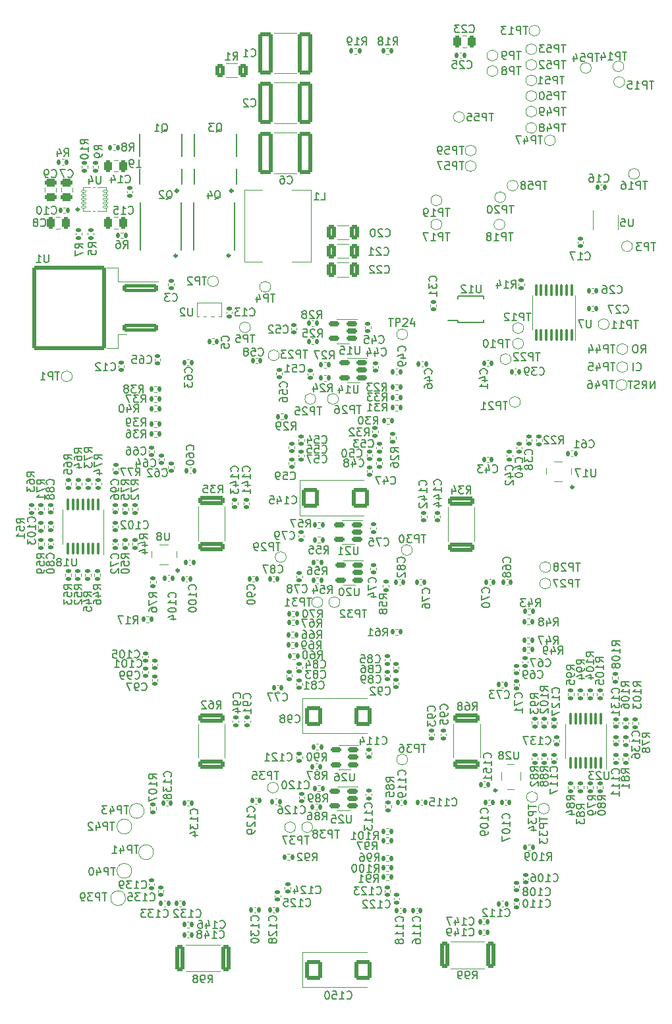
<source format=gbr>
%TF.GenerationSoftware,KiCad,Pcbnew,7.0.6-0*%
%TF.CreationDate,2023-10-22T16:37:53-04:00*%
%TF.ProjectId,bitaxeUltraHex,62697461-7865-4556-9c74-72614865782e,0.9*%
%TF.SameCoordinates,Original*%
%TF.FileFunction,Legend,Bot*%
%TF.FilePolarity,Positive*%
%FSLAX46Y46*%
G04 Gerber Fmt 4.6, Leading zero omitted, Abs format (unit mm)*
G04 Created by KiCad (PCBNEW 7.0.6-0) date 2023-10-22 16:37:53*
%MOMM*%
%LPD*%
G01*
G04 APERTURE LIST*
G04 Aperture macros list*
%AMRoundRect*
0 Rectangle with rounded corners*
0 $1 Rounding radius*
0 $2 $3 $4 $5 $6 $7 $8 $9 X,Y pos of 4 corners*
0 Add a 4 corners polygon primitive as box body*
4,1,4,$2,$3,$4,$5,$6,$7,$8,$9,$2,$3,0*
0 Add four circle primitives for the rounded corners*
1,1,$1+$1,$2,$3*
1,1,$1+$1,$4,$5*
1,1,$1+$1,$6,$7*
1,1,$1+$1,$8,$9*
0 Add four rect primitives between the rounded corners*
20,1,$1+$1,$2,$3,$4,$5,0*
20,1,$1+$1,$4,$5,$6,$7,0*
20,1,$1+$1,$6,$7,$8,$9,0*
20,1,$1+$1,$8,$9,$2,$3,0*%
%AMFreePoly0*
4,1,17,-2.699995,4.191000,0.495300,4.191000,0.495300,3.429000,0.000000,3.429000,0.000000,0.381000,0.495300,0.381000,0.495300,-0.381000,-2.699995,-0.381000,-2.699995,-0.875995,-3.604995,-0.875995,-3.604995,-0.381000,-4.029995,-0.381000,-4.029995,4.191000,-3.604995,4.191000,-3.604995,4.685995,-2.699995,4.685995,-2.699995,4.191000,-2.699995,4.191000,$1*%
%AMFreePoly1*
4,1,45,-0.199646,1.700354,-0.199500,1.700000,-0.199500,1.200500,0.199500,1.200500,0.199500,1.700000,0.199646,1.700354,0.200000,1.700500,0.450000,1.700500,0.450354,1.700354,0.450500,1.700000,0.450500,1.200500,0.825000,1.200500,0.825354,1.200354,0.825500,1.200000,0.825500,-1.200000,0.825354,-1.200354,0.825000,-1.200500,0.450500,-1.200500,0.450500,-1.700000,0.450354,-1.700354,
0.450000,-1.700500,0.200000,-1.700500,0.199646,-1.700354,0.199500,-1.700000,0.199500,-1.200500,-0.199500,-1.200500,-0.199500,-1.700000,-0.199646,-1.700354,-0.200000,-1.700500,-0.450000,-1.700500,-0.450354,-1.700354,-0.450500,-1.700000,-0.450500,-1.200500,-0.825000,-1.200500,-0.825354,-1.200354,-0.825500,-1.200000,-0.825500,1.200000,-0.825354,1.200354,-0.825000,1.200500,-0.450500,1.200500,
-0.450500,1.700000,-0.450354,1.700354,-0.450000,1.700500,-0.200000,1.700500,-0.199646,1.700354,-0.199646,1.700354,$1*%
G04 Aperture macros list end*
%ADD10C,0.150000*%
%ADD11C,0.120000*%
%ADD12C,0.100000*%
%ADD13C,0.152400*%
%ADD14C,0.349914*%
%ADD15C,0.313180*%
%ADD16C,0.300000*%
%ADD17C,0.306982*%
%ADD18C,2.500000*%
%ADD19C,4.000000*%
%ADD20C,0.990600*%
%ADD21C,3.200000*%
%ADD22C,1.295400*%
%ADD23C,1.574800*%
%ADD24C,0.800000*%
%ADD25R,1.700000X1.700000*%
%ADD26O,1.700000X1.700000*%
%ADD27C,0.650000*%
%ADD28O,1.000000X2.100000*%
%ADD29O,1.000000X1.800000*%
%ADD30RoundRect,0.135000X0.135000X0.185000X-0.135000X0.185000X-0.135000X-0.185000X0.135000X-0.185000X0*%
%ADD31RoundRect,0.140000X0.170000X-0.140000X0.170000X0.140000X-0.170000X0.140000X-0.170000X-0.140000X0*%
%ADD32RoundRect,0.250000X-0.325000X-0.650000X0.325000X-0.650000X0.325000X0.650000X-0.325000X0.650000X0*%
%ADD33RoundRect,0.140000X-0.170000X0.140000X-0.170000X-0.140000X0.170000X-0.140000X0.170000X0.140000X0*%
%ADD34RoundRect,0.140000X0.140000X0.170000X-0.140000X0.170000X-0.140000X-0.170000X0.140000X-0.170000X0*%
%ADD35C,1.000000*%
%ADD36RoundRect,0.135000X0.185000X-0.135000X0.185000X0.135000X-0.185000X0.135000X-0.185000X-0.135000X0*%
%ADD37RoundRect,0.250000X0.475000X-0.250000X0.475000X0.250000X-0.475000X0.250000X-0.475000X-0.250000X0*%
%ADD38RoundRect,0.250000X-0.875000X-1.025000X0.875000X-1.025000X0.875000X1.025000X-0.875000X1.025000X0*%
%ADD39RoundRect,0.140000X-0.140000X-0.170000X0.140000X-0.170000X0.140000X0.170000X-0.140000X0.170000X0*%
%ADD40RoundRect,0.150000X0.512500X0.150000X-0.512500X0.150000X-0.512500X-0.150000X0.512500X-0.150000X0*%
%ADD41RoundRect,0.135000X-0.135000X-0.185000X0.135000X-0.185000X0.135000X0.185000X-0.135000X0.185000X0*%
%ADD42RoundRect,0.250000X-0.650000X-2.450000X0.650000X-2.450000X0.650000X2.450000X-0.650000X2.450000X0*%
%ADD43R,0.650000X1.560000*%
%ADD44RoundRect,0.250000X-0.312500X-0.625000X0.312500X-0.625000X0.312500X0.625000X-0.312500X0.625000X0*%
%ADD45RoundRect,0.135000X-0.185000X0.135000X-0.185000X-0.135000X0.185000X-0.135000X0.185000X0.135000X0*%
%ADD46C,1.500000*%
%ADD47RoundRect,0.100000X0.100000X-0.637500X0.100000X0.637500X-0.100000X0.637500X-0.100000X-0.637500X0*%
%ADD48C,2.000000*%
%ADD49R,0.558800X0.952500*%
%ADD50R,3.700000X2.420000*%
%ADD51RoundRect,0.250000X0.250000X0.475000X-0.250000X0.475000X-0.250000X-0.475000X0.250000X-0.475000X0*%
%ADD52R,0.762000X0.990600*%
%ADD53FreePoly0,90.000000*%
%ADD54R,1.300000X1.100000*%
%ADD55R,1.400000X0.300000*%
%ADD56RoundRect,0.250000X-0.362500X-1.425000X0.362500X-1.425000X0.362500X1.425000X-0.362500X1.425000X0*%
%ADD57RoundRect,0.250000X-0.250000X-0.475000X0.250000X-0.475000X0.250000X0.475000X-0.250000X0.475000X0*%
%ADD58R,0.650000X0.630000*%
%ADD59R,4.500000X4.300000*%
%ADD60RoundRect,0.250000X1.425000X-0.362500X1.425000X0.362500X-1.425000X0.362500X-1.425000X-0.362500X0*%
%ADD61RoundRect,0.250000X0.362500X1.425000X-0.362500X1.425000X-0.362500X-1.425000X0.362500X-1.425000X0*%
%ADD62R,1.100000X1.300000*%
%ADD63RoundRect,0.250000X2.050000X0.300000X-2.050000X0.300000X-2.050000X-0.300000X2.050000X-0.300000X0*%
%ADD64RoundRect,0.250002X4.449998X5.149998X-4.449998X5.149998X-4.449998X-5.149998X4.449998X-5.149998X0*%
%ADD65RoundRect,0.007874X-0.292126X-0.112126X0.292126X-0.112126X0.292126X0.112126X-0.292126X0.112126X0*%
%ADD66C,0.400000*%
%ADD67FreePoly1,0.000000*%
G04 APERTURE END LIST*
D10*
X131291792Y-91274580D02*
X131339411Y-91322200D01*
X131339411Y-91322200D02*
X131482268Y-91369819D01*
X131482268Y-91369819D02*
X131577506Y-91369819D01*
X131577506Y-91369819D02*
X131720363Y-91322200D01*
X131720363Y-91322200D02*
X131815601Y-91226961D01*
X131815601Y-91226961D02*
X131863220Y-91131723D01*
X131863220Y-91131723D02*
X131910839Y-90941247D01*
X131910839Y-90941247D02*
X131910839Y-90798390D01*
X131910839Y-90798390D02*
X131863220Y-90607914D01*
X131863220Y-90607914D02*
X131815601Y-90512676D01*
X131815601Y-90512676D02*
X131720363Y-90417438D01*
X131720363Y-90417438D02*
X131577506Y-90369819D01*
X131577506Y-90369819D02*
X131482268Y-90369819D01*
X131482268Y-90369819D02*
X131339411Y-90417438D01*
X131339411Y-90417438D02*
X131291792Y-90465057D01*
X130863220Y-91369819D02*
X130863220Y-90369819D01*
X133663220Y-93669819D02*
X133663220Y-92669819D01*
X133663220Y-92669819D02*
X133091792Y-93669819D01*
X133091792Y-93669819D02*
X133091792Y-92669819D01*
X132044173Y-93669819D02*
X132377506Y-93193628D01*
X132615601Y-93669819D02*
X132615601Y-92669819D01*
X132615601Y-92669819D02*
X132234649Y-92669819D01*
X132234649Y-92669819D02*
X132139411Y-92717438D01*
X132139411Y-92717438D02*
X132091792Y-92765057D01*
X132091792Y-92765057D02*
X132044173Y-92860295D01*
X132044173Y-92860295D02*
X132044173Y-93003152D01*
X132044173Y-93003152D02*
X132091792Y-93098390D01*
X132091792Y-93098390D02*
X132139411Y-93146009D01*
X132139411Y-93146009D02*
X132234649Y-93193628D01*
X132234649Y-93193628D02*
X132615601Y-93193628D01*
X131663220Y-93622200D02*
X131520363Y-93669819D01*
X131520363Y-93669819D02*
X131282268Y-93669819D01*
X131282268Y-93669819D02*
X131187030Y-93622200D01*
X131187030Y-93622200D02*
X131139411Y-93574580D01*
X131139411Y-93574580D02*
X131091792Y-93479342D01*
X131091792Y-93479342D02*
X131091792Y-93384104D01*
X131091792Y-93384104D02*
X131139411Y-93288866D01*
X131139411Y-93288866D02*
X131187030Y-93241247D01*
X131187030Y-93241247D02*
X131282268Y-93193628D01*
X131282268Y-93193628D02*
X131472744Y-93146009D01*
X131472744Y-93146009D02*
X131567982Y-93098390D01*
X131567982Y-93098390D02*
X131615601Y-93050771D01*
X131615601Y-93050771D02*
X131663220Y-92955533D01*
X131663220Y-92955533D02*
X131663220Y-92860295D01*
X131663220Y-92860295D02*
X131615601Y-92765057D01*
X131615601Y-92765057D02*
X131567982Y-92717438D01*
X131567982Y-92717438D02*
X131472744Y-92669819D01*
X131472744Y-92669819D02*
X131234649Y-92669819D01*
X131234649Y-92669819D02*
X131091792Y-92717438D01*
X130806077Y-92669819D02*
X130234649Y-92669819D01*
X130520363Y-93669819D02*
X130520363Y-92669819D01*
X131891792Y-89069819D02*
X132225125Y-88593628D01*
X132463220Y-89069819D02*
X132463220Y-88069819D01*
X132463220Y-88069819D02*
X132082268Y-88069819D01*
X132082268Y-88069819D02*
X131987030Y-88117438D01*
X131987030Y-88117438D02*
X131939411Y-88165057D01*
X131939411Y-88165057D02*
X131891792Y-88260295D01*
X131891792Y-88260295D02*
X131891792Y-88403152D01*
X131891792Y-88403152D02*
X131939411Y-88498390D01*
X131939411Y-88498390D02*
X131987030Y-88546009D01*
X131987030Y-88546009D02*
X132082268Y-88593628D01*
X132082268Y-88593628D02*
X132463220Y-88593628D01*
X131272744Y-88069819D02*
X131082268Y-88069819D01*
X131082268Y-88069819D02*
X130987030Y-88117438D01*
X130987030Y-88117438D02*
X130891792Y-88212676D01*
X130891792Y-88212676D02*
X130844173Y-88403152D01*
X130844173Y-88403152D02*
X130844173Y-88736485D01*
X130844173Y-88736485D02*
X130891792Y-88926961D01*
X130891792Y-88926961D02*
X130987030Y-89022200D01*
X130987030Y-89022200D02*
X131082268Y-89069819D01*
X131082268Y-89069819D02*
X131272744Y-89069819D01*
X131272744Y-89069819D02*
X131367982Y-89022200D01*
X131367982Y-89022200D02*
X131463220Y-88926961D01*
X131463220Y-88926961D02*
X131510839Y-88736485D01*
X131510839Y-88736485D02*
X131510839Y-88403152D01*
X131510839Y-88403152D02*
X131463220Y-88212676D01*
X131463220Y-88212676D02*
X131367982Y-88117438D01*
X131367982Y-88117438D02*
X131272744Y-88069819D01*
X67642857Y-99954819D02*
X67976190Y-99478628D01*
X68214285Y-99954819D02*
X68214285Y-98954819D01*
X68214285Y-98954819D02*
X67833333Y-98954819D01*
X67833333Y-98954819D02*
X67738095Y-99002438D01*
X67738095Y-99002438D02*
X67690476Y-99050057D01*
X67690476Y-99050057D02*
X67642857Y-99145295D01*
X67642857Y-99145295D02*
X67642857Y-99288152D01*
X67642857Y-99288152D02*
X67690476Y-99383390D01*
X67690476Y-99383390D02*
X67738095Y-99431009D01*
X67738095Y-99431009D02*
X67833333Y-99478628D01*
X67833333Y-99478628D02*
X68214285Y-99478628D01*
X67309523Y-98954819D02*
X66690476Y-98954819D01*
X66690476Y-98954819D02*
X67023809Y-99335771D01*
X67023809Y-99335771D02*
X66880952Y-99335771D01*
X66880952Y-99335771D02*
X66785714Y-99383390D01*
X66785714Y-99383390D02*
X66738095Y-99431009D01*
X66738095Y-99431009D02*
X66690476Y-99526247D01*
X66690476Y-99526247D02*
X66690476Y-99764342D01*
X66690476Y-99764342D02*
X66738095Y-99859580D01*
X66738095Y-99859580D02*
X66785714Y-99907200D01*
X66785714Y-99907200D02*
X66880952Y-99954819D01*
X66880952Y-99954819D02*
X67166666Y-99954819D01*
X67166666Y-99954819D02*
X67261904Y-99907200D01*
X67261904Y-99907200D02*
X67309523Y-99859580D01*
X65833333Y-98954819D02*
X66023809Y-98954819D01*
X66023809Y-98954819D02*
X66119047Y-99002438D01*
X66119047Y-99002438D02*
X66166666Y-99050057D01*
X66166666Y-99050057D02*
X66261904Y-99192914D01*
X66261904Y-99192914D02*
X66309523Y-99383390D01*
X66309523Y-99383390D02*
X66309523Y-99764342D01*
X66309523Y-99764342D02*
X66261904Y-99859580D01*
X66261904Y-99859580D02*
X66214285Y-99907200D01*
X66214285Y-99907200D02*
X66119047Y-99954819D01*
X66119047Y-99954819D02*
X65928571Y-99954819D01*
X65928571Y-99954819D02*
X65833333Y-99907200D01*
X65833333Y-99907200D02*
X65785714Y-99859580D01*
X65785714Y-99859580D02*
X65738095Y-99764342D01*
X65738095Y-99764342D02*
X65738095Y-99526247D01*
X65738095Y-99526247D02*
X65785714Y-99431009D01*
X65785714Y-99431009D02*
X65833333Y-99383390D01*
X65833333Y-99383390D02*
X65928571Y-99335771D01*
X65928571Y-99335771D02*
X66119047Y-99335771D01*
X66119047Y-99335771D02*
X66214285Y-99383390D01*
X66214285Y-99383390D02*
X66261904Y-99431009D01*
X66261904Y-99431009D02*
X66309523Y-99526247D01*
X95642857Y-103609580D02*
X95690476Y-103657200D01*
X95690476Y-103657200D02*
X95833333Y-103704819D01*
X95833333Y-103704819D02*
X95928571Y-103704819D01*
X95928571Y-103704819D02*
X96071428Y-103657200D01*
X96071428Y-103657200D02*
X96166666Y-103561961D01*
X96166666Y-103561961D02*
X96214285Y-103466723D01*
X96214285Y-103466723D02*
X96261904Y-103276247D01*
X96261904Y-103276247D02*
X96261904Y-103133390D01*
X96261904Y-103133390D02*
X96214285Y-102942914D01*
X96214285Y-102942914D02*
X96166666Y-102847676D01*
X96166666Y-102847676D02*
X96071428Y-102752438D01*
X96071428Y-102752438D02*
X95928571Y-102704819D01*
X95928571Y-102704819D02*
X95833333Y-102704819D01*
X95833333Y-102704819D02*
X95690476Y-102752438D01*
X95690476Y-102752438D02*
X95642857Y-102800057D01*
X94785714Y-103038152D02*
X94785714Y-103704819D01*
X95023809Y-102657200D02*
X95261904Y-103371485D01*
X95261904Y-103371485D02*
X94642857Y-103371485D01*
X94119047Y-103133390D02*
X94214285Y-103085771D01*
X94214285Y-103085771D02*
X94261904Y-103038152D01*
X94261904Y-103038152D02*
X94309523Y-102942914D01*
X94309523Y-102942914D02*
X94309523Y-102895295D01*
X94309523Y-102895295D02*
X94261904Y-102800057D01*
X94261904Y-102800057D02*
X94214285Y-102752438D01*
X94214285Y-102752438D02*
X94119047Y-102704819D01*
X94119047Y-102704819D02*
X93928571Y-102704819D01*
X93928571Y-102704819D02*
X93833333Y-102752438D01*
X93833333Y-102752438D02*
X93785714Y-102800057D01*
X93785714Y-102800057D02*
X93738095Y-102895295D01*
X93738095Y-102895295D02*
X93738095Y-102942914D01*
X93738095Y-102942914D02*
X93785714Y-103038152D01*
X93785714Y-103038152D02*
X93833333Y-103085771D01*
X93833333Y-103085771D02*
X93928571Y-103133390D01*
X93928571Y-103133390D02*
X94119047Y-103133390D01*
X94119047Y-103133390D02*
X94214285Y-103181009D01*
X94214285Y-103181009D02*
X94261904Y-103228628D01*
X94261904Y-103228628D02*
X94309523Y-103323866D01*
X94309523Y-103323866D02*
X94309523Y-103514342D01*
X94309523Y-103514342D02*
X94261904Y-103609580D01*
X94261904Y-103609580D02*
X94214285Y-103657200D01*
X94214285Y-103657200D02*
X94119047Y-103704819D01*
X94119047Y-103704819D02*
X93928571Y-103704819D01*
X93928571Y-103704819D02*
X93833333Y-103657200D01*
X93833333Y-103657200D02*
X93785714Y-103609580D01*
X93785714Y-103609580D02*
X93738095Y-103514342D01*
X93738095Y-103514342D02*
X93738095Y-103323866D01*
X93738095Y-103323866D02*
X93785714Y-103228628D01*
X93785714Y-103228628D02*
X93833333Y-103181009D01*
X93833333Y-103181009D02*
X93928571Y-103133390D01*
X98842857Y-76459580D02*
X98890476Y-76507200D01*
X98890476Y-76507200D02*
X99033333Y-76554819D01*
X99033333Y-76554819D02*
X99128571Y-76554819D01*
X99128571Y-76554819D02*
X99271428Y-76507200D01*
X99271428Y-76507200D02*
X99366666Y-76411961D01*
X99366666Y-76411961D02*
X99414285Y-76316723D01*
X99414285Y-76316723D02*
X99461904Y-76126247D01*
X99461904Y-76126247D02*
X99461904Y-75983390D01*
X99461904Y-75983390D02*
X99414285Y-75792914D01*
X99414285Y-75792914D02*
X99366666Y-75697676D01*
X99366666Y-75697676D02*
X99271428Y-75602438D01*
X99271428Y-75602438D02*
X99128571Y-75554819D01*
X99128571Y-75554819D02*
X99033333Y-75554819D01*
X99033333Y-75554819D02*
X98890476Y-75602438D01*
X98890476Y-75602438D02*
X98842857Y-75650057D01*
X98461904Y-75650057D02*
X98414285Y-75602438D01*
X98414285Y-75602438D02*
X98319047Y-75554819D01*
X98319047Y-75554819D02*
X98080952Y-75554819D01*
X98080952Y-75554819D02*
X97985714Y-75602438D01*
X97985714Y-75602438D02*
X97938095Y-75650057D01*
X97938095Y-75650057D02*
X97890476Y-75745295D01*
X97890476Y-75745295D02*
X97890476Y-75840533D01*
X97890476Y-75840533D02*
X97938095Y-75983390D01*
X97938095Y-75983390D02*
X98509523Y-76554819D01*
X98509523Y-76554819D02*
X97890476Y-76554819D01*
X96938095Y-76554819D02*
X97509523Y-76554819D01*
X97223809Y-76554819D02*
X97223809Y-75554819D01*
X97223809Y-75554819D02*
X97319047Y-75697676D01*
X97319047Y-75697676D02*
X97414285Y-75792914D01*
X97414285Y-75792914D02*
X97509523Y-75840533D01*
X98542857Y-89359580D02*
X98590476Y-89407200D01*
X98590476Y-89407200D02*
X98733333Y-89454819D01*
X98733333Y-89454819D02*
X98828571Y-89454819D01*
X98828571Y-89454819D02*
X98971428Y-89407200D01*
X98971428Y-89407200D02*
X99066666Y-89311961D01*
X99066666Y-89311961D02*
X99114285Y-89216723D01*
X99114285Y-89216723D02*
X99161904Y-89026247D01*
X99161904Y-89026247D02*
X99161904Y-88883390D01*
X99161904Y-88883390D02*
X99114285Y-88692914D01*
X99114285Y-88692914D02*
X99066666Y-88597676D01*
X99066666Y-88597676D02*
X98971428Y-88502438D01*
X98971428Y-88502438D02*
X98828571Y-88454819D01*
X98828571Y-88454819D02*
X98733333Y-88454819D01*
X98733333Y-88454819D02*
X98590476Y-88502438D01*
X98590476Y-88502438D02*
X98542857Y-88550057D01*
X97685714Y-88788152D02*
X97685714Y-89454819D01*
X97923809Y-88407200D02*
X98161904Y-89121485D01*
X98161904Y-89121485D02*
X97542857Y-89121485D01*
X96733333Y-88788152D02*
X96733333Y-89454819D01*
X96971428Y-88407200D02*
X97209523Y-89121485D01*
X97209523Y-89121485D02*
X96590476Y-89121485D01*
X72059580Y-120480952D02*
X72107200Y-120433333D01*
X72107200Y-120433333D02*
X72154819Y-120290476D01*
X72154819Y-120290476D02*
X72154819Y-120195238D01*
X72154819Y-120195238D02*
X72107200Y-120052381D01*
X72107200Y-120052381D02*
X72011961Y-119957143D01*
X72011961Y-119957143D02*
X71916723Y-119909524D01*
X71916723Y-119909524D02*
X71726247Y-119861905D01*
X71726247Y-119861905D02*
X71583390Y-119861905D01*
X71583390Y-119861905D02*
X71392914Y-119909524D01*
X71392914Y-119909524D02*
X71297676Y-119957143D01*
X71297676Y-119957143D02*
X71202438Y-120052381D01*
X71202438Y-120052381D02*
X71154819Y-120195238D01*
X71154819Y-120195238D02*
X71154819Y-120290476D01*
X71154819Y-120290476D02*
X71202438Y-120433333D01*
X71202438Y-120433333D02*
X71250057Y-120480952D01*
X72154819Y-121433333D02*
X72154819Y-120861905D01*
X72154819Y-121147619D02*
X71154819Y-121147619D01*
X71154819Y-121147619D02*
X71297676Y-121052381D01*
X71297676Y-121052381D02*
X71392914Y-120957143D01*
X71392914Y-120957143D02*
X71440533Y-120861905D01*
X71154819Y-122052381D02*
X71154819Y-122147619D01*
X71154819Y-122147619D02*
X71202438Y-122242857D01*
X71202438Y-122242857D02*
X71250057Y-122290476D01*
X71250057Y-122290476D02*
X71345295Y-122338095D01*
X71345295Y-122338095D02*
X71535771Y-122385714D01*
X71535771Y-122385714D02*
X71773866Y-122385714D01*
X71773866Y-122385714D02*
X71964342Y-122338095D01*
X71964342Y-122338095D02*
X72059580Y-122290476D01*
X72059580Y-122290476D02*
X72107200Y-122242857D01*
X72107200Y-122242857D02*
X72154819Y-122147619D01*
X72154819Y-122147619D02*
X72154819Y-122052381D01*
X72154819Y-122052381D02*
X72107200Y-121957143D01*
X72107200Y-121957143D02*
X72059580Y-121909524D01*
X72059580Y-121909524D02*
X71964342Y-121861905D01*
X71964342Y-121861905D02*
X71773866Y-121814286D01*
X71773866Y-121814286D02*
X71535771Y-121814286D01*
X71535771Y-121814286D02*
X71345295Y-121861905D01*
X71345295Y-121861905D02*
X71250057Y-121909524D01*
X71250057Y-121909524D02*
X71202438Y-121957143D01*
X71202438Y-121957143D02*
X71154819Y-122052381D01*
X71488152Y-123242857D02*
X72154819Y-123242857D01*
X71107200Y-123004762D02*
X71821485Y-122766667D01*
X71821485Y-122766667D02*
X71821485Y-123385714D01*
X67742857Y-132359580D02*
X67790476Y-132407200D01*
X67790476Y-132407200D02*
X67933333Y-132454819D01*
X67933333Y-132454819D02*
X68028571Y-132454819D01*
X68028571Y-132454819D02*
X68171428Y-132407200D01*
X68171428Y-132407200D02*
X68266666Y-132311961D01*
X68266666Y-132311961D02*
X68314285Y-132216723D01*
X68314285Y-132216723D02*
X68361904Y-132026247D01*
X68361904Y-132026247D02*
X68361904Y-131883390D01*
X68361904Y-131883390D02*
X68314285Y-131692914D01*
X68314285Y-131692914D02*
X68266666Y-131597676D01*
X68266666Y-131597676D02*
X68171428Y-131502438D01*
X68171428Y-131502438D02*
X68028571Y-131454819D01*
X68028571Y-131454819D02*
X67933333Y-131454819D01*
X67933333Y-131454819D02*
X67790476Y-131502438D01*
X67790476Y-131502438D02*
X67742857Y-131550057D01*
X67266666Y-132454819D02*
X67076190Y-132454819D01*
X67076190Y-132454819D02*
X66980952Y-132407200D01*
X66980952Y-132407200D02*
X66933333Y-132359580D01*
X66933333Y-132359580D02*
X66838095Y-132216723D01*
X66838095Y-132216723D02*
X66790476Y-132026247D01*
X66790476Y-132026247D02*
X66790476Y-131645295D01*
X66790476Y-131645295D02*
X66838095Y-131550057D01*
X66838095Y-131550057D02*
X66885714Y-131502438D01*
X66885714Y-131502438D02*
X66980952Y-131454819D01*
X66980952Y-131454819D02*
X67171428Y-131454819D01*
X67171428Y-131454819D02*
X67266666Y-131502438D01*
X67266666Y-131502438D02*
X67314285Y-131550057D01*
X67314285Y-131550057D02*
X67361904Y-131645295D01*
X67361904Y-131645295D02*
X67361904Y-131883390D01*
X67361904Y-131883390D02*
X67314285Y-131978628D01*
X67314285Y-131978628D02*
X67266666Y-132026247D01*
X67266666Y-132026247D02*
X67171428Y-132073866D01*
X67171428Y-132073866D02*
X66980952Y-132073866D01*
X66980952Y-132073866D02*
X66885714Y-132026247D01*
X66885714Y-132026247D02*
X66838095Y-131978628D01*
X66838095Y-131978628D02*
X66790476Y-131883390D01*
X66457142Y-131454819D02*
X65790476Y-131454819D01*
X65790476Y-131454819D02*
X66219047Y-132454819D01*
X118854819Y-148655905D02*
X118854819Y-149227333D01*
X119854819Y-148941619D02*
X118854819Y-148941619D01*
X119854819Y-149560667D02*
X118854819Y-149560667D01*
X118854819Y-149560667D02*
X118854819Y-149941619D01*
X118854819Y-149941619D02*
X118902438Y-150036857D01*
X118902438Y-150036857D02*
X118950057Y-150084476D01*
X118950057Y-150084476D02*
X119045295Y-150132095D01*
X119045295Y-150132095D02*
X119188152Y-150132095D01*
X119188152Y-150132095D02*
X119283390Y-150084476D01*
X119283390Y-150084476D02*
X119331009Y-150036857D01*
X119331009Y-150036857D02*
X119378628Y-149941619D01*
X119378628Y-149941619D02*
X119378628Y-149560667D01*
X118854819Y-150465429D02*
X118854819Y-151084476D01*
X118854819Y-151084476D02*
X119235771Y-150751143D01*
X119235771Y-150751143D02*
X119235771Y-150894000D01*
X119235771Y-150894000D02*
X119283390Y-150989238D01*
X119283390Y-150989238D02*
X119331009Y-151036857D01*
X119331009Y-151036857D02*
X119426247Y-151084476D01*
X119426247Y-151084476D02*
X119664342Y-151084476D01*
X119664342Y-151084476D02*
X119759580Y-151036857D01*
X119759580Y-151036857D02*
X119807200Y-150989238D01*
X119807200Y-150989238D02*
X119854819Y-150894000D01*
X119854819Y-150894000D02*
X119854819Y-150608286D01*
X119854819Y-150608286D02*
X119807200Y-150513048D01*
X119807200Y-150513048D02*
X119759580Y-150465429D01*
X118854819Y-151417810D02*
X118854819Y-152036857D01*
X118854819Y-152036857D02*
X119235771Y-151703524D01*
X119235771Y-151703524D02*
X119235771Y-151846381D01*
X119235771Y-151846381D02*
X119283390Y-151941619D01*
X119283390Y-151941619D02*
X119331009Y-151989238D01*
X119331009Y-151989238D02*
X119426247Y-152036857D01*
X119426247Y-152036857D02*
X119664342Y-152036857D01*
X119664342Y-152036857D02*
X119759580Y-151989238D01*
X119759580Y-151989238D02*
X119807200Y-151941619D01*
X119807200Y-151941619D02*
X119854819Y-151846381D01*
X119854819Y-151846381D02*
X119854819Y-151560667D01*
X119854819Y-151560667D02*
X119807200Y-151465429D01*
X119807200Y-151465429D02*
X119759580Y-151417810D01*
X53954819Y-104957142D02*
X53478628Y-104623809D01*
X53954819Y-104385714D02*
X52954819Y-104385714D01*
X52954819Y-104385714D02*
X52954819Y-104766666D01*
X52954819Y-104766666D02*
X53002438Y-104861904D01*
X53002438Y-104861904D02*
X53050057Y-104909523D01*
X53050057Y-104909523D02*
X53145295Y-104957142D01*
X53145295Y-104957142D02*
X53288152Y-104957142D01*
X53288152Y-104957142D02*
X53383390Y-104909523D01*
X53383390Y-104909523D02*
X53431009Y-104861904D01*
X53431009Y-104861904D02*
X53478628Y-104766666D01*
X53478628Y-104766666D02*
X53478628Y-104385714D01*
X52954819Y-105814285D02*
X52954819Y-105623809D01*
X52954819Y-105623809D02*
X53002438Y-105528571D01*
X53002438Y-105528571D02*
X53050057Y-105480952D01*
X53050057Y-105480952D02*
X53192914Y-105385714D01*
X53192914Y-105385714D02*
X53383390Y-105338095D01*
X53383390Y-105338095D02*
X53764342Y-105338095D01*
X53764342Y-105338095D02*
X53859580Y-105385714D01*
X53859580Y-105385714D02*
X53907200Y-105433333D01*
X53907200Y-105433333D02*
X53954819Y-105528571D01*
X53954819Y-105528571D02*
X53954819Y-105719047D01*
X53954819Y-105719047D02*
X53907200Y-105814285D01*
X53907200Y-105814285D02*
X53859580Y-105861904D01*
X53859580Y-105861904D02*
X53764342Y-105909523D01*
X53764342Y-105909523D02*
X53526247Y-105909523D01*
X53526247Y-105909523D02*
X53431009Y-105861904D01*
X53431009Y-105861904D02*
X53383390Y-105814285D01*
X53383390Y-105814285D02*
X53335771Y-105719047D01*
X53335771Y-105719047D02*
X53335771Y-105528571D01*
X53335771Y-105528571D02*
X53383390Y-105433333D01*
X53383390Y-105433333D02*
X53431009Y-105385714D01*
X53431009Y-105385714D02*
X53526247Y-105338095D01*
X52954819Y-106242857D02*
X52954819Y-106861904D01*
X52954819Y-106861904D02*
X53335771Y-106528571D01*
X53335771Y-106528571D02*
X53335771Y-106671428D01*
X53335771Y-106671428D02*
X53383390Y-106766666D01*
X53383390Y-106766666D02*
X53431009Y-106814285D01*
X53431009Y-106814285D02*
X53526247Y-106861904D01*
X53526247Y-106861904D02*
X53764342Y-106861904D01*
X53764342Y-106861904D02*
X53859580Y-106814285D01*
X53859580Y-106814285D02*
X53907200Y-106766666D01*
X53907200Y-106766666D02*
X53954819Y-106671428D01*
X53954819Y-106671428D02*
X53954819Y-106385714D01*
X53954819Y-106385714D02*
X53907200Y-106290476D01*
X53907200Y-106290476D02*
X53859580Y-106242857D01*
X58265666Y-66465580D02*
X58313285Y-66513200D01*
X58313285Y-66513200D02*
X58456142Y-66560819D01*
X58456142Y-66560819D02*
X58551380Y-66560819D01*
X58551380Y-66560819D02*
X58694237Y-66513200D01*
X58694237Y-66513200D02*
X58789475Y-66417961D01*
X58789475Y-66417961D02*
X58837094Y-66322723D01*
X58837094Y-66322723D02*
X58884713Y-66132247D01*
X58884713Y-66132247D02*
X58884713Y-65989390D01*
X58884713Y-65989390D02*
X58837094Y-65798914D01*
X58837094Y-65798914D02*
X58789475Y-65703676D01*
X58789475Y-65703676D02*
X58694237Y-65608438D01*
X58694237Y-65608438D02*
X58551380Y-65560819D01*
X58551380Y-65560819D02*
X58456142Y-65560819D01*
X58456142Y-65560819D02*
X58313285Y-65608438D01*
X58313285Y-65608438D02*
X58265666Y-65656057D01*
X57932332Y-65560819D02*
X57265666Y-65560819D01*
X57265666Y-65560819D02*
X57694237Y-66560819D01*
X84861904Y-81554819D02*
X84290476Y-81554819D01*
X84576190Y-82554819D02*
X84576190Y-81554819D01*
X83957142Y-82554819D02*
X83957142Y-81554819D01*
X83957142Y-81554819D02*
X83576190Y-81554819D01*
X83576190Y-81554819D02*
X83480952Y-81602438D01*
X83480952Y-81602438D02*
X83433333Y-81650057D01*
X83433333Y-81650057D02*
X83385714Y-81745295D01*
X83385714Y-81745295D02*
X83385714Y-81888152D01*
X83385714Y-81888152D02*
X83433333Y-81983390D01*
X83433333Y-81983390D02*
X83480952Y-82031009D01*
X83480952Y-82031009D02*
X83576190Y-82078628D01*
X83576190Y-82078628D02*
X83957142Y-82078628D01*
X82528571Y-81888152D02*
X82528571Y-82554819D01*
X82766666Y-81507200D02*
X83004761Y-82221485D01*
X83004761Y-82221485D02*
X82385714Y-82221485D01*
X94119047Y-171959580D02*
X94166666Y-172007200D01*
X94166666Y-172007200D02*
X94309523Y-172054819D01*
X94309523Y-172054819D02*
X94404761Y-172054819D01*
X94404761Y-172054819D02*
X94547618Y-172007200D01*
X94547618Y-172007200D02*
X94642856Y-171911961D01*
X94642856Y-171911961D02*
X94690475Y-171816723D01*
X94690475Y-171816723D02*
X94738094Y-171626247D01*
X94738094Y-171626247D02*
X94738094Y-171483390D01*
X94738094Y-171483390D02*
X94690475Y-171292914D01*
X94690475Y-171292914D02*
X94642856Y-171197676D01*
X94642856Y-171197676D02*
X94547618Y-171102438D01*
X94547618Y-171102438D02*
X94404761Y-171054819D01*
X94404761Y-171054819D02*
X94309523Y-171054819D01*
X94309523Y-171054819D02*
X94166666Y-171102438D01*
X94166666Y-171102438D02*
X94119047Y-171150057D01*
X93166666Y-172054819D02*
X93738094Y-172054819D01*
X93452380Y-172054819D02*
X93452380Y-171054819D01*
X93452380Y-171054819D02*
X93547618Y-171197676D01*
X93547618Y-171197676D02*
X93642856Y-171292914D01*
X93642856Y-171292914D02*
X93738094Y-171340533D01*
X92261904Y-171054819D02*
X92738094Y-171054819D01*
X92738094Y-171054819D02*
X92785713Y-171531009D01*
X92785713Y-171531009D02*
X92738094Y-171483390D01*
X92738094Y-171483390D02*
X92642856Y-171435771D01*
X92642856Y-171435771D02*
X92404761Y-171435771D01*
X92404761Y-171435771D02*
X92309523Y-171483390D01*
X92309523Y-171483390D02*
X92261904Y-171531009D01*
X92261904Y-171531009D02*
X92214285Y-171626247D01*
X92214285Y-171626247D02*
X92214285Y-171864342D01*
X92214285Y-171864342D02*
X92261904Y-171959580D01*
X92261904Y-171959580D02*
X92309523Y-172007200D01*
X92309523Y-172007200D02*
X92404761Y-172054819D01*
X92404761Y-172054819D02*
X92642856Y-172054819D01*
X92642856Y-172054819D02*
X92738094Y-172007200D01*
X92738094Y-172007200D02*
X92785713Y-171959580D01*
X91595237Y-171054819D02*
X91499999Y-171054819D01*
X91499999Y-171054819D02*
X91404761Y-171102438D01*
X91404761Y-171102438D02*
X91357142Y-171150057D01*
X91357142Y-171150057D02*
X91309523Y-171245295D01*
X91309523Y-171245295D02*
X91261904Y-171435771D01*
X91261904Y-171435771D02*
X91261904Y-171673866D01*
X91261904Y-171673866D02*
X91309523Y-171864342D01*
X91309523Y-171864342D02*
X91357142Y-171959580D01*
X91357142Y-171959580D02*
X91404761Y-172007200D01*
X91404761Y-172007200D02*
X91499999Y-172054819D01*
X91499999Y-172054819D02*
X91595237Y-172054819D01*
X91595237Y-172054819D02*
X91690475Y-172007200D01*
X91690475Y-172007200D02*
X91738094Y-171959580D01*
X91738094Y-171959580D02*
X91785713Y-171864342D01*
X91785713Y-171864342D02*
X91833332Y-171673866D01*
X91833332Y-171673866D02*
X91833332Y-171435771D01*
X91833332Y-171435771D02*
X91785713Y-171245295D01*
X91785713Y-171245295D02*
X91738094Y-171150057D01*
X91738094Y-171150057D02*
X91690475Y-171102438D01*
X91690475Y-171102438D02*
X91595237Y-171054819D01*
X60154819Y-75633333D02*
X59678628Y-75300000D01*
X60154819Y-75061905D02*
X59154819Y-75061905D01*
X59154819Y-75061905D02*
X59154819Y-75442857D01*
X59154819Y-75442857D02*
X59202438Y-75538095D01*
X59202438Y-75538095D02*
X59250057Y-75585714D01*
X59250057Y-75585714D02*
X59345295Y-75633333D01*
X59345295Y-75633333D02*
X59488152Y-75633333D01*
X59488152Y-75633333D02*
X59583390Y-75585714D01*
X59583390Y-75585714D02*
X59631009Y-75538095D01*
X59631009Y-75538095D02*
X59678628Y-75442857D01*
X59678628Y-75442857D02*
X59678628Y-75061905D01*
X59154819Y-75966667D02*
X59154819Y-76633333D01*
X59154819Y-76633333D02*
X60154819Y-76204762D01*
X109819047Y-162459580D02*
X109866666Y-162507200D01*
X109866666Y-162507200D02*
X110009523Y-162554819D01*
X110009523Y-162554819D02*
X110104761Y-162554819D01*
X110104761Y-162554819D02*
X110247618Y-162507200D01*
X110247618Y-162507200D02*
X110342856Y-162411961D01*
X110342856Y-162411961D02*
X110390475Y-162316723D01*
X110390475Y-162316723D02*
X110438094Y-162126247D01*
X110438094Y-162126247D02*
X110438094Y-161983390D01*
X110438094Y-161983390D02*
X110390475Y-161792914D01*
X110390475Y-161792914D02*
X110342856Y-161697676D01*
X110342856Y-161697676D02*
X110247618Y-161602438D01*
X110247618Y-161602438D02*
X110104761Y-161554819D01*
X110104761Y-161554819D02*
X110009523Y-161554819D01*
X110009523Y-161554819D02*
X109866666Y-161602438D01*
X109866666Y-161602438D02*
X109819047Y-161650057D01*
X108866666Y-162554819D02*
X109438094Y-162554819D01*
X109152380Y-162554819D02*
X109152380Y-161554819D01*
X109152380Y-161554819D02*
X109247618Y-161697676D01*
X109247618Y-161697676D02*
X109342856Y-161792914D01*
X109342856Y-161792914D02*
X109438094Y-161840533D01*
X108009523Y-161888152D02*
X108009523Y-162554819D01*
X108247618Y-161507200D02*
X108485713Y-162221485D01*
X108485713Y-162221485D02*
X107866666Y-162221485D01*
X107580951Y-161554819D02*
X106914285Y-161554819D01*
X106914285Y-161554819D02*
X107342856Y-162554819D01*
X99019047Y-160259580D02*
X99066666Y-160307200D01*
X99066666Y-160307200D02*
X99209523Y-160354819D01*
X99209523Y-160354819D02*
X99304761Y-160354819D01*
X99304761Y-160354819D02*
X99447618Y-160307200D01*
X99447618Y-160307200D02*
X99542856Y-160211961D01*
X99542856Y-160211961D02*
X99590475Y-160116723D01*
X99590475Y-160116723D02*
X99638094Y-159926247D01*
X99638094Y-159926247D02*
X99638094Y-159783390D01*
X99638094Y-159783390D02*
X99590475Y-159592914D01*
X99590475Y-159592914D02*
X99542856Y-159497676D01*
X99542856Y-159497676D02*
X99447618Y-159402438D01*
X99447618Y-159402438D02*
X99304761Y-159354819D01*
X99304761Y-159354819D02*
X99209523Y-159354819D01*
X99209523Y-159354819D02*
X99066666Y-159402438D01*
X99066666Y-159402438D02*
X99019047Y-159450057D01*
X98066666Y-160354819D02*
X98638094Y-160354819D01*
X98352380Y-160354819D02*
X98352380Y-159354819D01*
X98352380Y-159354819D02*
X98447618Y-159497676D01*
X98447618Y-159497676D02*
X98542856Y-159592914D01*
X98542856Y-159592914D02*
X98638094Y-159640533D01*
X97685713Y-159450057D02*
X97638094Y-159402438D01*
X97638094Y-159402438D02*
X97542856Y-159354819D01*
X97542856Y-159354819D02*
X97304761Y-159354819D01*
X97304761Y-159354819D02*
X97209523Y-159402438D01*
X97209523Y-159402438D02*
X97161904Y-159450057D01*
X97161904Y-159450057D02*
X97114285Y-159545295D01*
X97114285Y-159545295D02*
X97114285Y-159640533D01*
X97114285Y-159640533D02*
X97161904Y-159783390D01*
X97161904Y-159783390D02*
X97733332Y-160354819D01*
X97733332Y-160354819D02*
X97114285Y-160354819D01*
X96733332Y-159450057D02*
X96685713Y-159402438D01*
X96685713Y-159402438D02*
X96590475Y-159354819D01*
X96590475Y-159354819D02*
X96352380Y-159354819D01*
X96352380Y-159354819D02*
X96257142Y-159402438D01*
X96257142Y-159402438D02*
X96209523Y-159450057D01*
X96209523Y-159450057D02*
X96161904Y-159545295D01*
X96161904Y-159545295D02*
X96161904Y-159640533D01*
X96161904Y-159640533D02*
X96209523Y-159783390D01*
X96209523Y-159783390D02*
X96780951Y-160354819D01*
X96780951Y-160354819D02*
X96161904Y-160354819D01*
X94638094Y-148454819D02*
X94638094Y-149264342D01*
X94638094Y-149264342D02*
X94590475Y-149359580D01*
X94590475Y-149359580D02*
X94542856Y-149407200D01*
X94542856Y-149407200D02*
X94447618Y-149454819D01*
X94447618Y-149454819D02*
X94257142Y-149454819D01*
X94257142Y-149454819D02*
X94161904Y-149407200D01*
X94161904Y-149407200D02*
X94114285Y-149359580D01*
X94114285Y-149359580D02*
X94066666Y-149264342D01*
X94066666Y-149264342D02*
X94066666Y-148454819D01*
X93638094Y-148550057D02*
X93590475Y-148502438D01*
X93590475Y-148502438D02*
X93495237Y-148454819D01*
X93495237Y-148454819D02*
X93257142Y-148454819D01*
X93257142Y-148454819D02*
X93161904Y-148502438D01*
X93161904Y-148502438D02*
X93114285Y-148550057D01*
X93114285Y-148550057D02*
X93066666Y-148645295D01*
X93066666Y-148645295D02*
X93066666Y-148740533D01*
X93066666Y-148740533D02*
X93114285Y-148883390D01*
X93114285Y-148883390D02*
X93685713Y-149454819D01*
X93685713Y-149454819D02*
X93066666Y-149454819D01*
X92161904Y-148454819D02*
X92638094Y-148454819D01*
X92638094Y-148454819D02*
X92685713Y-148931009D01*
X92685713Y-148931009D02*
X92638094Y-148883390D01*
X92638094Y-148883390D02*
X92542856Y-148835771D01*
X92542856Y-148835771D02*
X92304761Y-148835771D01*
X92304761Y-148835771D02*
X92209523Y-148883390D01*
X92209523Y-148883390D02*
X92161904Y-148931009D01*
X92161904Y-148931009D02*
X92114285Y-149026247D01*
X92114285Y-149026247D02*
X92114285Y-149264342D01*
X92114285Y-149264342D02*
X92161904Y-149359580D01*
X92161904Y-149359580D02*
X92209523Y-149407200D01*
X92209523Y-149407200D02*
X92304761Y-149454819D01*
X92304761Y-149454819D02*
X92542856Y-149454819D01*
X92542856Y-149454819D02*
X92638094Y-149407200D01*
X92638094Y-149407200D02*
X92685713Y-149359580D01*
X66084819Y-115477142D02*
X65608628Y-115143809D01*
X66084819Y-114905714D02*
X65084819Y-114905714D01*
X65084819Y-114905714D02*
X65084819Y-115286666D01*
X65084819Y-115286666D02*
X65132438Y-115381904D01*
X65132438Y-115381904D02*
X65180057Y-115429523D01*
X65180057Y-115429523D02*
X65275295Y-115477142D01*
X65275295Y-115477142D02*
X65418152Y-115477142D01*
X65418152Y-115477142D02*
X65513390Y-115429523D01*
X65513390Y-115429523D02*
X65561009Y-115381904D01*
X65561009Y-115381904D02*
X65608628Y-115286666D01*
X65608628Y-115286666D02*
X65608628Y-114905714D01*
X65084819Y-116381904D02*
X65084819Y-115905714D01*
X65084819Y-115905714D02*
X65561009Y-115858095D01*
X65561009Y-115858095D02*
X65513390Y-115905714D01*
X65513390Y-115905714D02*
X65465771Y-116000952D01*
X65465771Y-116000952D02*
X65465771Y-116239047D01*
X65465771Y-116239047D02*
X65513390Y-116334285D01*
X65513390Y-116334285D02*
X65561009Y-116381904D01*
X65561009Y-116381904D02*
X65656247Y-116429523D01*
X65656247Y-116429523D02*
X65894342Y-116429523D01*
X65894342Y-116429523D02*
X65989580Y-116381904D01*
X65989580Y-116381904D02*
X66037200Y-116334285D01*
X66037200Y-116334285D02*
X66084819Y-116239047D01*
X66084819Y-116239047D02*
X66084819Y-116000952D01*
X66084819Y-116000952D02*
X66037200Y-115905714D01*
X66037200Y-115905714D02*
X65989580Y-115858095D01*
X65084819Y-117048571D02*
X65084819Y-117143809D01*
X65084819Y-117143809D02*
X65132438Y-117239047D01*
X65132438Y-117239047D02*
X65180057Y-117286666D01*
X65180057Y-117286666D02*
X65275295Y-117334285D01*
X65275295Y-117334285D02*
X65465771Y-117381904D01*
X65465771Y-117381904D02*
X65703866Y-117381904D01*
X65703866Y-117381904D02*
X65894342Y-117334285D01*
X65894342Y-117334285D02*
X65989580Y-117286666D01*
X65989580Y-117286666D02*
X66037200Y-117239047D01*
X66037200Y-117239047D02*
X66084819Y-117143809D01*
X66084819Y-117143809D02*
X66084819Y-117048571D01*
X66084819Y-117048571D02*
X66037200Y-116953333D01*
X66037200Y-116953333D02*
X65989580Y-116905714D01*
X65989580Y-116905714D02*
X65894342Y-116858095D01*
X65894342Y-116858095D02*
X65703866Y-116810476D01*
X65703866Y-116810476D02*
X65465771Y-116810476D01*
X65465771Y-116810476D02*
X65275295Y-116858095D01*
X65275295Y-116858095D02*
X65180057Y-116905714D01*
X65180057Y-116905714D02*
X65132438Y-116953333D01*
X65132438Y-116953333D02*
X65084819Y-117048571D01*
X85338094Y-142854819D02*
X84766666Y-142854819D01*
X85052380Y-143854819D02*
X85052380Y-142854819D01*
X84433332Y-143854819D02*
X84433332Y-142854819D01*
X84433332Y-142854819D02*
X84052380Y-142854819D01*
X84052380Y-142854819D02*
X83957142Y-142902438D01*
X83957142Y-142902438D02*
X83909523Y-142950057D01*
X83909523Y-142950057D02*
X83861904Y-143045295D01*
X83861904Y-143045295D02*
X83861904Y-143188152D01*
X83861904Y-143188152D02*
X83909523Y-143283390D01*
X83909523Y-143283390D02*
X83957142Y-143331009D01*
X83957142Y-143331009D02*
X84052380Y-143378628D01*
X84052380Y-143378628D02*
X84433332Y-143378628D01*
X83528570Y-142854819D02*
X82909523Y-142854819D01*
X82909523Y-142854819D02*
X83242856Y-143235771D01*
X83242856Y-143235771D02*
X83099999Y-143235771D01*
X83099999Y-143235771D02*
X83004761Y-143283390D01*
X83004761Y-143283390D02*
X82957142Y-143331009D01*
X82957142Y-143331009D02*
X82909523Y-143426247D01*
X82909523Y-143426247D02*
X82909523Y-143664342D01*
X82909523Y-143664342D02*
X82957142Y-143759580D01*
X82957142Y-143759580D02*
X83004761Y-143807200D01*
X83004761Y-143807200D02*
X83099999Y-143854819D01*
X83099999Y-143854819D02*
X83385713Y-143854819D01*
X83385713Y-143854819D02*
X83480951Y-143807200D01*
X83480951Y-143807200D02*
X83528570Y-143759580D01*
X82004761Y-142854819D02*
X82480951Y-142854819D01*
X82480951Y-142854819D02*
X82528570Y-143331009D01*
X82528570Y-143331009D02*
X82480951Y-143283390D01*
X82480951Y-143283390D02*
X82385713Y-143235771D01*
X82385713Y-143235771D02*
X82147618Y-143235771D01*
X82147618Y-143235771D02*
X82052380Y-143283390D01*
X82052380Y-143283390D02*
X82004761Y-143331009D01*
X82004761Y-143331009D02*
X81957142Y-143426247D01*
X81957142Y-143426247D02*
X81957142Y-143664342D01*
X81957142Y-143664342D02*
X82004761Y-143759580D01*
X82004761Y-143759580D02*
X82052380Y-143807200D01*
X82052380Y-143807200D02*
X82147618Y-143854819D01*
X82147618Y-143854819D02*
X82385713Y-143854819D01*
X82385713Y-143854819D02*
X82480951Y-143807200D01*
X82480951Y-143807200D02*
X82528570Y-143759580D01*
X131538094Y-84954819D02*
X130966666Y-84954819D01*
X131252380Y-85954819D02*
X131252380Y-84954819D01*
X130633332Y-85954819D02*
X130633332Y-84954819D01*
X130633332Y-84954819D02*
X130252380Y-84954819D01*
X130252380Y-84954819D02*
X130157142Y-85002438D01*
X130157142Y-85002438D02*
X130109523Y-85050057D01*
X130109523Y-85050057D02*
X130061904Y-85145295D01*
X130061904Y-85145295D02*
X130061904Y-85288152D01*
X130061904Y-85288152D02*
X130109523Y-85383390D01*
X130109523Y-85383390D02*
X130157142Y-85431009D01*
X130157142Y-85431009D02*
X130252380Y-85478628D01*
X130252380Y-85478628D02*
X130633332Y-85478628D01*
X129109523Y-85954819D02*
X129680951Y-85954819D01*
X129395237Y-85954819D02*
X129395237Y-84954819D01*
X129395237Y-84954819D02*
X129490475Y-85097676D01*
X129490475Y-85097676D02*
X129585713Y-85192914D01*
X129585713Y-85192914D02*
X129680951Y-85240533D01*
X128157142Y-85954819D02*
X128728570Y-85954819D01*
X128442856Y-85954819D02*
X128442856Y-84954819D01*
X128442856Y-84954819D02*
X128538094Y-85097676D01*
X128538094Y-85097676D02*
X128633332Y-85192914D01*
X128633332Y-85192914D02*
X128728570Y-85240533D01*
X91642857Y-119954819D02*
X91976190Y-119478628D01*
X92214285Y-119954819D02*
X92214285Y-118954819D01*
X92214285Y-118954819D02*
X91833333Y-118954819D01*
X91833333Y-118954819D02*
X91738095Y-119002438D01*
X91738095Y-119002438D02*
X91690476Y-119050057D01*
X91690476Y-119050057D02*
X91642857Y-119145295D01*
X91642857Y-119145295D02*
X91642857Y-119288152D01*
X91642857Y-119288152D02*
X91690476Y-119383390D01*
X91690476Y-119383390D02*
X91738095Y-119431009D01*
X91738095Y-119431009D02*
X91833333Y-119478628D01*
X91833333Y-119478628D02*
X92214285Y-119478628D01*
X90738095Y-118954819D02*
X91214285Y-118954819D01*
X91214285Y-118954819D02*
X91261904Y-119431009D01*
X91261904Y-119431009D02*
X91214285Y-119383390D01*
X91214285Y-119383390D02*
X91119047Y-119335771D01*
X91119047Y-119335771D02*
X90880952Y-119335771D01*
X90880952Y-119335771D02*
X90785714Y-119383390D01*
X90785714Y-119383390D02*
X90738095Y-119431009D01*
X90738095Y-119431009D02*
X90690476Y-119526247D01*
X90690476Y-119526247D02*
X90690476Y-119764342D01*
X90690476Y-119764342D02*
X90738095Y-119859580D01*
X90738095Y-119859580D02*
X90785714Y-119907200D01*
X90785714Y-119907200D02*
X90880952Y-119954819D01*
X90880952Y-119954819D02*
X91119047Y-119954819D01*
X91119047Y-119954819D02*
X91214285Y-119907200D01*
X91214285Y-119907200D02*
X91261904Y-119859580D01*
X89833333Y-119288152D02*
X89833333Y-119954819D01*
X90071428Y-118907200D02*
X90309523Y-119621485D01*
X90309523Y-119621485D02*
X89690476Y-119621485D01*
X90742857Y-130759580D02*
X90790476Y-130807200D01*
X90790476Y-130807200D02*
X90933333Y-130854819D01*
X90933333Y-130854819D02*
X91028571Y-130854819D01*
X91028571Y-130854819D02*
X91171428Y-130807200D01*
X91171428Y-130807200D02*
X91266666Y-130711961D01*
X91266666Y-130711961D02*
X91314285Y-130616723D01*
X91314285Y-130616723D02*
X91361904Y-130426247D01*
X91361904Y-130426247D02*
X91361904Y-130283390D01*
X91361904Y-130283390D02*
X91314285Y-130092914D01*
X91314285Y-130092914D02*
X91266666Y-129997676D01*
X91266666Y-129997676D02*
X91171428Y-129902438D01*
X91171428Y-129902438D02*
X91028571Y-129854819D01*
X91028571Y-129854819D02*
X90933333Y-129854819D01*
X90933333Y-129854819D02*
X90790476Y-129902438D01*
X90790476Y-129902438D02*
X90742857Y-129950057D01*
X90171428Y-130283390D02*
X90266666Y-130235771D01*
X90266666Y-130235771D02*
X90314285Y-130188152D01*
X90314285Y-130188152D02*
X90361904Y-130092914D01*
X90361904Y-130092914D02*
X90361904Y-130045295D01*
X90361904Y-130045295D02*
X90314285Y-129950057D01*
X90314285Y-129950057D02*
X90266666Y-129902438D01*
X90266666Y-129902438D02*
X90171428Y-129854819D01*
X90171428Y-129854819D02*
X89980952Y-129854819D01*
X89980952Y-129854819D02*
X89885714Y-129902438D01*
X89885714Y-129902438D02*
X89838095Y-129950057D01*
X89838095Y-129950057D02*
X89790476Y-130045295D01*
X89790476Y-130045295D02*
X89790476Y-130092914D01*
X89790476Y-130092914D02*
X89838095Y-130188152D01*
X89838095Y-130188152D02*
X89885714Y-130235771D01*
X89885714Y-130235771D02*
X89980952Y-130283390D01*
X89980952Y-130283390D02*
X90171428Y-130283390D01*
X90171428Y-130283390D02*
X90266666Y-130331009D01*
X90266666Y-130331009D02*
X90314285Y-130378628D01*
X90314285Y-130378628D02*
X90361904Y-130473866D01*
X90361904Y-130473866D02*
X90361904Y-130664342D01*
X90361904Y-130664342D02*
X90314285Y-130759580D01*
X90314285Y-130759580D02*
X90266666Y-130807200D01*
X90266666Y-130807200D02*
X90171428Y-130854819D01*
X90171428Y-130854819D02*
X89980952Y-130854819D01*
X89980952Y-130854819D02*
X89885714Y-130807200D01*
X89885714Y-130807200D02*
X89838095Y-130759580D01*
X89838095Y-130759580D02*
X89790476Y-130664342D01*
X89790476Y-130664342D02*
X89790476Y-130473866D01*
X89790476Y-130473866D02*
X89838095Y-130378628D01*
X89838095Y-130378628D02*
X89885714Y-130331009D01*
X89885714Y-130331009D02*
X89980952Y-130283390D01*
X89457142Y-129854819D02*
X88838095Y-129854819D01*
X88838095Y-129854819D02*
X89171428Y-130235771D01*
X89171428Y-130235771D02*
X89028571Y-130235771D01*
X89028571Y-130235771D02*
X88933333Y-130283390D01*
X88933333Y-130283390D02*
X88885714Y-130331009D01*
X88885714Y-130331009D02*
X88838095Y-130426247D01*
X88838095Y-130426247D02*
X88838095Y-130664342D01*
X88838095Y-130664342D02*
X88885714Y-130759580D01*
X88885714Y-130759580D02*
X88933333Y-130807200D01*
X88933333Y-130807200D02*
X89028571Y-130854819D01*
X89028571Y-130854819D02*
X89314285Y-130854819D01*
X89314285Y-130854819D02*
X89409523Y-130807200D01*
X89409523Y-130807200D02*
X89457142Y-130759580D01*
X74359580Y-101557142D02*
X74407200Y-101509523D01*
X74407200Y-101509523D02*
X74454819Y-101366666D01*
X74454819Y-101366666D02*
X74454819Y-101271428D01*
X74454819Y-101271428D02*
X74407200Y-101128571D01*
X74407200Y-101128571D02*
X74311961Y-101033333D01*
X74311961Y-101033333D02*
X74216723Y-100985714D01*
X74216723Y-100985714D02*
X74026247Y-100938095D01*
X74026247Y-100938095D02*
X73883390Y-100938095D01*
X73883390Y-100938095D02*
X73692914Y-100985714D01*
X73692914Y-100985714D02*
X73597676Y-101033333D01*
X73597676Y-101033333D02*
X73502438Y-101128571D01*
X73502438Y-101128571D02*
X73454819Y-101271428D01*
X73454819Y-101271428D02*
X73454819Y-101366666D01*
X73454819Y-101366666D02*
X73502438Y-101509523D01*
X73502438Y-101509523D02*
X73550057Y-101557142D01*
X73454819Y-102414285D02*
X73454819Y-102223809D01*
X73454819Y-102223809D02*
X73502438Y-102128571D01*
X73502438Y-102128571D02*
X73550057Y-102080952D01*
X73550057Y-102080952D02*
X73692914Y-101985714D01*
X73692914Y-101985714D02*
X73883390Y-101938095D01*
X73883390Y-101938095D02*
X74264342Y-101938095D01*
X74264342Y-101938095D02*
X74359580Y-101985714D01*
X74359580Y-101985714D02*
X74407200Y-102033333D01*
X74407200Y-102033333D02*
X74454819Y-102128571D01*
X74454819Y-102128571D02*
X74454819Y-102319047D01*
X74454819Y-102319047D02*
X74407200Y-102414285D01*
X74407200Y-102414285D02*
X74359580Y-102461904D01*
X74359580Y-102461904D02*
X74264342Y-102509523D01*
X74264342Y-102509523D02*
X74026247Y-102509523D01*
X74026247Y-102509523D02*
X73931009Y-102461904D01*
X73931009Y-102461904D02*
X73883390Y-102414285D01*
X73883390Y-102414285D02*
X73835771Y-102319047D01*
X73835771Y-102319047D02*
X73835771Y-102128571D01*
X73835771Y-102128571D02*
X73883390Y-102033333D01*
X73883390Y-102033333D02*
X73931009Y-101985714D01*
X73931009Y-101985714D02*
X74026247Y-101938095D01*
X73454819Y-103128571D02*
X73454819Y-103223809D01*
X73454819Y-103223809D02*
X73502438Y-103319047D01*
X73502438Y-103319047D02*
X73550057Y-103366666D01*
X73550057Y-103366666D02*
X73645295Y-103414285D01*
X73645295Y-103414285D02*
X73835771Y-103461904D01*
X73835771Y-103461904D02*
X74073866Y-103461904D01*
X74073866Y-103461904D02*
X74264342Y-103414285D01*
X74264342Y-103414285D02*
X74359580Y-103366666D01*
X74359580Y-103366666D02*
X74407200Y-103319047D01*
X74407200Y-103319047D02*
X74454819Y-103223809D01*
X74454819Y-103223809D02*
X74454819Y-103128571D01*
X74454819Y-103128571D02*
X74407200Y-103033333D01*
X74407200Y-103033333D02*
X74359580Y-102985714D01*
X74359580Y-102985714D02*
X74264342Y-102938095D01*
X74264342Y-102938095D02*
X74073866Y-102890476D01*
X74073866Y-102890476D02*
X73835771Y-102890476D01*
X73835771Y-102890476D02*
X73645295Y-102938095D01*
X73645295Y-102938095D02*
X73550057Y-102985714D01*
X73550057Y-102985714D02*
X73502438Y-103033333D01*
X73502438Y-103033333D02*
X73454819Y-103128571D01*
X81766666Y-50959580D02*
X81814285Y-51007200D01*
X81814285Y-51007200D02*
X81957142Y-51054819D01*
X81957142Y-51054819D02*
X82052380Y-51054819D01*
X82052380Y-51054819D02*
X82195237Y-51007200D01*
X82195237Y-51007200D02*
X82290475Y-50911961D01*
X82290475Y-50911961D02*
X82338094Y-50816723D01*
X82338094Y-50816723D02*
X82385713Y-50626247D01*
X82385713Y-50626247D02*
X82385713Y-50483390D01*
X82385713Y-50483390D02*
X82338094Y-50292914D01*
X82338094Y-50292914D02*
X82290475Y-50197676D01*
X82290475Y-50197676D02*
X82195237Y-50102438D01*
X82195237Y-50102438D02*
X82052380Y-50054819D01*
X82052380Y-50054819D02*
X81957142Y-50054819D01*
X81957142Y-50054819D02*
X81814285Y-50102438D01*
X81814285Y-50102438D02*
X81766666Y-50150057D01*
X80814285Y-51054819D02*
X81385713Y-51054819D01*
X81099999Y-51054819D02*
X81099999Y-50054819D01*
X81099999Y-50054819D02*
X81195237Y-50197676D01*
X81195237Y-50197676D02*
X81290475Y-50292914D01*
X81290475Y-50292914D02*
X81385713Y-50340533D01*
X122238094Y-55554819D02*
X121666666Y-55554819D01*
X121952380Y-56554819D02*
X121952380Y-55554819D01*
X121333332Y-56554819D02*
X121333332Y-55554819D01*
X121333332Y-55554819D02*
X120952380Y-55554819D01*
X120952380Y-55554819D02*
X120857142Y-55602438D01*
X120857142Y-55602438D02*
X120809523Y-55650057D01*
X120809523Y-55650057D02*
X120761904Y-55745295D01*
X120761904Y-55745295D02*
X120761904Y-55888152D01*
X120761904Y-55888152D02*
X120809523Y-55983390D01*
X120809523Y-55983390D02*
X120857142Y-56031009D01*
X120857142Y-56031009D02*
X120952380Y-56078628D01*
X120952380Y-56078628D02*
X121333332Y-56078628D01*
X119857142Y-55554819D02*
X120333332Y-55554819D01*
X120333332Y-55554819D02*
X120380951Y-56031009D01*
X120380951Y-56031009D02*
X120333332Y-55983390D01*
X120333332Y-55983390D02*
X120238094Y-55935771D01*
X120238094Y-55935771D02*
X119999999Y-55935771D01*
X119999999Y-55935771D02*
X119904761Y-55983390D01*
X119904761Y-55983390D02*
X119857142Y-56031009D01*
X119857142Y-56031009D02*
X119809523Y-56126247D01*
X119809523Y-56126247D02*
X119809523Y-56364342D01*
X119809523Y-56364342D02*
X119857142Y-56459580D01*
X119857142Y-56459580D02*
X119904761Y-56507200D01*
X119904761Y-56507200D02*
X119999999Y-56554819D01*
X119999999Y-56554819D02*
X120238094Y-56554819D01*
X120238094Y-56554819D02*
X120333332Y-56507200D01*
X120333332Y-56507200D02*
X120380951Y-56459580D01*
X119190475Y-55554819D02*
X119095237Y-55554819D01*
X119095237Y-55554819D02*
X118999999Y-55602438D01*
X118999999Y-55602438D02*
X118952380Y-55650057D01*
X118952380Y-55650057D02*
X118904761Y-55745295D01*
X118904761Y-55745295D02*
X118857142Y-55935771D01*
X118857142Y-55935771D02*
X118857142Y-56173866D01*
X118857142Y-56173866D02*
X118904761Y-56364342D01*
X118904761Y-56364342D02*
X118952380Y-56459580D01*
X118952380Y-56459580D02*
X118999999Y-56507200D01*
X118999999Y-56507200D02*
X119095237Y-56554819D01*
X119095237Y-56554819D02*
X119190475Y-56554819D01*
X119190475Y-56554819D02*
X119285713Y-56507200D01*
X119285713Y-56507200D02*
X119333332Y-56459580D01*
X119333332Y-56459580D02*
X119380951Y-56364342D01*
X119380951Y-56364342D02*
X119428570Y-56173866D01*
X119428570Y-56173866D02*
X119428570Y-55935771D01*
X119428570Y-55935771D02*
X119380951Y-55745295D01*
X119380951Y-55745295D02*
X119333332Y-55650057D01*
X119333332Y-55650057D02*
X119285713Y-55602438D01*
X119285713Y-55602438D02*
X119190475Y-55554819D01*
X97919047Y-158539580D02*
X97966666Y-158587200D01*
X97966666Y-158587200D02*
X98109523Y-158634819D01*
X98109523Y-158634819D02*
X98204761Y-158634819D01*
X98204761Y-158634819D02*
X98347618Y-158587200D01*
X98347618Y-158587200D02*
X98442856Y-158491961D01*
X98442856Y-158491961D02*
X98490475Y-158396723D01*
X98490475Y-158396723D02*
X98538094Y-158206247D01*
X98538094Y-158206247D02*
X98538094Y-158063390D01*
X98538094Y-158063390D02*
X98490475Y-157872914D01*
X98490475Y-157872914D02*
X98442856Y-157777676D01*
X98442856Y-157777676D02*
X98347618Y-157682438D01*
X98347618Y-157682438D02*
X98204761Y-157634819D01*
X98204761Y-157634819D02*
X98109523Y-157634819D01*
X98109523Y-157634819D02*
X97966666Y-157682438D01*
X97966666Y-157682438D02*
X97919047Y-157730057D01*
X96966666Y-158634819D02*
X97538094Y-158634819D01*
X97252380Y-158634819D02*
X97252380Y-157634819D01*
X97252380Y-157634819D02*
X97347618Y-157777676D01*
X97347618Y-157777676D02*
X97442856Y-157872914D01*
X97442856Y-157872914D02*
X97538094Y-157920533D01*
X96585713Y-157730057D02*
X96538094Y-157682438D01*
X96538094Y-157682438D02*
X96442856Y-157634819D01*
X96442856Y-157634819D02*
X96204761Y-157634819D01*
X96204761Y-157634819D02*
X96109523Y-157682438D01*
X96109523Y-157682438D02*
X96061904Y-157730057D01*
X96061904Y-157730057D02*
X96014285Y-157825295D01*
X96014285Y-157825295D02*
X96014285Y-157920533D01*
X96014285Y-157920533D02*
X96061904Y-158063390D01*
X96061904Y-158063390D02*
X96633332Y-158634819D01*
X96633332Y-158634819D02*
X96014285Y-158634819D01*
X95680951Y-157634819D02*
X95061904Y-157634819D01*
X95061904Y-157634819D02*
X95395237Y-158015771D01*
X95395237Y-158015771D02*
X95252380Y-158015771D01*
X95252380Y-158015771D02*
X95157142Y-158063390D01*
X95157142Y-158063390D02*
X95109523Y-158111009D01*
X95109523Y-158111009D02*
X95061904Y-158206247D01*
X95061904Y-158206247D02*
X95061904Y-158444342D01*
X95061904Y-158444342D02*
X95109523Y-158539580D01*
X95109523Y-158539580D02*
X95157142Y-158587200D01*
X95157142Y-158587200D02*
X95252380Y-158634819D01*
X95252380Y-158634819D02*
X95538094Y-158634819D01*
X95538094Y-158634819D02*
X95633332Y-158587200D01*
X95633332Y-158587200D02*
X95680951Y-158539580D01*
X131884819Y-131880952D02*
X131408628Y-131547619D01*
X131884819Y-131309524D02*
X130884819Y-131309524D01*
X130884819Y-131309524D02*
X130884819Y-131690476D01*
X130884819Y-131690476D02*
X130932438Y-131785714D01*
X130932438Y-131785714D02*
X130980057Y-131833333D01*
X130980057Y-131833333D02*
X131075295Y-131880952D01*
X131075295Y-131880952D02*
X131218152Y-131880952D01*
X131218152Y-131880952D02*
X131313390Y-131833333D01*
X131313390Y-131833333D02*
X131361009Y-131785714D01*
X131361009Y-131785714D02*
X131408628Y-131690476D01*
X131408628Y-131690476D02*
X131408628Y-131309524D01*
X131884819Y-132833333D02*
X131884819Y-132261905D01*
X131884819Y-132547619D02*
X130884819Y-132547619D01*
X130884819Y-132547619D02*
X131027676Y-132452381D01*
X131027676Y-132452381D02*
X131122914Y-132357143D01*
X131122914Y-132357143D02*
X131170533Y-132261905D01*
X130884819Y-133452381D02*
X130884819Y-133547619D01*
X130884819Y-133547619D02*
X130932438Y-133642857D01*
X130932438Y-133642857D02*
X130980057Y-133690476D01*
X130980057Y-133690476D02*
X131075295Y-133738095D01*
X131075295Y-133738095D02*
X131265771Y-133785714D01*
X131265771Y-133785714D02*
X131503866Y-133785714D01*
X131503866Y-133785714D02*
X131694342Y-133738095D01*
X131694342Y-133738095D02*
X131789580Y-133690476D01*
X131789580Y-133690476D02*
X131837200Y-133642857D01*
X131837200Y-133642857D02*
X131884819Y-133547619D01*
X131884819Y-133547619D02*
X131884819Y-133452381D01*
X131884819Y-133452381D02*
X131837200Y-133357143D01*
X131837200Y-133357143D02*
X131789580Y-133309524D01*
X131789580Y-133309524D02*
X131694342Y-133261905D01*
X131694342Y-133261905D02*
X131503866Y-133214286D01*
X131503866Y-133214286D02*
X131265771Y-133214286D01*
X131265771Y-133214286D02*
X131075295Y-133261905D01*
X131075295Y-133261905D02*
X130980057Y-133309524D01*
X130980057Y-133309524D02*
X130932438Y-133357143D01*
X130932438Y-133357143D02*
X130884819Y-133452381D01*
X130884819Y-134119048D02*
X130884819Y-134738095D01*
X130884819Y-134738095D02*
X131265771Y-134404762D01*
X131265771Y-134404762D02*
X131265771Y-134547619D01*
X131265771Y-134547619D02*
X131313390Y-134642857D01*
X131313390Y-134642857D02*
X131361009Y-134690476D01*
X131361009Y-134690476D02*
X131456247Y-134738095D01*
X131456247Y-134738095D02*
X131694342Y-134738095D01*
X131694342Y-134738095D02*
X131789580Y-134690476D01*
X131789580Y-134690476D02*
X131837200Y-134642857D01*
X131837200Y-134642857D02*
X131884819Y-134547619D01*
X131884819Y-134547619D02*
X131884819Y-134261905D01*
X131884819Y-134261905D02*
X131837200Y-134166667D01*
X131837200Y-134166667D02*
X131789580Y-134119048D01*
X89538094Y-120554819D02*
X88966666Y-120554819D01*
X89252380Y-121554819D02*
X89252380Y-120554819D01*
X88633332Y-121554819D02*
X88633332Y-120554819D01*
X88633332Y-120554819D02*
X88252380Y-120554819D01*
X88252380Y-120554819D02*
X88157142Y-120602438D01*
X88157142Y-120602438D02*
X88109523Y-120650057D01*
X88109523Y-120650057D02*
X88061904Y-120745295D01*
X88061904Y-120745295D02*
X88061904Y-120888152D01*
X88061904Y-120888152D02*
X88109523Y-120983390D01*
X88109523Y-120983390D02*
X88157142Y-121031009D01*
X88157142Y-121031009D02*
X88252380Y-121078628D01*
X88252380Y-121078628D02*
X88633332Y-121078628D01*
X87728570Y-120554819D02*
X87109523Y-120554819D01*
X87109523Y-120554819D02*
X87442856Y-120935771D01*
X87442856Y-120935771D02*
X87299999Y-120935771D01*
X87299999Y-120935771D02*
X87204761Y-120983390D01*
X87204761Y-120983390D02*
X87157142Y-121031009D01*
X87157142Y-121031009D02*
X87109523Y-121126247D01*
X87109523Y-121126247D02*
X87109523Y-121364342D01*
X87109523Y-121364342D02*
X87157142Y-121459580D01*
X87157142Y-121459580D02*
X87204761Y-121507200D01*
X87204761Y-121507200D02*
X87299999Y-121554819D01*
X87299999Y-121554819D02*
X87585713Y-121554819D01*
X87585713Y-121554819D02*
X87680951Y-121507200D01*
X87680951Y-121507200D02*
X87728570Y-121459580D01*
X86157142Y-121554819D02*
X86728570Y-121554819D01*
X86442856Y-121554819D02*
X86442856Y-120554819D01*
X86442856Y-120554819D02*
X86538094Y-120697676D01*
X86538094Y-120697676D02*
X86633332Y-120792914D01*
X86633332Y-120792914D02*
X86728570Y-120840533D01*
X89668857Y-154292819D02*
X90002190Y-153816628D01*
X90240285Y-154292819D02*
X90240285Y-153292819D01*
X90240285Y-153292819D02*
X89859333Y-153292819D01*
X89859333Y-153292819D02*
X89764095Y-153340438D01*
X89764095Y-153340438D02*
X89716476Y-153388057D01*
X89716476Y-153388057D02*
X89668857Y-153483295D01*
X89668857Y-153483295D02*
X89668857Y-153626152D01*
X89668857Y-153626152D02*
X89716476Y-153721390D01*
X89716476Y-153721390D02*
X89764095Y-153769009D01*
X89764095Y-153769009D02*
X89859333Y-153816628D01*
X89859333Y-153816628D02*
X90240285Y-153816628D01*
X89192666Y-154292819D02*
X89002190Y-154292819D01*
X89002190Y-154292819D02*
X88906952Y-154245200D01*
X88906952Y-154245200D02*
X88859333Y-154197580D01*
X88859333Y-154197580D02*
X88764095Y-154054723D01*
X88764095Y-154054723D02*
X88716476Y-153864247D01*
X88716476Y-153864247D02*
X88716476Y-153483295D01*
X88716476Y-153483295D02*
X88764095Y-153388057D01*
X88764095Y-153388057D02*
X88811714Y-153340438D01*
X88811714Y-153340438D02*
X88906952Y-153292819D01*
X88906952Y-153292819D02*
X89097428Y-153292819D01*
X89097428Y-153292819D02*
X89192666Y-153340438D01*
X89192666Y-153340438D02*
X89240285Y-153388057D01*
X89240285Y-153388057D02*
X89287904Y-153483295D01*
X89287904Y-153483295D02*
X89287904Y-153721390D01*
X89287904Y-153721390D02*
X89240285Y-153816628D01*
X89240285Y-153816628D02*
X89192666Y-153864247D01*
X89192666Y-153864247D02*
X89097428Y-153911866D01*
X89097428Y-153911866D02*
X88906952Y-153911866D01*
X88906952Y-153911866D02*
X88811714Y-153864247D01*
X88811714Y-153864247D02*
X88764095Y-153816628D01*
X88764095Y-153816628D02*
X88716476Y-153721390D01*
X88335523Y-153388057D02*
X88287904Y-153340438D01*
X88287904Y-153340438D02*
X88192666Y-153292819D01*
X88192666Y-153292819D02*
X87954571Y-153292819D01*
X87954571Y-153292819D02*
X87859333Y-153340438D01*
X87859333Y-153340438D02*
X87811714Y-153388057D01*
X87811714Y-153388057D02*
X87764095Y-153483295D01*
X87764095Y-153483295D02*
X87764095Y-153578533D01*
X87764095Y-153578533D02*
X87811714Y-153721390D01*
X87811714Y-153721390D02*
X88383142Y-154292819D01*
X88383142Y-154292819D02*
X87764095Y-154292819D01*
X118684819Y-133447142D02*
X118208628Y-133113809D01*
X118684819Y-132875714D02*
X117684819Y-132875714D01*
X117684819Y-132875714D02*
X117684819Y-133256666D01*
X117684819Y-133256666D02*
X117732438Y-133351904D01*
X117732438Y-133351904D02*
X117780057Y-133399523D01*
X117780057Y-133399523D02*
X117875295Y-133447142D01*
X117875295Y-133447142D02*
X118018152Y-133447142D01*
X118018152Y-133447142D02*
X118113390Y-133399523D01*
X118113390Y-133399523D02*
X118161009Y-133351904D01*
X118161009Y-133351904D02*
X118208628Y-133256666D01*
X118208628Y-133256666D02*
X118208628Y-132875714D01*
X118684819Y-133923333D02*
X118684819Y-134113809D01*
X118684819Y-134113809D02*
X118637200Y-134209047D01*
X118637200Y-134209047D02*
X118589580Y-134256666D01*
X118589580Y-134256666D02*
X118446723Y-134351904D01*
X118446723Y-134351904D02*
X118256247Y-134399523D01*
X118256247Y-134399523D02*
X117875295Y-134399523D01*
X117875295Y-134399523D02*
X117780057Y-134351904D01*
X117780057Y-134351904D02*
X117732438Y-134304285D01*
X117732438Y-134304285D02*
X117684819Y-134209047D01*
X117684819Y-134209047D02*
X117684819Y-134018571D01*
X117684819Y-134018571D02*
X117732438Y-133923333D01*
X117732438Y-133923333D02*
X117780057Y-133875714D01*
X117780057Y-133875714D02*
X117875295Y-133828095D01*
X117875295Y-133828095D02*
X118113390Y-133828095D01*
X118113390Y-133828095D02*
X118208628Y-133875714D01*
X118208628Y-133875714D02*
X118256247Y-133923333D01*
X118256247Y-133923333D02*
X118303866Y-134018571D01*
X118303866Y-134018571D02*
X118303866Y-134209047D01*
X118303866Y-134209047D02*
X118256247Y-134304285D01*
X118256247Y-134304285D02*
X118208628Y-134351904D01*
X118208628Y-134351904D02*
X118113390Y-134399523D01*
X117684819Y-134732857D02*
X117684819Y-135351904D01*
X117684819Y-135351904D02*
X118065771Y-135018571D01*
X118065771Y-135018571D02*
X118065771Y-135161428D01*
X118065771Y-135161428D02*
X118113390Y-135256666D01*
X118113390Y-135256666D02*
X118161009Y-135304285D01*
X118161009Y-135304285D02*
X118256247Y-135351904D01*
X118256247Y-135351904D02*
X118494342Y-135351904D01*
X118494342Y-135351904D02*
X118589580Y-135304285D01*
X118589580Y-135304285D02*
X118637200Y-135256666D01*
X118637200Y-135256666D02*
X118684819Y-135161428D01*
X118684819Y-135161428D02*
X118684819Y-134875714D01*
X118684819Y-134875714D02*
X118637200Y-134780476D01*
X118637200Y-134780476D02*
X118589580Y-134732857D01*
X118938094Y-89054819D02*
X118366666Y-89054819D01*
X118652380Y-90054819D02*
X118652380Y-89054819D01*
X118033332Y-90054819D02*
X118033332Y-89054819D01*
X118033332Y-89054819D02*
X117652380Y-89054819D01*
X117652380Y-89054819D02*
X117557142Y-89102438D01*
X117557142Y-89102438D02*
X117509523Y-89150057D01*
X117509523Y-89150057D02*
X117461904Y-89245295D01*
X117461904Y-89245295D02*
X117461904Y-89388152D01*
X117461904Y-89388152D02*
X117509523Y-89483390D01*
X117509523Y-89483390D02*
X117557142Y-89531009D01*
X117557142Y-89531009D02*
X117652380Y-89578628D01*
X117652380Y-89578628D02*
X118033332Y-89578628D01*
X117080951Y-89150057D02*
X117033332Y-89102438D01*
X117033332Y-89102438D02*
X116938094Y-89054819D01*
X116938094Y-89054819D02*
X116699999Y-89054819D01*
X116699999Y-89054819D02*
X116604761Y-89102438D01*
X116604761Y-89102438D02*
X116557142Y-89150057D01*
X116557142Y-89150057D02*
X116509523Y-89245295D01*
X116509523Y-89245295D02*
X116509523Y-89340533D01*
X116509523Y-89340533D02*
X116557142Y-89483390D01*
X116557142Y-89483390D02*
X117128570Y-90054819D01*
X117128570Y-90054819D02*
X116509523Y-90054819D01*
X116128570Y-89150057D02*
X116080951Y-89102438D01*
X116080951Y-89102438D02*
X115985713Y-89054819D01*
X115985713Y-89054819D02*
X115747618Y-89054819D01*
X115747618Y-89054819D02*
X115652380Y-89102438D01*
X115652380Y-89102438D02*
X115604761Y-89150057D01*
X115604761Y-89150057D02*
X115557142Y-89245295D01*
X115557142Y-89245295D02*
X115557142Y-89340533D01*
X115557142Y-89340533D02*
X115604761Y-89483390D01*
X115604761Y-89483390D02*
X116176189Y-90054819D01*
X116176189Y-90054819D02*
X115557142Y-90054819D01*
X130861904Y-71854819D02*
X130861904Y-72664342D01*
X130861904Y-72664342D02*
X130814285Y-72759580D01*
X130814285Y-72759580D02*
X130766666Y-72807200D01*
X130766666Y-72807200D02*
X130671428Y-72854819D01*
X130671428Y-72854819D02*
X130480952Y-72854819D01*
X130480952Y-72854819D02*
X130385714Y-72807200D01*
X130385714Y-72807200D02*
X130338095Y-72759580D01*
X130338095Y-72759580D02*
X130290476Y-72664342D01*
X130290476Y-72664342D02*
X130290476Y-71854819D01*
X129338095Y-71854819D02*
X129814285Y-71854819D01*
X129814285Y-71854819D02*
X129861904Y-72331009D01*
X129861904Y-72331009D02*
X129814285Y-72283390D01*
X129814285Y-72283390D02*
X129719047Y-72235771D01*
X129719047Y-72235771D02*
X129480952Y-72235771D01*
X129480952Y-72235771D02*
X129385714Y-72283390D01*
X129385714Y-72283390D02*
X129338095Y-72331009D01*
X129338095Y-72331009D02*
X129290476Y-72426247D01*
X129290476Y-72426247D02*
X129290476Y-72664342D01*
X129290476Y-72664342D02*
X129338095Y-72759580D01*
X129338095Y-72759580D02*
X129385714Y-72807200D01*
X129385714Y-72807200D02*
X129480952Y-72854819D01*
X129480952Y-72854819D02*
X129719047Y-72854819D01*
X129719047Y-72854819D02*
X129814285Y-72807200D01*
X129814285Y-72807200D02*
X129861904Y-72759580D01*
X131639580Y-138280952D02*
X131687200Y-138233333D01*
X131687200Y-138233333D02*
X131734819Y-138090476D01*
X131734819Y-138090476D02*
X131734819Y-137995238D01*
X131734819Y-137995238D02*
X131687200Y-137852381D01*
X131687200Y-137852381D02*
X131591961Y-137757143D01*
X131591961Y-137757143D02*
X131496723Y-137709524D01*
X131496723Y-137709524D02*
X131306247Y-137661905D01*
X131306247Y-137661905D02*
X131163390Y-137661905D01*
X131163390Y-137661905D02*
X130972914Y-137709524D01*
X130972914Y-137709524D02*
X130877676Y-137757143D01*
X130877676Y-137757143D02*
X130782438Y-137852381D01*
X130782438Y-137852381D02*
X130734819Y-137995238D01*
X130734819Y-137995238D02*
X130734819Y-138090476D01*
X130734819Y-138090476D02*
X130782438Y-138233333D01*
X130782438Y-138233333D02*
X130830057Y-138280952D01*
X131734819Y-139233333D02*
X131734819Y-138661905D01*
X131734819Y-138947619D02*
X130734819Y-138947619D01*
X130734819Y-138947619D02*
X130877676Y-138852381D01*
X130877676Y-138852381D02*
X130972914Y-138757143D01*
X130972914Y-138757143D02*
X131020533Y-138661905D01*
X130734819Y-139566667D02*
X130734819Y-140185714D01*
X130734819Y-140185714D02*
X131115771Y-139852381D01*
X131115771Y-139852381D02*
X131115771Y-139995238D01*
X131115771Y-139995238D02*
X131163390Y-140090476D01*
X131163390Y-140090476D02*
X131211009Y-140138095D01*
X131211009Y-140138095D02*
X131306247Y-140185714D01*
X131306247Y-140185714D02*
X131544342Y-140185714D01*
X131544342Y-140185714D02*
X131639580Y-140138095D01*
X131639580Y-140138095D02*
X131687200Y-140090476D01*
X131687200Y-140090476D02*
X131734819Y-139995238D01*
X131734819Y-139995238D02*
X131734819Y-139709524D01*
X131734819Y-139709524D02*
X131687200Y-139614286D01*
X131687200Y-139614286D02*
X131639580Y-139566667D01*
X130734819Y-141042857D02*
X130734819Y-140852381D01*
X130734819Y-140852381D02*
X130782438Y-140757143D01*
X130782438Y-140757143D02*
X130830057Y-140709524D01*
X130830057Y-140709524D02*
X130972914Y-140614286D01*
X130972914Y-140614286D02*
X131163390Y-140566667D01*
X131163390Y-140566667D02*
X131544342Y-140566667D01*
X131544342Y-140566667D02*
X131639580Y-140614286D01*
X131639580Y-140614286D02*
X131687200Y-140661905D01*
X131687200Y-140661905D02*
X131734819Y-140757143D01*
X131734819Y-140757143D02*
X131734819Y-140947619D01*
X131734819Y-140947619D02*
X131687200Y-141042857D01*
X131687200Y-141042857D02*
X131639580Y-141090476D01*
X131639580Y-141090476D02*
X131544342Y-141138095D01*
X131544342Y-141138095D02*
X131306247Y-141138095D01*
X131306247Y-141138095D02*
X131211009Y-141090476D01*
X131211009Y-141090476D02*
X131163390Y-141042857D01*
X131163390Y-141042857D02*
X131115771Y-140947619D01*
X131115771Y-140947619D02*
X131115771Y-140757143D01*
X131115771Y-140757143D02*
X131163390Y-140661905D01*
X131163390Y-140661905D02*
X131211009Y-140614286D01*
X131211009Y-140614286D02*
X131306247Y-140566667D01*
X64689580Y-115477142D02*
X64737200Y-115429523D01*
X64737200Y-115429523D02*
X64784819Y-115286666D01*
X64784819Y-115286666D02*
X64784819Y-115191428D01*
X64784819Y-115191428D02*
X64737200Y-115048571D01*
X64737200Y-115048571D02*
X64641961Y-114953333D01*
X64641961Y-114953333D02*
X64546723Y-114905714D01*
X64546723Y-114905714D02*
X64356247Y-114858095D01*
X64356247Y-114858095D02*
X64213390Y-114858095D01*
X64213390Y-114858095D02*
X64022914Y-114905714D01*
X64022914Y-114905714D02*
X63927676Y-114953333D01*
X63927676Y-114953333D02*
X63832438Y-115048571D01*
X63832438Y-115048571D02*
X63784819Y-115191428D01*
X63784819Y-115191428D02*
X63784819Y-115286666D01*
X63784819Y-115286666D02*
X63832438Y-115429523D01*
X63832438Y-115429523D02*
X63880057Y-115477142D01*
X63784819Y-115810476D02*
X63784819Y-116477142D01*
X63784819Y-116477142D02*
X64784819Y-116048571D01*
X63880057Y-116810476D02*
X63832438Y-116858095D01*
X63832438Y-116858095D02*
X63784819Y-116953333D01*
X63784819Y-116953333D02*
X63784819Y-117191428D01*
X63784819Y-117191428D02*
X63832438Y-117286666D01*
X63832438Y-117286666D02*
X63880057Y-117334285D01*
X63880057Y-117334285D02*
X63975295Y-117381904D01*
X63975295Y-117381904D02*
X64070533Y-117381904D01*
X64070533Y-117381904D02*
X64213390Y-117334285D01*
X64213390Y-117334285D02*
X64784819Y-116762857D01*
X64784819Y-116762857D02*
X64784819Y-117381904D01*
X82742857Y-89359580D02*
X82790476Y-89407200D01*
X82790476Y-89407200D02*
X82933333Y-89454819D01*
X82933333Y-89454819D02*
X83028571Y-89454819D01*
X83028571Y-89454819D02*
X83171428Y-89407200D01*
X83171428Y-89407200D02*
X83266666Y-89311961D01*
X83266666Y-89311961D02*
X83314285Y-89216723D01*
X83314285Y-89216723D02*
X83361904Y-89026247D01*
X83361904Y-89026247D02*
X83361904Y-88883390D01*
X83361904Y-88883390D02*
X83314285Y-88692914D01*
X83314285Y-88692914D02*
X83266666Y-88597676D01*
X83266666Y-88597676D02*
X83171428Y-88502438D01*
X83171428Y-88502438D02*
X83028571Y-88454819D01*
X83028571Y-88454819D02*
X82933333Y-88454819D01*
X82933333Y-88454819D02*
X82790476Y-88502438D01*
X82790476Y-88502438D02*
X82742857Y-88550057D01*
X81838095Y-88454819D02*
X82314285Y-88454819D01*
X82314285Y-88454819D02*
X82361904Y-88931009D01*
X82361904Y-88931009D02*
X82314285Y-88883390D01*
X82314285Y-88883390D02*
X82219047Y-88835771D01*
X82219047Y-88835771D02*
X81980952Y-88835771D01*
X81980952Y-88835771D02*
X81885714Y-88883390D01*
X81885714Y-88883390D02*
X81838095Y-88931009D01*
X81838095Y-88931009D02*
X81790476Y-89026247D01*
X81790476Y-89026247D02*
X81790476Y-89264342D01*
X81790476Y-89264342D02*
X81838095Y-89359580D01*
X81838095Y-89359580D02*
X81885714Y-89407200D01*
X81885714Y-89407200D02*
X81980952Y-89454819D01*
X81980952Y-89454819D02*
X82219047Y-89454819D01*
X82219047Y-89454819D02*
X82314285Y-89407200D01*
X82314285Y-89407200D02*
X82361904Y-89359580D01*
X81219047Y-88883390D02*
X81314285Y-88835771D01*
X81314285Y-88835771D02*
X81361904Y-88788152D01*
X81361904Y-88788152D02*
X81409523Y-88692914D01*
X81409523Y-88692914D02*
X81409523Y-88645295D01*
X81409523Y-88645295D02*
X81361904Y-88550057D01*
X81361904Y-88550057D02*
X81314285Y-88502438D01*
X81314285Y-88502438D02*
X81219047Y-88454819D01*
X81219047Y-88454819D02*
X81028571Y-88454819D01*
X81028571Y-88454819D02*
X80933333Y-88502438D01*
X80933333Y-88502438D02*
X80885714Y-88550057D01*
X80885714Y-88550057D02*
X80838095Y-88645295D01*
X80838095Y-88645295D02*
X80838095Y-88692914D01*
X80838095Y-88692914D02*
X80885714Y-88788152D01*
X80885714Y-88788152D02*
X80933333Y-88835771D01*
X80933333Y-88835771D02*
X81028571Y-88883390D01*
X81028571Y-88883390D02*
X81219047Y-88883390D01*
X81219047Y-88883390D02*
X81314285Y-88931009D01*
X81314285Y-88931009D02*
X81361904Y-88978628D01*
X81361904Y-88978628D02*
X81409523Y-89073866D01*
X81409523Y-89073866D02*
X81409523Y-89264342D01*
X81409523Y-89264342D02*
X81361904Y-89359580D01*
X81361904Y-89359580D02*
X81314285Y-89407200D01*
X81314285Y-89407200D02*
X81219047Y-89454819D01*
X81219047Y-89454819D02*
X81028571Y-89454819D01*
X81028571Y-89454819D02*
X80933333Y-89407200D01*
X80933333Y-89407200D02*
X80885714Y-89359580D01*
X80885714Y-89359580D02*
X80838095Y-89264342D01*
X80838095Y-89264342D02*
X80838095Y-89073866D01*
X80838095Y-89073866D02*
X80885714Y-88978628D01*
X80885714Y-88978628D02*
X80933333Y-88931009D01*
X80933333Y-88931009D02*
X81028571Y-88883390D01*
X79466666Y-51476819D02*
X79799999Y-51000628D01*
X80038094Y-51476819D02*
X80038094Y-50476819D01*
X80038094Y-50476819D02*
X79657142Y-50476819D01*
X79657142Y-50476819D02*
X79561904Y-50524438D01*
X79561904Y-50524438D02*
X79514285Y-50572057D01*
X79514285Y-50572057D02*
X79466666Y-50667295D01*
X79466666Y-50667295D02*
X79466666Y-50810152D01*
X79466666Y-50810152D02*
X79514285Y-50905390D01*
X79514285Y-50905390D02*
X79561904Y-50953009D01*
X79561904Y-50953009D02*
X79657142Y-51000628D01*
X79657142Y-51000628D02*
X80038094Y-51000628D01*
X78514285Y-51476819D02*
X79085713Y-51476819D01*
X78799999Y-51476819D02*
X78799999Y-50476819D01*
X78799999Y-50476819D02*
X78895237Y-50619676D01*
X78895237Y-50619676D02*
X78990475Y-50714914D01*
X78990475Y-50714914D02*
X79085713Y-50762533D01*
X58754819Y-102744642D02*
X58278628Y-102411309D01*
X58754819Y-102173214D02*
X57754819Y-102173214D01*
X57754819Y-102173214D02*
X57754819Y-102554166D01*
X57754819Y-102554166D02*
X57802438Y-102649404D01*
X57802438Y-102649404D02*
X57850057Y-102697023D01*
X57850057Y-102697023D02*
X57945295Y-102744642D01*
X57945295Y-102744642D02*
X58088152Y-102744642D01*
X58088152Y-102744642D02*
X58183390Y-102697023D01*
X58183390Y-102697023D02*
X58231009Y-102649404D01*
X58231009Y-102649404D02*
X58278628Y-102554166D01*
X58278628Y-102554166D02*
X58278628Y-102173214D01*
X57754819Y-103601785D02*
X57754819Y-103411309D01*
X57754819Y-103411309D02*
X57802438Y-103316071D01*
X57802438Y-103316071D02*
X57850057Y-103268452D01*
X57850057Y-103268452D02*
X57992914Y-103173214D01*
X57992914Y-103173214D02*
X58183390Y-103125595D01*
X58183390Y-103125595D02*
X58564342Y-103125595D01*
X58564342Y-103125595D02*
X58659580Y-103173214D01*
X58659580Y-103173214D02*
X58707200Y-103220833D01*
X58707200Y-103220833D02*
X58754819Y-103316071D01*
X58754819Y-103316071D02*
X58754819Y-103506547D01*
X58754819Y-103506547D02*
X58707200Y-103601785D01*
X58707200Y-103601785D02*
X58659580Y-103649404D01*
X58659580Y-103649404D02*
X58564342Y-103697023D01*
X58564342Y-103697023D02*
X58326247Y-103697023D01*
X58326247Y-103697023D02*
X58231009Y-103649404D01*
X58231009Y-103649404D02*
X58183390Y-103601785D01*
X58183390Y-103601785D02*
X58135771Y-103506547D01*
X58135771Y-103506547D02*
X58135771Y-103316071D01*
X58135771Y-103316071D02*
X58183390Y-103220833D01*
X58183390Y-103220833D02*
X58231009Y-103173214D01*
X58231009Y-103173214D02*
X58326247Y-103125595D01*
X57754819Y-104601785D02*
X57754819Y-104125595D01*
X57754819Y-104125595D02*
X58231009Y-104077976D01*
X58231009Y-104077976D02*
X58183390Y-104125595D01*
X58183390Y-104125595D02*
X58135771Y-104220833D01*
X58135771Y-104220833D02*
X58135771Y-104458928D01*
X58135771Y-104458928D02*
X58183390Y-104554166D01*
X58183390Y-104554166D02*
X58231009Y-104601785D01*
X58231009Y-104601785D02*
X58326247Y-104649404D01*
X58326247Y-104649404D02*
X58564342Y-104649404D01*
X58564342Y-104649404D02*
X58659580Y-104601785D01*
X58659580Y-104601785D02*
X58707200Y-104554166D01*
X58707200Y-104554166D02*
X58754819Y-104458928D01*
X58754819Y-104458928D02*
X58754819Y-104220833D01*
X58754819Y-104220833D02*
X58707200Y-104125595D01*
X58707200Y-104125595D02*
X58659580Y-104077976D01*
X71666666Y-82359580D02*
X71714285Y-82407200D01*
X71714285Y-82407200D02*
X71857142Y-82454819D01*
X71857142Y-82454819D02*
X71952380Y-82454819D01*
X71952380Y-82454819D02*
X72095237Y-82407200D01*
X72095237Y-82407200D02*
X72190475Y-82311961D01*
X72190475Y-82311961D02*
X72238094Y-82216723D01*
X72238094Y-82216723D02*
X72285713Y-82026247D01*
X72285713Y-82026247D02*
X72285713Y-81883390D01*
X72285713Y-81883390D02*
X72238094Y-81692914D01*
X72238094Y-81692914D02*
X72190475Y-81597676D01*
X72190475Y-81597676D02*
X72095237Y-81502438D01*
X72095237Y-81502438D02*
X71952380Y-81454819D01*
X71952380Y-81454819D02*
X71857142Y-81454819D01*
X71857142Y-81454819D02*
X71714285Y-81502438D01*
X71714285Y-81502438D02*
X71666666Y-81550057D01*
X71333332Y-81454819D02*
X70714285Y-81454819D01*
X70714285Y-81454819D02*
X71047618Y-81835771D01*
X71047618Y-81835771D02*
X70904761Y-81835771D01*
X70904761Y-81835771D02*
X70809523Y-81883390D01*
X70809523Y-81883390D02*
X70761904Y-81931009D01*
X70761904Y-81931009D02*
X70714285Y-82026247D01*
X70714285Y-82026247D02*
X70714285Y-82264342D01*
X70714285Y-82264342D02*
X70761904Y-82359580D01*
X70761904Y-82359580D02*
X70809523Y-82407200D01*
X70809523Y-82407200D02*
X70904761Y-82454819D01*
X70904761Y-82454819D02*
X71190475Y-82454819D01*
X71190475Y-82454819D02*
X71285713Y-82407200D01*
X71285713Y-82407200D02*
X71333332Y-82359580D01*
X86742857Y-112939580D02*
X86790476Y-112987200D01*
X86790476Y-112987200D02*
X86933333Y-113034819D01*
X86933333Y-113034819D02*
X87028571Y-113034819D01*
X87028571Y-113034819D02*
X87171428Y-112987200D01*
X87171428Y-112987200D02*
X87266666Y-112891961D01*
X87266666Y-112891961D02*
X87314285Y-112796723D01*
X87314285Y-112796723D02*
X87361904Y-112606247D01*
X87361904Y-112606247D02*
X87361904Y-112463390D01*
X87361904Y-112463390D02*
X87314285Y-112272914D01*
X87314285Y-112272914D02*
X87266666Y-112177676D01*
X87266666Y-112177676D02*
X87171428Y-112082438D01*
X87171428Y-112082438D02*
X87028571Y-112034819D01*
X87028571Y-112034819D02*
X86933333Y-112034819D01*
X86933333Y-112034819D02*
X86790476Y-112082438D01*
X86790476Y-112082438D02*
X86742857Y-112130057D01*
X86409523Y-112034819D02*
X85742857Y-112034819D01*
X85742857Y-112034819D02*
X86171428Y-113034819D01*
X85314285Y-113034819D02*
X85123809Y-113034819D01*
X85123809Y-113034819D02*
X85028571Y-112987200D01*
X85028571Y-112987200D02*
X84980952Y-112939580D01*
X84980952Y-112939580D02*
X84885714Y-112796723D01*
X84885714Y-112796723D02*
X84838095Y-112606247D01*
X84838095Y-112606247D02*
X84838095Y-112225295D01*
X84838095Y-112225295D02*
X84885714Y-112130057D01*
X84885714Y-112130057D02*
X84933333Y-112082438D01*
X84933333Y-112082438D02*
X85028571Y-112034819D01*
X85028571Y-112034819D02*
X85219047Y-112034819D01*
X85219047Y-112034819D02*
X85314285Y-112082438D01*
X85314285Y-112082438D02*
X85361904Y-112130057D01*
X85361904Y-112130057D02*
X85409523Y-112225295D01*
X85409523Y-112225295D02*
X85409523Y-112463390D01*
X85409523Y-112463390D02*
X85361904Y-112558628D01*
X85361904Y-112558628D02*
X85314285Y-112606247D01*
X85314285Y-112606247D02*
X85219047Y-112653866D01*
X85219047Y-112653866D02*
X85028571Y-112653866D01*
X85028571Y-112653866D02*
X84933333Y-112606247D01*
X84933333Y-112606247D02*
X84885714Y-112558628D01*
X84885714Y-112558628D02*
X84838095Y-112463390D01*
X101459580Y-115957142D02*
X101507200Y-115909523D01*
X101507200Y-115909523D02*
X101554819Y-115766666D01*
X101554819Y-115766666D02*
X101554819Y-115671428D01*
X101554819Y-115671428D02*
X101507200Y-115528571D01*
X101507200Y-115528571D02*
X101411961Y-115433333D01*
X101411961Y-115433333D02*
X101316723Y-115385714D01*
X101316723Y-115385714D02*
X101126247Y-115338095D01*
X101126247Y-115338095D02*
X100983390Y-115338095D01*
X100983390Y-115338095D02*
X100792914Y-115385714D01*
X100792914Y-115385714D02*
X100697676Y-115433333D01*
X100697676Y-115433333D02*
X100602438Y-115528571D01*
X100602438Y-115528571D02*
X100554819Y-115671428D01*
X100554819Y-115671428D02*
X100554819Y-115766666D01*
X100554819Y-115766666D02*
X100602438Y-115909523D01*
X100602438Y-115909523D02*
X100650057Y-115957142D01*
X100983390Y-116528571D02*
X100935771Y-116433333D01*
X100935771Y-116433333D02*
X100888152Y-116385714D01*
X100888152Y-116385714D02*
X100792914Y-116338095D01*
X100792914Y-116338095D02*
X100745295Y-116338095D01*
X100745295Y-116338095D02*
X100650057Y-116385714D01*
X100650057Y-116385714D02*
X100602438Y-116433333D01*
X100602438Y-116433333D02*
X100554819Y-116528571D01*
X100554819Y-116528571D02*
X100554819Y-116719047D01*
X100554819Y-116719047D02*
X100602438Y-116814285D01*
X100602438Y-116814285D02*
X100650057Y-116861904D01*
X100650057Y-116861904D02*
X100745295Y-116909523D01*
X100745295Y-116909523D02*
X100792914Y-116909523D01*
X100792914Y-116909523D02*
X100888152Y-116861904D01*
X100888152Y-116861904D02*
X100935771Y-116814285D01*
X100935771Y-116814285D02*
X100983390Y-116719047D01*
X100983390Y-116719047D02*
X100983390Y-116528571D01*
X100983390Y-116528571D02*
X101031009Y-116433333D01*
X101031009Y-116433333D02*
X101078628Y-116385714D01*
X101078628Y-116385714D02*
X101173866Y-116338095D01*
X101173866Y-116338095D02*
X101364342Y-116338095D01*
X101364342Y-116338095D02*
X101459580Y-116385714D01*
X101459580Y-116385714D02*
X101507200Y-116433333D01*
X101507200Y-116433333D02*
X101554819Y-116528571D01*
X101554819Y-116528571D02*
X101554819Y-116719047D01*
X101554819Y-116719047D02*
X101507200Y-116814285D01*
X101507200Y-116814285D02*
X101459580Y-116861904D01*
X101459580Y-116861904D02*
X101364342Y-116909523D01*
X101364342Y-116909523D02*
X101173866Y-116909523D01*
X101173866Y-116909523D02*
X101078628Y-116861904D01*
X101078628Y-116861904D02*
X101031009Y-116814285D01*
X101031009Y-116814285D02*
X100983390Y-116719047D01*
X100650057Y-117290476D02*
X100602438Y-117338095D01*
X100602438Y-117338095D02*
X100554819Y-117433333D01*
X100554819Y-117433333D02*
X100554819Y-117671428D01*
X100554819Y-117671428D02*
X100602438Y-117766666D01*
X100602438Y-117766666D02*
X100650057Y-117814285D01*
X100650057Y-117814285D02*
X100745295Y-117861904D01*
X100745295Y-117861904D02*
X100840533Y-117861904D01*
X100840533Y-117861904D02*
X100983390Y-117814285D01*
X100983390Y-117814285D02*
X101554819Y-117242857D01*
X101554819Y-117242857D02*
X101554819Y-117861904D01*
X129642857Y-83859580D02*
X129690476Y-83907200D01*
X129690476Y-83907200D02*
X129833333Y-83954819D01*
X129833333Y-83954819D02*
X129928571Y-83954819D01*
X129928571Y-83954819D02*
X130071428Y-83907200D01*
X130071428Y-83907200D02*
X130166666Y-83811961D01*
X130166666Y-83811961D02*
X130214285Y-83716723D01*
X130214285Y-83716723D02*
X130261904Y-83526247D01*
X130261904Y-83526247D02*
X130261904Y-83383390D01*
X130261904Y-83383390D02*
X130214285Y-83192914D01*
X130214285Y-83192914D02*
X130166666Y-83097676D01*
X130166666Y-83097676D02*
X130071428Y-83002438D01*
X130071428Y-83002438D02*
X129928571Y-82954819D01*
X129928571Y-82954819D02*
X129833333Y-82954819D01*
X129833333Y-82954819D02*
X129690476Y-83002438D01*
X129690476Y-83002438D02*
X129642857Y-83050057D01*
X129261904Y-83050057D02*
X129214285Y-83002438D01*
X129214285Y-83002438D02*
X129119047Y-82954819D01*
X129119047Y-82954819D02*
X128880952Y-82954819D01*
X128880952Y-82954819D02*
X128785714Y-83002438D01*
X128785714Y-83002438D02*
X128738095Y-83050057D01*
X128738095Y-83050057D02*
X128690476Y-83145295D01*
X128690476Y-83145295D02*
X128690476Y-83240533D01*
X128690476Y-83240533D02*
X128738095Y-83383390D01*
X128738095Y-83383390D02*
X129309523Y-83954819D01*
X129309523Y-83954819D02*
X128690476Y-83954819D01*
X128357142Y-82954819D02*
X127690476Y-82954819D01*
X127690476Y-82954819D02*
X128119047Y-83954819D01*
X114738094Y-95354819D02*
X114166666Y-95354819D01*
X114452380Y-96354819D02*
X114452380Y-95354819D01*
X113833332Y-96354819D02*
X113833332Y-95354819D01*
X113833332Y-95354819D02*
X113452380Y-95354819D01*
X113452380Y-95354819D02*
X113357142Y-95402438D01*
X113357142Y-95402438D02*
X113309523Y-95450057D01*
X113309523Y-95450057D02*
X113261904Y-95545295D01*
X113261904Y-95545295D02*
X113261904Y-95688152D01*
X113261904Y-95688152D02*
X113309523Y-95783390D01*
X113309523Y-95783390D02*
X113357142Y-95831009D01*
X113357142Y-95831009D02*
X113452380Y-95878628D01*
X113452380Y-95878628D02*
X113833332Y-95878628D01*
X112880951Y-95450057D02*
X112833332Y-95402438D01*
X112833332Y-95402438D02*
X112738094Y-95354819D01*
X112738094Y-95354819D02*
X112499999Y-95354819D01*
X112499999Y-95354819D02*
X112404761Y-95402438D01*
X112404761Y-95402438D02*
X112357142Y-95450057D01*
X112357142Y-95450057D02*
X112309523Y-95545295D01*
X112309523Y-95545295D02*
X112309523Y-95640533D01*
X112309523Y-95640533D02*
X112357142Y-95783390D01*
X112357142Y-95783390D02*
X112928570Y-96354819D01*
X112928570Y-96354819D02*
X112309523Y-96354819D01*
X111357142Y-96354819D02*
X111928570Y-96354819D01*
X111642856Y-96354819D02*
X111642856Y-95354819D01*
X111642856Y-95354819D02*
X111738094Y-95497676D01*
X111738094Y-95497676D02*
X111833332Y-95592914D01*
X111833332Y-95592914D02*
X111928570Y-95640533D01*
X112842857Y-104359580D02*
X112890476Y-104407200D01*
X112890476Y-104407200D02*
X113033333Y-104454819D01*
X113033333Y-104454819D02*
X113128571Y-104454819D01*
X113128571Y-104454819D02*
X113271428Y-104407200D01*
X113271428Y-104407200D02*
X113366666Y-104311961D01*
X113366666Y-104311961D02*
X113414285Y-104216723D01*
X113414285Y-104216723D02*
X113461904Y-104026247D01*
X113461904Y-104026247D02*
X113461904Y-103883390D01*
X113461904Y-103883390D02*
X113414285Y-103692914D01*
X113414285Y-103692914D02*
X113366666Y-103597676D01*
X113366666Y-103597676D02*
X113271428Y-103502438D01*
X113271428Y-103502438D02*
X113128571Y-103454819D01*
X113128571Y-103454819D02*
X113033333Y-103454819D01*
X113033333Y-103454819D02*
X112890476Y-103502438D01*
X112890476Y-103502438D02*
X112842857Y-103550057D01*
X111985714Y-103788152D02*
X111985714Y-104454819D01*
X112223809Y-103407200D02*
X112461904Y-104121485D01*
X112461904Y-104121485D02*
X111842857Y-104121485D01*
X111557142Y-103454819D02*
X110938095Y-103454819D01*
X110938095Y-103454819D02*
X111271428Y-103835771D01*
X111271428Y-103835771D02*
X111128571Y-103835771D01*
X111128571Y-103835771D02*
X111033333Y-103883390D01*
X111033333Y-103883390D02*
X110985714Y-103931009D01*
X110985714Y-103931009D02*
X110938095Y-104026247D01*
X110938095Y-104026247D02*
X110938095Y-104264342D01*
X110938095Y-104264342D02*
X110985714Y-104359580D01*
X110985714Y-104359580D02*
X111033333Y-104407200D01*
X111033333Y-104407200D02*
X111128571Y-104454819D01*
X111128571Y-104454819D02*
X111414285Y-104454819D01*
X111414285Y-104454819D02*
X111509523Y-104407200D01*
X111509523Y-104407200D02*
X111557142Y-104359580D01*
X90354857Y-123054819D02*
X90688190Y-122578628D01*
X90926285Y-123054819D02*
X90926285Y-122054819D01*
X90926285Y-122054819D02*
X90545333Y-122054819D01*
X90545333Y-122054819D02*
X90450095Y-122102438D01*
X90450095Y-122102438D02*
X90402476Y-122150057D01*
X90402476Y-122150057D02*
X90354857Y-122245295D01*
X90354857Y-122245295D02*
X90354857Y-122388152D01*
X90354857Y-122388152D02*
X90402476Y-122483390D01*
X90402476Y-122483390D02*
X90450095Y-122531009D01*
X90450095Y-122531009D02*
X90545333Y-122578628D01*
X90545333Y-122578628D02*
X90926285Y-122578628D01*
X90021523Y-122054819D02*
X89354857Y-122054819D01*
X89354857Y-122054819D02*
X89783428Y-123054819D01*
X88783428Y-122054819D02*
X88688190Y-122054819D01*
X88688190Y-122054819D02*
X88592952Y-122102438D01*
X88592952Y-122102438D02*
X88545333Y-122150057D01*
X88545333Y-122150057D02*
X88497714Y-122245295D01*
X88497714Y-122245295D02*
X88450095Y-122435771D01*
X88450095Y-122435771D02*
X88450095Y-122673866D01*
X88450095Y-122673866D02*
X88497714Y-122864342D01*
X88497714Y-122864342D02*
X88545333Y-122959580D01*
X88545333Y-122959580D02*
X88592952Y-123007200D01*
X88592952Y-123007200D02*
X88688190Y-123054819D01*
X88688190Y-123054819D02*
X88783428Y-123054819D01*
X88783428Y-123054819D02*
X88878666Y-123007200D01*
X88878666Y-123007200D02*
X88926285Y-122959580D01*
X88926285Y-122959580D02*
X88973904Y-122864342D01*
X88973904Y-122864342D02*
X89021523Y-122673866D01*
X89021523Y-122673866D02*
X89021523Y-122435771D01*
X89021523Y-122435771D02*
X88973904Y-122245295D01*
X88973904Y-122245295D02*
X88926285Y-122150057D01*
X88926285Y-122150057D02*
X88878666Y-122102438D01*
X88878666Y-122102438D02*
X88783428Y-122054819D01*
X133548094Y-54164819D02*
X132976666Y-54164819D01*
X133262380Y-55164819D02*
X133262380Y-54164819D01*
X132643332Y-55164819D02*
X132643332Y-54164819D01*
X132643332Y-54164819D02*
X132262380Y-54164819D01*
X132262380Y-54164819D02*
X132167142Y-54212438D01*
X132167142Y-54212438D02*
X132119523Y-54260057D01*
X132119523Y-54260057D02*
X132071904Y-54355295D01*
X132071904Y-54355295D02*
X132071904Y-54498152D01*
X132071904Y-54498152D02*
X132119523Y-54593390D01*
X132119523Y-54593390D02*
X132167142Y-54641009D01*
X132167142Y-54641009D02*
X132262380Y-54688628D01*
X132262380Y-54688628D02*
X132643332Y-54688628D01*
X131119523Y-55164819D02*
X131690951Y-55164819D01*
X131405237Y-55164819D02*
X131405237Y-54164819D01*
X131405237Y-54164819D02*
X131500475Y-54307676D01*
X131500475Y-54307676D02*
X131595713Y-54402914D01*
X131595713Y-54402914D02*
X131690951Y-54450533D01*
X130214761Y-54164819D02*
X130690951Y-54164819D01*
X130690951Y-54164819D02*
X130738570Y-54641009D01*
X130738570Y-54641009D02*
X130690951Y-54593390D01*
X130690951Y-54593390D02*
X130595713Y-54545771D01*
X130595713Y-54545771D02*
X130357618Y-54545771D01*
X130357618Y-54545771D02*
X130262380Y-54593390D01*
X130262380Y-54593390D02*
X130214761Y-54641009D01*
X130214761Y-54641009D02*
X130167142Y-54736247D01*
X130167142Y-54736247D02*
X130167142Y-54974342D01*
X130167142Y-54974342D02*
X130214761Y-55069580D01*
X130214761Y-55069580D02*
X130262380Y-55117200D01*
X130262380Y-55117200D02*
X130357618Y-55164819D01*
X130357618Y-55164819D02*
X130595713Y-55164819D01*
X130595713Y-55164819D02*
X130690951Y-55117200D01*
X130690951Y-55117200D02*
X130738570Y-55069580D01*
X97542857Y-157054819D02*
X97876190Y-156578628D01*
X98114285Y-157054819D02*
X98114285Y-156054819D01*
X98114285Y-156054819D02*
X97733333Y-156054819D01*
X97733333Y-156054819D02*
X97638095Y-156102438D01*
X97638095Y-156102438D02*
X97590476Y-156150057D01*
X97590476Y-156150057D02*
X97542857Y-156245295D01*
X97542857Y-156245295D02*
X97542857Y-156388152D01*
X97542857Y-156388152D02*
X97590476Y-156483390D01*
X97590476Y-156483390D02*
X97638095Y-156531009D01*
X97638095Y-156531009D02*
X97733333Y-156578628D01*
X97733333Y-156578628D02*
X98114285Y-156578628D01*
X97066666Y-157054819D02*
X96876190Y-157054819D01*
X96876190Y-157054819D02*
X96780952Y-157007200D01*
X96780952Y-157007200D02*
X96733333Y-156959580D01*
X96733333Y-156959580D02*
X96638095Y-156816723D01*
X96638095Y-156816723D02*
X96590476Y-156626247D01*
X96590476Y-156626247D02*
X96590476Y-156245295D01*
X96590476Y-156245295D02*
X96638095Y-156150057D01*
X96638095Y-156150057D02*
X96685714Y-156102438D01*
X96685714Y-156102438D02*
X96780952Y-156054819D01*
X96780952Y-156054819D02*
X96971428Y-156054819D01*
X96971428Y-156054819D02*
X97066666Y-156102438D01*
X97066666Y-156102438D02*
X97114285Y-156150057D01*
X97114285Y-156150057D02*
X97161904Y-156245295D01*
X97161904Y-156245295D02*
X97161904Y-156483390D01*
X97161904Y-156483390D02*
X97114285Y-156578628D01*
X97114285Y-156578628D02*
X97066666Y-156626247D01*
X97066666Y-156626247D02*
X96971428Y-156673866D01*
X96971428Y-156673866D02*
X96780952Y-156673866D01*
X96780952Y-156673866D02*
X96685714Y-156626247D01*
X96685714Y-156626247D02*
X96638095Y-156578628D01*
X96638095Y-156578628D02*
X96590476Y-156483390D01*
X95638095Y-157054819D02*
X96209523Y-157054819D01*
X95923809Y-157054819D02*
X95923809Y-156054819D01*
X95923809Y-156054819D02*
X96019047Y-156197676D01*
X96019047Y-156197676D02*
X96114285Y-156292914D01*
X96114285Y-156292914D02*
X96209523Y-156340533D01*
X67642857Y-95454819D02*
X67976190Y-94978628D01*
X68214285Y-95454819D02*
X68214285Y-94454819D01*
X68214285Y-94454819D02*
X67833333Y-94454819D01*
X67833333Y-94454819D02*
X67738095Y-94502438D01*
X67738095Y-94502438D02*
X67690476Y-94550057D01*
X67690476Y-94550057D02*
X67642857Y-94645295D01*
X67642857Y-94645295D02*
X67642857Y-94788152D01*
X67642857Y-94788152D02*
X67690476Y-94883390D01*
X67690476Y-94883390D02*
X67738095Y-94931009D01*
X67738095Y-94931009D02*
X67833333Y-94978628D01*
X67833333Y-94978628D02*
X68214285Y-94978628D01*
X67309523Y-94454819D02*
X66690476Y-94454819D01*
X66690476Y-94454819D02*
X67023809Y-94835771D01*
X67023809Y-94835771D02*
X66880952Y-94835771D01*
X66880952Y-94835771D02*
X66785714Y-94883390D01*
X66785714Y-94883390D02*
X66738095Y-94931009D01*
X66738095Y-94931009D02*
X66690476Y-95026247D01*
X66690476Y-95026247D02*
X66690476Y-95264342D01*
X66690476Y-95264342D02*
X66738095Y-95359580D01*
X66738095Y-95359580D02*
X66785714Y-95407200D01*
X66785714Y-95407200D02*
X66880952Y-95454819D01*
X66880952Y-95454819D02*
X67166666Y-95454819D01*
X67166666Y-95454819D02*
X67261904Y-95407200D01*
X67261904Y-95407200D02*
X67309523Y-95359580D01*
X66357142Y-94454819D02*
X65690476Y-94454819D01*
X65690476Y-94454819D02*
X66119047Y-95454819D01*
X95392857Y-102359580D02*
X95440476Y-102407200D01*
X95440476Y-102407200D02*
X95583333Y-102454819D01*
X95583333Y-102454819D02*
X95678571Y-102454819D01*
X95678571Y-102454819D02*
X95821428Y-102407200D01*
X95821428Y-102407200D02*
X95916666Y-102311961D01*
X95916666Y-102311961D02*
X95964285Y-102216723D01*
X95964285Y-102216723D02*
X96011904Y-102026247D01*
X96011904Y-102026247D02*
X96011904Y-101883390D01*
X96011904Y-101883390D02*
X95964285Y-101692914D01*
X95964285Y-101692914D02*
X95916666Y-101597676D01*
X95916666Y-101597676D02*
X95821428Y-101502438D01*
X95821428Y-101502438D02*
X95678571Y-101454819D01*
X95678571Y-101454819D02*
X95583333Y-101454819D01*
X95583333Y-101454819D02*
X95440476Y-101502438D01*
X95440476Y-101502438D02*
X95392857Y-101550057D01*
X94488095Y-101454819D02*
X94964285Y-101454819D01*
X94964285Y-101454819D02*
X95011904Y-101931009D01*
X95011904Y-101931009D02*
X94964285Y-101883390D01*
X94964285Y-101883390D02*
X94869047Y-101835771D01*
X94869047Y-101835771D02*
X94630952Y-101835771D01*
X94630952Y-101835771D02*
X94535714Y-101883390D01*
X94535714Y-101883390D02*
X94488095Y-101931009D01*
X94488095Y-101931009D02*
X94440476Y-102026247D01*
X94440476Y-102026247D02*
X94440476Y-102264342D01*
X94440476Y-102264342D02*
X94488095Y-102359580D01*
X94488095Y-102359580D02*
X94535714Y-102407200D01*
X94535714Y-102407200D02*
X94630952Y-102454819D01*
X94630952Y-102454819D02*
X94869047Y-102454819D01*
X94869047Y-102454819D02*
X94964285Y-102407200D01*
X94964285Y-102407200D02*
X95011904Y-102359580D01*
X93821428Y-101454819D02*
X93726190Y-101454819D01*
X93726190Y-101454819D02*
X93630952Y-101502438D01*
X93630952Y-101502438D02*
X93583333Y-101550057D01*
X93583333Y-101550057D02*
X93535714Y-101645295D01*
X93535714Y-101645295D02*
X93488095Y-101835771D01*
X93488095Y-101835771D02*
X93488095Y-102073866D01*
X93488095Y-102073866D02*
X93535714Y-102264342D01*
X93535714Y-102264342D02*
X93583333Y-102359580D01*
X93583333Y-102359580D02*
X93630952Y-102407200D01*
X93630952Y-102407200D02*
X93726190Y-102454819D01*
X93726190Y-102454819D02*
X93821428Y-102454819D01*
X93821428Y-102454819D02*
X93916666Y-102407200D01*
X93916666Y-102407200D02*
X93964285Y-102359580D01*
X93964285Y-102359580D02*
X94011904Y-102264342D01*
X94011904Y-102264342D02*
X94059523Y-102073866D01*
X94059523Y-102073866D02*
X94059523Y-101835771D01*
X94059523Y-101835771D02*
X94011904Y-101645295D01*
X94011904Y-101645295D02*
X93964285Y-101550057D01*
X93964285Y-101550057D02*
X93916666Y-101502438D01*
X93916666Y-101502438D02*
X93821428Y-101454819D01*
X66819047Y-128179580D02*
X66866666Y-128227200D01*
X66866666Y-128227200D02*
X67009523Y-128274819D01*
X67009523Y-128274819D02*
X67104761Y-128274819D01*
X67104761Y-128274819D02*
X67247618Y-128227200D01*
X67247618Y-128227200D02*
X67342856Y-128131961D01*
X67342856Y-128131961D02*
X67390475Y-128036723D01*
X67390475Y-128036723D02*
X67438094Y-127846247D01*
X67438094Y-127846247D02*
X67438094Y-127703390D01*
X67438094Y-127703390D02*
X67390475Y-127512914D01*
X67390475Y-127512914D02*
X67342856Y-127417676D01*
X67342856Y-127417676D02*
X67247618Y-127322438D01*
X67247618Y-127322438D02*
X67104761Y-127274819D01*
X67104761Y-127274819D02*
X67009523Y-127274819D01*
X67009523Y-127274819D02*
X66866666Y-127322438D01*
X66866666Y-127322438D02*
X66819047Y-127370057D01*
X65866666Y-128274819D02*
X66438094Y-128274819D01*
X66152380Y-128274819D02*
X66152380Y-127274819D01*
X66152380Y-127274819D02*
X66247618Y-127417676D01*
X66247618Y-127417676D02*
X66342856Y-127512914D01*
X66342856Y-127512914D02*
X66438094Y-127560533D01*
X65247618Y-127274819D02*
X65152380Y-127274819D01*
X65152380Y-127274819D02*
X65057142Y-127322438D01*
X65057142Y-127322438D02*
X65009523Y-127370057D01*
X65009523Y-127370057D02*
X64961904Y-127465295D01*
X64961904Y-127465295D02*
X64914285Y-127655771D01*
X64914285Y-127655771D02*
X64914285Y-127893866D01*
X64914285Y-127893866D02*
X64961904Y-128084342D01*
X64961904Y-128084342D02*
X65009523Y-128179580D01*
X65009523Y-128179580D02*
X65057142Y-128227200D01*
X65057142Y-128227200D02*
X65152380Y-128274819D01*
X65152380Y-128274819D02*
X65247618Y-128274819D01*
X65247618Y-128274819D02*
X65342856Y-128227200D01*
X65342856Y-128227200D02*
X65390475Y-128179580D01*
X65390475Y-128179580D02*
X65438094Y-128084342D01*
X65438094Y-128084342D02*
X65485713Y-127893866D01*
X65485713Y-127893866D02*
X65485713Y-127655771D01*
X65485713Y-127655771D02*
X65438094Y-127465295D01*
X65438094Y-127465295D02*
X65390475Y-127370057D01*
X65390475Y-127370057D02*
X65342856Y-127322438D01*
X65342856Y-127322438D02*
X65247618Y-127274819D01*
X64009523Y-127274819D02*
X64485713Y-127274819D01*
X64485713Y-127274819D02*
X64533332Y-127751009D01*
X64533332Y-127751009D02*
X64485713Y-127703390D01*
X64485713Y-127703390D02*
X64390475Y-127655771D01*
X64390475Y-127655771D02*
X64152380Y-127655771D01*
X64152380Y-127655771D02*
X64057142Y-127703390D01*
X64057142Y-127703390D02*
X64009523Y-127751009D01*
X64009523Y-127751009D02*
X63961904Y-127846247D01*
X63961904Y-127846247D02*
X63961904Y-128084342D01*
X63961904Y-128084342D02*
X64009523Y-128179580D01*
X64009523Y-128179580D02*
X64057142Y-128227200D01*
X64057142Y-128227200D02*
X64152380Y-128274819D01*
X64152380Y-128274819D02*
X64390475Y-128274819D01*
X64390475Y-128274819D02*
X64485713Y-128227200D01*
X64485713Y-128227200D02*
X64533332Y-128179580D01*
X64238094Y-149354819D02*
X63666666Y-149354819D01*
X63952380Y-150354819D02*
X63952380Y-149354819D01*
X63333332Y-150354819D02*
X63333332Y-149354819D01*
X63333332Y-149354819D02*
X62952380Y-149354819D01*
X62952380Y-149354819D02*
X62857142Y-149402438D01*
X62857142Y-149402438D02*
X62809523Y-149450057D01*
X62809523Y-149450057D02*
X62761904Y-149545295D01*
X62761904Y-149545295D02*
X62761904Y-149688152D01*
X62761904Y-149688152D02*
X62809523Y-149783390D01*
X62809523Y-149783390D02*
X62857142Y-149831009D01*
X62857142Y-149831009D02*
X62952380Y-149878628D01*
X62952380Y-149878628D02*
X63333332Y-149878628D01*
X61904761Y-149688152D02*
X61904761Y-150354819D01*
X62142856Y-149307200D02*
X62380951Y-150021485D01*
X62380951Y-150021485D02*
X61761904Y-150021485D01*
X61428570Y-149450057D02*
X61380951Y-149402438D01*
X61380951Y-149402438D02*
X61285713Y-149354819D01*
X61285713Y-149354819D02*
X61047618Y-149354819D01*
X61047618Y-149354819D02*
X60952380Y-149402438D01*
X60952380Y-149402438D02*
X60904761Y-149450057D01*
X60904761Y-149450057D02*
X60857142Y-149545295D01*
X60857142Y-149545295D02*
X60857142Y-149640533D01*
X60857142Y-149640533D02*
X60904761Y-149783390D01*
X60904761Y-149783390D02*
X61476189Y-150354819D01*
X61476189Y-150354819D02*
X60857142Y-150354819D01*
X115038094Y-87354819D02*
X114466666Y-87354819D01*
X114752380Y-88354819D02*
X114752380Y-87354819D01*
X114133332Y-88354819D02*
X114133332Y-87354819D01*
X114133332Y-87354819D02*
X113752380Y-87354819D01*
X113752380Y-87354819D02*
X113657142Y-87402438D01*
X113657142Y-87402438D02*
X113609523Y-87450057D01*
X113609523Y-87450057D02*
X113561904Y-87545295D01*
X113561904Y-87545295D02*
X113561904Y-87688152D01*
X113561904Y-87688152D02*
X113609523Y-87783390D01*
X113609523Y-87783390D02*
X113657142Y-87831009D01*
X113657142Y-87831009D02*
X113752380Y-87878628D01*
X113752380Y-87878628D02*
X114133332Y-87878628D01*
X112609523Y-88354819D02*
X113180951Y-88354819D01*
X112895237Y-88354819D02*
X112895237Y-87354819D01*
X112895237Y-87354819D02*
X112990475Y-87497676D01*
X112990475Y-87497676D02*
X113085713Y-87592914D01*
X113085713Y-87592914D02*
X113180951Y-87640533D01*
X111990475Y-87354819D02*
X111895237Y-87354819D01*
X111895237Y-87354819D02*
X111799999Y-87402438D01*
X111799999Y-87402438D02*
X111752380Y-87450057D01*
X111752380Y-87450057D02*
X111704761Y-87545295D01*
X111704761Y-87545295D02*
X111657142Y-87735771D01*
X111657142Y-87735771D02*
X111657142Y-87973866D01*
X111657142Y-87973866D02*
X111704761Y-88164342D01*
X111704761Y-88164342D02*
X111752380Y-88259580D01*
X111752380Y-88259580D02*
X111799999Y-88307200D01*
X111799999Y-88307200D02*
X111895237Y-88354819D01*
X111895237Y-88354819D02*
X111990475Y-88354819D01*
X111990475Y-88354819D02*
X112085713Y-88307200D01*
X112085713Y-88307200D02*
X112133332Y-88259580D01*
X112133332Y-88259580D02*
X112180951Y-88164342D01*
X112180951Y-88164342D02*
X112228570Y-87973866D01*
X112228570Y-87973866D02*
X112228570Y-87735771D01*
X112228570Y-87735771D02*
X112180951Y-87545295D01*
X112180951Y-87545295D02*
X112133332Y-87450057D01*
X112133332Y-87450057D02*
X112085713Y-87402438D01*
X112085713Y-87402438D02*
X111990475Y-87354819D01*
X125461904Y-84854819D02*
X125461904Y-85664342D01*
X125461904Y-85664342D02*
X125414285Y-85759580D01*
X125414285Y-85759580D02*
X125366666Y-85807200D01*
X125366666Y-85807200D02*
X125271428Y-85854819D01*
X125271428Y-85854819D02*
X125080952Y-85854819D01*
X125080952Y-85854819D02*
X124985714Y-85807200D01*
X124985714Y-85807200D02*
X124938095Y-85759580D01*
X124938095Y-85759580D02*
X124890476Y-85664342D01*
X124890476Y-85664342D02*
X124890476Y-84854819D01*
X124509523Y-84854819D02*
X123842857Y-84854819D01*
X123842857Y-84854819D02*
X124271428Y-85854819D01*
X70519047Y-161459580D02*
X70566666Y-161507200D01*
X70566666Y-161507200D02*
X70709523Y-161554819D01*
X70709523Y-161554819D02*
X70804761Y-161554819D01*
X70804761Y-161554819D02*
X70947618Y-161507200D01*
X70947618Y-161507200D02*
X71042856Y-161411961D01*
X71042856Y-161411961D02*
X71090475Y-161316723D01*
X71090475Y-161316723D02*
X71138094Y-161126247D01*
X71138094Y-161126247D02*
X71138094Y-160983390D01*
X71138094Y-160983390D02*
X71090475Y-160792914D01*
X71090475Y-160792914D02*
X71042856Y-160697676D01*
X71042856Y-160697676D02*
X70947618Y-160602438D01*
X70947618Y-160602438D02*
X70804761Y-160554819D01*
X70804761Y-160554819D02*
X70709523Y-160554819D01*
X70709523Y-160554819D02*
X70566666Y-160602438D01*
X70566666Y-160602438D02*
X70519047Y-160650057D01*
X69566666Y-161554819D02*
X70138094Y-161554819D01*
X69852380Y-161554819D02*
X69852380Y-160554819D01*
X69852380Y-160554819D02*
X69947618Y-160697676D01*
X69947618Y-160697676D02*
X70042856Y-160792914D01*
X70042856Y-160792914D02*
X70138094Y-160840533D01*
X69233332Y-160554819D02*
X68614285Y-160554819D01*
X68614285Y-160554819D02*
X68947618Y-160935771D01*
X68947618Y-160935771D02*
X68804761Y-160935771D01*
X68804761Y-160935771D02*
X68709523Y-160983390D01*
X68709523Y-160983390D02*
X68661904Y-161031009D01*
X68661904Y-161031009D02*
X68614285Y-161126247D01*
X68614285Y-161126247D02*
X68614285Y-161364342D01*
X68614285Y-161364342D02*
X68661904Y-161459580D01*
X68661904Y-161459580D02*
X68709523Y-161507200D01*
X68709523Y-161507200D02*
X68804761Y-161554819D01*
X68804761Y-161554819D02*
X69090475Y-161554819D01*
X69090475Y-161554819D02*
X69185713Y-161507200D01*
X69185713Y-161507200D02*
X69233332Y-161459580D01*
X68280951Y-160554819D02*
X67661904Y-160554819D01*
X67661904Y-160554819D02*
X67995237Y-160935771D01*
X67995237Y-160935771D02*
X67852380Y-160935771D01*
X67852380Y-160935771D02*
X67757142Y-160983390D01*
X67757142Y-160983390D02*
X67709523Y-161031009D01*
X67709523Y-161031009D02*
X67661904Y-161126247D01*
X67661904Y-161126247D02*
X67661904Y-161364342D01*
X67661904Y-161364342D02*
X67709523Y-161459580D01*
X67709523Y-161459580D02*
X67757142Y-161507200D01*
X67757142Y-161507200D02*
X67852380Y-161554819D01*
X67852380Y-161554819D02*
X68138094Y-161554819D01*
X68138094Y-161554819D02*
X68233332Y-161507200D01*
X68233332Y-161507200D02*
X68280951Y-161459580D01*
X90254857Y-124254819D02*
X90588190Y-123778628D01*
X90826285Y-124254819D02*
X90826285Y-123254819D01*
X90826285Y-123254819D02*
X90445333Y-123254819D01*
X90445333Y-123254819D02*
X90350095Y-123302438D01*
X90350095Y-123302438D02*
X90302476Y-123350057D01*
X90302476Y-123350057D02*
X90254857Y-123445295D01*
X90254857Y-123445295D02*
X90254857Y-123588152D01*
X90254857Y-123588152D02*
X90302476Y-123683390D01*
X90302476Y-123683390D02*
X90350095Y-123731009D01*
X90350095Y-123731009D02*
X90445333Y-123778628D01*
X90445333Y-123778628D02*
X90826285Y-123778628D01*
X89397714Y-123254819D02*
X89588190Y-123254819D01*
X89588190Y-123254819D02*
X89683428Y-123302438D01*
X89683428Y-123302438D02*
X89731047Y-123350057D01*
X89731047Y-123350057D02*
X89826285Y-123492914D01*
X89826285Y-123492914D02*
X89873904Y-123683390D01*
X89873904Y-123683390D02*
X89873904Y-124064342D01*
X89873904Y-124064342D02*
X89826285Y-124159580D01*
X89826285Y-124159580D02*
X89778666Y-124207200D01*
X89778666Y-124207200D02*
X89683428Y-124254819D01*
X89683428Y-124254819D02*
X89492952Y-124254819D01*
X89492952Y-124254819D02*
X89397714Y-124207200D01*
X89397714Y-124207200D02*
X89350095Y-124159580D01*
X89350095Y-124159580D02*
X89302476Y-124064342D01*
X89302476Y-124064342D02*
X89302476Y-123826247D01*
X89302476Y-123826247D02*
X89350095Y-123731009D01*
X89350095Y-123731009D02*
X89397714Y-123683390D01*
X89397714Y-123683390D02*
X89492952Y-123635771D01*
X89492952Y-123635771D02*
X89683428Y-123635771D01*
X89683428Y-123635771D02*
X89778666Y-123683390D01*
X89778666Y-123683390D02*
X89826285Y-123731009D01*
X89826285Y-123731009D02*
X89873904Y-123826247D01*
X88969142Y-123254819D02*
X88302476Y-123254819D01*
X88302476Y-123254819D02*
X88731047Y-124254819D01*
X67949047Y-111559580D02*
X67996666Y-111607200D01*
X67996666Y-111607200D02*
X68139523Y-111654819D01*
X68139523Y-111654819D02*
X68234761Y-111654819D01*
X68234761Y-111654819D02*
X68377618Y-111607200D01*
X68377618Y-111607200D02*
X68472856Y-111511961D01*
X68472856Y-111511961D02*
X68520475Y-111416723D01*
X68520475Y-111416723D02*
X68568094Y-111226247D01*
X68568094Y-111226247D02*
X68568094Y-111083390D01*
X68568094Y-111083390D02*
X68520475Y-110892914D01*
X68520475Y-110892914D02*
X68472856Y-110797676D01*
X68472856Y-110797676D02*
X68377618Y-110702438D01*
X68377618Y-110702438D02*
X68234761Y-110654819D01*
X68234761Y-110654819D02*
X68139523Y-110654819D01*
X68139523Y-110654819D02*
X67996666Y-110702438D01*
X67996666Y-110702438D02*
X67949047Y-110750057D01*
X66996666Y-111654819D02*
X67568094Y-111654819D01*
X67282380Y-111654819D02*
X67282380Y-110654819D01*
X67282380Y-110654819D02*
X67377618Y-110797676D01*
X67377618Y-110797676D02*
X67472856Y-110892914D01*
X67472856Y-110892914D02*
X67568094Y-110940533D01*
X66377618Y-110654819D02*
X66282380Y-110654819D01*
X66282380Y-110654819D02*
X66187142Y-110702438D01*
X66187142Y-110702438D02*
X66139523Y-110750057D01*
X66139523Y-110750057D02*
X66091904Y-110845295D01*
X66091904Y-110845295D02*
X66044285Y-111035771D01*
X66044285Y-111035771D02*
X66044285Y-111273866D01*
X66044285Y-111273866D02*
X66091904Y-111464342D01*
X66091904Y-111464342D02*
X66139523Y-111559580D01*
X66139523Y-111559580D02*
X66187142Y-111607200D01*
X66187142Y-111607200D02*
X66282380Y-111654819D01*
X66282380Y-111654819D02*
X66377618Y-111654819D01*
X66377618Y-111654819D02*
X66472856Y-111607200D01*
X66472856Y-111607200D02*
X66520475Y-111559580D01*
X66520475Y-111559580D02*
X66568094Y-111464342D01*
X66568094Y-111464342D02*
X66615713Y-111273866D01*
X66615713Y-111273866D02*
X66615713Y-111035771D01*
X66615713Y-111035771D02*
X66568094Y-110845295D01*
X66568094Y-110845295D02*
X66520475Y-110750057D01*
X66520475Y-110750057D02*
X66472856Y-110702438D01*
X66472856Y-110702438D02*
X66377618Y-110654819D01*
X65663332Y-110750057D02*
X65615713Y-110702438D01*
X65615713Y-110702438D02*
X65520475Y-110654819D01*
X65520475Y-110654819D02*
X65282380Y-110654819D01*
X65282380Y-110654819D02*
X65187142Y-110702438D01*
X65187142Y-110702438D02*
X65139523Y-110750057D01*
X65139523Y-110750057D02*
X65091904Y-110845295D01*
X65091904Y-110845295D02*
X65091904Y-110940533D01*
X65091904Y-110940533D02*
X65139523Y-111083390D01*
X65139523Y-111083390D02*
X65710951Y-111654819D01*
X65710951Y-111654819D02*
X65091904Y-111654819D01*
X90542857Y-132159580D02*
X90590476Y-132207200D01*
X90590476Y-132207200D02*
X90733333Y-132254819D01*
X90733333Y-132254819D02*
X90828571Y-132254819D01*
X90828571Y-132254819D02*
X90971428Y-132207200D01*
X90971428Y-132207200D02*
X91066666Y-132111961D01*
X91066666Y-132111961D02*
X91114285Y-132016723D01*
X91114285Y-132016723D02*
X91161904Y-131826247D01*
X91161904Y-131826247D02*
X91161904Y-131683390D01*
X91161904Y-131683390D02*
X91114285Y-131492914D01*
X91114285Y-131492914D02*
X91066666Y-131397676D01*
X91066666Y-131397676D02*
X90971428Y-131302438D01*
X90971428Y-131302438D02*
X90828571Y-131254819D01*
X90828571Y-131254819D02*
X90733333Y-131254819D01*
X90733333Y-131254819D02*
X90590476Y-131302438D01*
X90590476Y-131302438D02*
X90542857Y-131350057D01*
X89971428Y-131683390D02*
X90066666Y-131635771D01*
X90066666Y-131635771D02*
X90114285Y-131588152D01*
X90114285Y-131588152D02*
X90161904Y-131492914D01*
X90161904Y-131492914D02*
X90161904Y-131445295D01*
X90161904Y-131445295D02*
X90114285Y-131350057D01*
X90114285Y-131350057D02*
X90066666Y-131302438D01*
X90066666Y-131302438D02*
X89971428Y-131254819D01*
X89971428Y-131254819D02*
X89780952Y-131254819D01*
X89780952Y-131254819D02*
X89685714Y-131302438D01*
X89685714Y-131302438D02*
X89638095Y-131350057D01*
X89638095Y-131350057D02*
X89590476Y-131445295D01*
X89590476Y-131445295D02*
X89590476Y-131492914D01*
X89590476Y-131492914D02*
X89638095Y-131588152D01*
X89638095Y-131588152D02*
X89685714Y-131635771D01*
X89685714Y-131635771D02*
X89780952Y-131683390D01*
X89780952Y-131683390D02*
X89971428Y-131683390D01*
X89971428Y-131683390D02*
X90066666Y-131731009D01*
X90066666Y-131731009D02*
X90114285Y-131778628D01*
X90114285Y-131778628D02*
X90161904Y-131873866D01*
X90161904Y-131873866D02*
X90161904Y-132064342D01*
X90161904Y-132064342D02*
X90114285Y-132159580D01*
X90114285Y-132159580D02*
X90066666Y-132207200D01*
X90066666Y-132207200D02*
X89971428Y-132254819D01*
X89971428Y-132254819D02*
X89780952Y-132254819D01*
X89780952Y-132254819D02*
X89685714Y-132207200D01*
X89685714Y-132207200D02*
X89638095Y-132159580D01*
X89638095Y-132159580D02*
X89590476Y-132064342D01*
X89590476Y-132064342D02*
X89590476Y-131873866D01*
X89590476Y-131873866D02*
X89638095Y-131778628D01*
X89638095Y-131778628D02*
X89685714Y-131731009D01*
X89685714Y-131731009D02*
X89780952Y-131683390D01*
X88638095Y-132254819D02*
X89209523Y-132254819D01*
X88923809Y-132254819D02*
X88923809Y-131254819D01*
X88923809Y-131254819D02*
X89019047Y-131397676D01*
X89019047Y-131397676D02*
X89114285Y-131492914D01*
X89114285Y-131492914D02*
X89209523Y-131540533D01*
X95738094Y-88254819D02*
X95738094Y-89064342D01*
X95738094Y-89064342D02*
X95690475Y-89159580D01*
X95690475Y-89159580D02*
X95642856Y-89207200D01*
X95642856Y-89207200D02*
X95547618Y-89254819D01*
X95547618Y-89254819D02*
X95357142Y-89254819D01*
X95357142Y-89254819D02*
X95261904Y-89207200D01*
X95261904Y-89207200D02*
X95214285Y-89159580D01*
X95214285Y-89159580D02*
X95166666Y-89064342D01*
X95166666Y-89064342D02*
X95166666Y-88254819D01*
X94166666Y-89254819D02*
X94738094Y-89254819D01*
X94452380Y-89254819D02*
X94452380Y-88254819D01*
X94452380Y-88254819D02*
X94547618Y-88397676D01*
X94547618Y-88397676D02*
X94642856Y-88492914D01*
X94642856Y-88492914D02*
X94738094Y-88540533D01*
X93261904Y-88254819D02*
X93738094Y-88254819D01*
X93738094Y-88254819D02*
X93785713Y-88731009D01*
X93785713Y-88731009D02*
X93738094Y-88683390D01*
X93738094Y-88683390D02*
X93642856Y-88635771D01*
X93642856Y-88635771D02*
X93404761Y-88635771D01*
X93404761Y-88635771D02*
X93309523Y-88683390D01*
X93309523Y-88683390D02*
X93261904Y-88731009D01*
X93261904Y-88731009D02*
X93214285Y-88826247D01*
X93214285Y-88826247D02*
X93214285Y-89064342D01*
X93214285Y-89064342D02*
X93261904Y-89159580D01*
X93261904Y-89159580D02*
X93309523Y-89207200D01*
X93309523Y-89207200D02*
X93404761Y-89254819D01*
X93404761Y-89254819D02*
X93642856Y-89254819D01*
X93642856Y-89254819D02*
X93738094Y-89207200D01*
X93738094Y-89207200D02*
X93785713Y-89159580D01*
X67719047Y-157759580D02*
X67766666Y-157807200D01*
X67766666Y-157807200D02*
X67909523Y-157854819D01*
X67909523Y-157854819D02*
X68004761Y-157854819D01*
X68004761Y-157854819D02*
X68147618Y-157807200D01*
X68147618Y-157807200D02*
X68242856Y-157711961D01*
X68242856Y-157711961D02*
X68290475Y-157616723D01*
X68290475Y-157616723D02*
X68338094Y-157426247D01*
X68338094Y-157426247D02*
X68338094Y-157283390D01*
X68338094Y-157283390D02*
X68290475Y-157092914D01*
X68290475Y-157092914D02*
X68242856Y-156997676D01*
X68242856Y-156997676D02*
X68147618Y-156902438D01*
X68147618Y-156902438D02*
X68004761Y-156854819D01*
X68004761Y-156854819D02*
X67909523Y-156854819D01*
X67909523Y-156854819D02*
X67766666Y-156902438D01*
X67766666Y-156902438D02*
X67719047Y-156950057D01*
X66766666Y-157854819D02*
X67338094Y-157854819D01*
X67052380Y-157854819D02*
X67052380Y-156854819D01*
X67052380Y-156854819D02*
X67147618Y-156997676D01*
X67147618Y-156997676D02*
X67242856Y-157092914D01*
X67242856Y-157092914D02*
X67338094Y-157140533D01*
X66433332Y-156854819D02*
X65814285Y-156854819D01*
X65814285Y-156854819D02*
X66147618Y-157235771D01*
X66147618Y-157235771D02*
X66004761Y-157235771D01*
X66004761Y-157235771D02*
X65909523Y-157283390D01*
X65909523Y-157283390D02*
X65861904Y-157331009D01*
X65861904Y-157331009D02*
X65814285Y-157426247D01*
X65814285Y-157426247D02*
X65814285Y-157664342D01*
X65814285Y-157664342D02*
X65861904Y-157759580D01*
X65861904Y-157759580D02*
X65909523Y-157807200D01*
X65909523Y-157807200D02*
X66004761Y-157854819D01*
X66004761Y-157854819D02*
X66290475Y-157854819D01*
X66290475Y-157854819D02*
X66385713Y-157807200D01*
X66385713Y-157807200D02*
X66433332Y-157759580D01*
X65338094Y-157854819D02*
X65147618Y-157854819D01*
X65147618Y-157854819D02*
X65052380Y-157807200D01*
X65052380Y-157807200D02*
X65004761Y-157759580D01*
X65004761Y-157759580D02*
X64909523Y-157616723D01*
X64909523Y-157616723D02*
X64861904Y-157426247D01*
X64861904Y-157426247D02*
X64861904Y-157045295D01*
X64861904Y-157045295D02*
X64909523Y-156950057D01*
X64909523Y-156950057D02*
X64957142Y-156902438D01*
X64957142Y-156902438D02*
X65052380Y-156854819D01*
X65052380Y-156854819D02*
X65242856Y-156854819D01*
X65242856Y-156854819D02*
X65338094Y-156902438D01*
X65338094Y-156902438D02*
X65385713Y-156950057D01*
X65385713Y-156950057D02*
X65433332Y-157045295D01*
X65433332Y-157045295D02*
X65433332Y-157283390D01*
X65433332Y-157283390D02*
X65385713Y-157378628D01*
X65385713Y-157378628D02*
X65338094Y-157426247D01*
X65338094Y-157426247D02*
X65242856Y-157473866D01*
X65242856Y-157473866D02*
X65052380Y-157473866D01*
X65052380Y-157473866D02*
X64957142Y-157426247D01*
X64957142Y-157426247D02*
X64909523Y-157378628D01*
X64909523Y-157378628D02*
X64861904Y-157283390D01*
X97759580Y-118557142D02*
X97807200Y-118509523D01*
X97807200Y-118509523D02*
X97854819Y-118366666D01*
X97854819Y-118366666D02*
X97854819Y-118271428D01*
X97854819Y-118271428D02*
X97807200Y-118128571D01*
X97807200Y-118128571D02*
X97711961Y-118033333D01*
X97711961Y-118033333D02*
X97616723Y-117985714D01*
X97616723Y-117985714D02*
X97426247Y-117938095D01*
X97426247Y-117938095D02*
X97283390Y-117938095D01*
X97283390Y-117938095D02*
X97092914Y-117985714D01*
X97092914Y-117985714D02*
X96997676Y-118033333D01*
X96997676Y-118033333D02*
X96902438Y-118128571D01*
X96902438Y-118128571D02*
X96854819Y-118271428D01*
X96854819Y-118271428D02*
X96854819Y-118366666D01*
X96854819Y-118366666D02*
X96902438Y-118509523D01*
X96902438Y-118509523D02*
X96950057Y-118557142D01*
X96854819Y-118890476D02*
X96854819Y-119557142D01*
X96854819Y-119557142D02*
X97854819Y-119128571D01*
X97188152Y-120366666D02*
X97854819Y-120366666D01*
X96807200Y-120128571D02*
X97521485Y-119890476D01*
X97521485Y-119890476D02*
X97521485Y-120509523D01*
X86359580Y-93457142D02*
X86407200Y-93409523D01*
X86407200Y-93409523D02*
X86454819Y-93266666D01*
X86454819Y-93266666D02*
X86454819Y-93171428D01*
X86454819Y-93171428D02*
X86407200Y-93028571D01*
X86407200Y-93028571D02*
X86311961Y-92933333D01*
X86311961Y-92933333D02*
X86216723Y-92885714D01*
X86216723Y-92885714D02*
X86026247Y-92838095D01*
X86026247Y-92838095D02*
X85883390Y-92838095D01*
X85883390Y-92838095D02*
X85692914Y-92885714D01*
X85692914Y-92885714D02*
X85597676Y-92933333D01*
X85597676Y-92933333D02*
X85502438Y-93028571D01*
X85502438Y-93028571D02*
X85454819Y-93171428D01*
X85454819Y-93171428D02*
X85454819Y-93266666D01*
X85454819Y-93266666D02*
X85502438Y-93409523D01*
X85502438Y-93409523D02*
X85550057Y-93457142D01*
X85454819Y-94361904D02*
X85454819Y-93885714D01*
X85454819Y-93885714D02*
X85931009Y-93838095D01*
X85931009Y-93838095D02*
X85883390Y-93885714D01*
X85883390Y-93885714D02*
X85835771Y-93980952D01*
X85835771Y-93980952D02*
X85835771Y-94219047D01*
X85835771Y-94219047D02*
X85883390Y-94314285D01*
X85883390Y-94314285D02*
X85931009Y-94361904D01*
X85931009Y-94361904D02*
X86026247Y-94409523D01*
X86026247Y-94409523D02*
X86264342Y-94409523D01*
X86264342Y-94409523D02*
X86359580Y-94361904D01*
X86359580Y-94361904D02*
X86407200Y-94314285D01*
X86407200Y-94314285D02*
X86454819Y-94219047D01*
X86454819Y-94219047D02*
X86454819Y-93980952D01*
X86454819Y-93980952D02*
X86407200Y-93885714D01*
X86407200Y-93885714D02*
X86359580Y-93838095D01*
X85454819Y-95266666D02*
X85454819Y-95076190D01*
X85454819Y-95076190D02*
X85502438Y-94980952D01*
X85502438Y-94980952D02*
X85550057Y-94933333D01*
X85550057Y-94933333D02*
X85692914Y-94838095D01*
X85692914Y-94838095D02*
X85883390Y-94790476D01*
X85883390Y-94790476D02*
X86264342Y-94790476D01*
X86264342Y-94790476D02*
X86359580Y-94838095D01*
X86359580Y-94838095D02*
X86407200Y-94885714D01*
X86407200Y-94885714D02*
X86454819Y-94980952D01*
X86454819Y-94980952D02*
X86454819Y-95171428D01*
X86454819Y-95171428D02*
X86407200Y-95266666D01*
X86407200Y-95266666D02*
X86359580Y-95314285D01*
X86359580Y-95314285D02*
X86264342Y-95361904D01*
X86264342Y-95361904D02*
X86026247Y-95361904D01*
X86026247Y-95361904D02*
X85931009Y-95314285D01*
X85931009Y-95314285D02*
X85883390Y-95266666D01*
X85883390Y-95266666D02*
X85835771Y-95171428D01*
X85835771Y-95171428D02*
X85835771Y-94980952D01*
X85835771Y-94980952D02*
X85883390Y-94885714D01*
X85883390Y-94885714D02*
X85931009Y-94838095D01*
X85931009Y-94838095D02*
X86026247Y-94790476D01*
X123334819Y-129767142D02*
X122858628Y-129433809D01*
X123334819Y-129195714D02*
X122334819Y-129195714D01*
X122334819Y-129195714D02*
X122334819Y-129576666D01*
X122334819Y-129576666D02*
X122382438Y-129671904D01*
X122382438Y-129671904D02*
X122430057Y-129719523D01*
X122430057Y-129719523D02*
X122525295Y-129767142D01*
X122525295Y-129767142D02*
X122668152Y-129767142D01*
X122668152Y-129767142D02*
X122763390Y-129719523D01*
X122763390Y-129719523D02*
X122811009Y-129671904D01*
X122811009Y-129671904D02*
X122858628Y-129576666D01*
X122858628Y-129576666D02*
X122858628Y-129195714D01*
X123334819Y-130243333D02*
X123334819Y-130433809D01*
X123334819Y-130433809D02*
X123287200Y-130529047D01*
X123287200Y-130529047D02*
X123239580Y-130576666D01*
X123239580Y-130576666D02*
X123096723Y-130671904D01*
X123096723Y-130671904D02*
X122906247Y-130719523D01*
X122906247Y-130719523D02*
X122525295Y-130719523D01*
X122525295Y-130719523D02*
X122430057Y-130671904D01*
X122430057Y-130671904D02*
X122382438Y-130624285D01*
X122382438Y-130624285D02*
X122334819Y-130529047D01*
X122334819Y-130529047D02*
X122334819Y-130338571D01*
X122334819Y-130338571D02*
X122382438Y-130243333D01*
X122382438Y-130243333D02*
X122430057Y-130195714D01*
X122430057Y-130195714D02*
X122525295Y-130148095D01*
X122525295Y-130148095D02*
X122763390Y-130148095D01*
X122763390Y-130148095D02*
X122858628Y-130195714D01*
X122858628Y-130195714D02*
X122906247Y-130243333D01*
X122906247Y-130243333D02*
X122953866Y-130338571D01*
X122953866Y-130338571D02*
X122953866Y-130529047D01*
X122953866Y-130529047D02*
X122906247Y-130624285D01*
X122906247Y-130624285D02*
X122858628Y-130671904D01*
X122858628Y-130671904D02*
X122763390Y-130719523D01*
X122334819Y-131624285D02*
X122334819Y-131148095D01*
X122334819Y-131148095D02*
X122811009Y-131100476D01*
X122811009Y-131100476D02*
X122763390Y-131148095D01*
X122763390Y-131148095D02*
X122715771Y-131243333D01*
X122715771Y-131243333D02*
X122715771Y-131481428D01*
X122715771Y-131481428D02*
X122763390Y-131576666D01*
X122763390Y-131576666D02*
X122811009Y-131624285D01*
X122811009Y-131624285D02*
X122906247Y-131671904D01*
X122906247Y-131671904D02*
X123144342Y-131671904D01*
X123144342Y-131671904D02*
X123239580Y-131624285D01*
X123239580Y-131624285D02*
X123287200Y-131576666D01*
X123287200Y-131576666D02*
X123334819Y-131481428D01*
X123334819Y-131481428D02*
X123334819Y-131243333D01*
X123334819Y-131243333D02*
X123287200Y-131148095D01*
X123287200Y-131148095D02*
X123239580Y-131100476D01*
X65366666Y-75654819D02*
X65699999Y-75178628D01*
X65938094Y-75654819D02*
X65938094Y-74654819D01*
X65938094Y-74654819D02*
X65557142Y-74654819D01*
X65557142Y-74654819D02*
X65461904Y-74702438D01*
X65461904Y-74702438D02*
X65414285Y-74750057D01*
X65414285Y-74750057D02*
X65366666Y-74845295D01*
X65366666Y-74845295D02*
X65366666Y-74988152D01*
X65366666Y-74988152D02*
X65414285Y-75083390D01*
X65414285Y-75083390D02*
X65461904Y-75131009D01*
X65461904Y-75131009D02*
X65557142Y-75178628D01*
X65557142Y-75178628D02*
X65938094Y-75178628D01*
X64509523Y-74654819D02*
X64699999Y-74654819D01*
X64699999Y-74654819D02*
X64795237Y-74702438D01*
X64795237Y-74702438D02*
X64842856Y-74750057D01*
X64842856Y-74750057D02*
X64938094Y-74892914D01*
X64938094Y-74892914D02*
X64985713Y-75083390D01*
X64985713Y-75083390D02*
X64985713Y-75464342D01*
X64985713Y-75464342D02*
X64938094Y-75559580D01*
X64938094Y-75559580D02*
X64890475Y-75607200D01*
X64890475Y-75607200D02*
X64795237Y-75654819D01*
X64795237Y-75654819D02*
X64604761Y-75654819D01*
X64604761Y-75654819D02*
X64509523Y-75607200D01*
X64509523Y-75607200D02*
X64461904Y-75559580D01*
X64461904Y-75559580D02*
X64414285Y-75464342D01*
X64414285Y-75464342D02*
X64414285Y-75226247D01*
X64414285Y-75226247D02*
X64461904Y-75131009D01*
X64461904Y-75131009D02*
X64509523Y-75083390D01*
X64509523Y-75083390D02*
X64604761Y-75035771D01*
X64604761Y-75035771D02*
X64795237Y-75035771D01*
X64795237Y-75035771D02*
X64890475Y-75083390D01*
X64890475Y-75083390D02*
X64938094Y-75131009D01*
X64938094Y-75131009D02*
X64985713Y-75226247D01*
X98742857Y-125432819D02*
X99076190Y-124956628D01*
X99314285Y-125432819D02*
X99314285Y-124432819D01*
X99314285Y-124432819D02*
X98933333Y-124432819D01*
X98933333Y-124432819D02*
X98838095Y-124480438D01*
X98838095Y-124480438D02*
X98790476Y-124528057D01*
X98790476Y-124528057D02*
X98742857Y-124623295D01*
X98742857Y-124623295D02*
X98742857Y-124766152D01*
X98742857Y-124766152D02*
X98790476Y-124861390D01*
X98790476Y-124861390D02*
X98838095Y-124909009D01*
X98838095Y-124909009D02*
X98933333Y-124956628D01*
X98933333Y-124956628D02*
X99314285Y-124956628D01*
X97885714Y-124432819D02*
X98076190Y-124432819D01*
X98076190Y-124432819D02*
X98171428Y-124480438D01*
X98171428Y-124480438D02*
X98219047Y-124528057D01*
X98219047Y-124528057D02*
X98314285Y-124670914D01*
X98314285Y-124670914D02*
X98361904Y-124861390D01*
X98361904Y-124861390D02*
X98361904Y-125242342D01*
X98361904Y-125242342D02*
X98314285Y-125337580D01*
X98314285Y-125337580D02*
X98266666Y-125385200D01*
X98266666Y-125385200D02*
X98171428Y-125432819D01*
X98171428Y-125432819D02*
X97980952Y-125432819D01*
X97980952Y-125432819D02*
X97885714Y-125385200D01*
X97885714Y-125385200D02*
X97838095Y-125337580D01*
X97838095Y-125337580D02*
X97790476Y-125242342D01*
X97790476Y-125242342D02*
X97790476Y-125004247D01*
X97790476Y-125004247D02*
X97838095Y-124909009D01*
X97838095Y-124909009D02*
X97885714Y-124861390D01*
X97885714Y-124861390D02*
X97980952Y-124813771D01*
X97980952Y-124813771D02*
X98171428Y-124813771D01*
X98171428Y-124813771D02*
X98266666Y-124861390D01*
X98266666Y-124861390D02*
X98314285Y-124909009D01*
X98314285Y-124909009D02*
X98361904Y-125004247D01*
X96838095Y-125432819D02*
X97409523Y-125432819D01*
X97123809Y-125432819D02*
X97123809Y-124432819D01*
X97123809Y-124432819D02*
X97219047Y-124575676D01*
X97219047Y-124575676D02*
X97314285Y-124670914D01*
X97314285Y-124670914D02*
X97409523Y-124718533D01*
X68392857Y-90339580D02*
X68440476Y-90387200D01*
X68440476Y-90387200D02*
X68583333Y-90434819D01*
X68583333Y-90434819D02*
X68678571Y-90434819D01*
X68678571Y-90434819D02*
X68821428Y-90387200D01*
X68821428Y-90387200D02*
X68916666Y-90291961D01*
X68916666Y-90291961D02*
X68964285Y-90196723D01*
X68964285Y-90196723D02*
X69011904Y-90006247D01*
X69011904Y-90006247D02*
X69011904Y-89863390D01*
X69011904Y-89863390D02*
X68964285Y-89672914D01*
X68964285Y-89672914D02*
X68916666Y-89577676D01*
X68916666Y-89577676D02*
X68821428Y-89482438D01*
X68821428Y-89482438D02*
X68678571Y-89434819D01*
X68678571Y-89434819D02*
X68583333Y-89434819D01*
X68583333Y-89434819D02*
X68440476Y-89482438D01*
X68440476Y-89482438D02*
X68392857Y-89530057D01*
X67535714Y-89434819D02*
X67726190Y-89434819D01*
X67726190Y-89434819D02*
X67821428Y-89482438D01*
X67821428Y-89482438D02*
X67869047Y-89530057D01*
X67869047Y-89530057D02*
X67964285Y-89672914D01*
X67964285Y-89672914D02*
X68011904Y-89863390D01*
X68011904Y-89863390D02*
X68011904Y-90244342D01*
X68011904Y-90244342D02*
X67964285Y-90339580D01*
X67964285Y-90339580D02*
X67916666Y-90387200D01*
X67916666Y-90387200D02*
X67821428Y-90434819D01*
X67821428Y-90434819D02*
X67630952Y-90434819D01*
X67630952Y-90434819D02*
X67535714Y-90387200D01*
X67535714Y-90387200D02*
X67488095Y-90339580D01*
X67488095Y-90339580D02*
X67440476Y-90244342D01*
X67440476Y-90244342D02*
X67440476Y-90006247D01*
X67440476Y-90006247D02*
X67488095Y-89911009D01*
X67488095Y-89911009D02*
X67535714Y-89863390D01*
X67535714Y-89863390D02*
X67630952Y-89815771D01*
X67630952Y-89815771D02*
X67821428Y-89815771D01*
X67821428Y-89815771D02*
X67916666Y-89863390D01*
X67916666Y-89863390D02*
X67964285Y-89911009D01*
X67964285Y-89911009D02*
X68011904Y-90006247D01*
X66535714Y-89434819D02*
X67011904Y-89434819D01*
X67011904Y-89434819D02*
X67059523Y-89911009D01*
X67059523Y-89911009D02*
X67011904Y-89863390D01*
X67011904Y-89863390D02*
X66916666Y-89815771D01*
X66916666Y-89815771D02*
X66678571Y-89815771D01*
X66678571Y-89815771D02*
X66583333Y-89863390D01*
X66583333Y-89863390D02*
X66535714Y-89911009D01*
X66535714Y-89911009D02*
X66488095Y-90006247D01*
X66488095Y-90006247D02*
X66488095Y-90244342D01*
X66488095Y-90244342D02*
X66535714Y-90339580D01*
X66535714Y-90339580D02*
X66583333Y-90387200D01*
X66583333Y-90387200D02*
X66678571Y-90434819D01*
X66678571Y-90434819D02*
X66916666Y-90434819D01*
X66916666Y-90434819D02*
X67011904Y-90387200D01*
X67011904Y-90387200D02*
X67059523Y-90339580D01*
X122238094Y-57554819D02*
X121666666Y-57554819D01*
X121952380Y-58554819D02*
X121952380Y-57554819D01*
X121333332Y-58554819D02*
X121333332Y-57554819D01*
X121333332Y-57554819D02*
X120952380Y-57554819D01*
X120952380Y-57554819D02*
X120857142Y-57602438D01*
X120857142Y-57602438D02*
X120809523Y-57650057D01*
X120809523Y-57650057D02*
X120761904Y-57745295D01*
X120761904Y-57745295D02*
X120761904Y-57888152D01*
X120761904Y-57888152D02*
X120809523Y-57983390D01*
X120809523Y-57983390D02*
X120857142Y-58031009D01*
X120857142Y-58031009D02*
X120952380Y-58078628D01*
X120952380Y-58078628D02*
X121333332Y-58078628D01*
X119904761Y-57888152D02*
X119904761Y-58554819D01*
X120142856Y-57507200D02*
X120380951Y-58221485D01*
X120380951Y-58221485D02*
X119761904Y-58221485D01*
X119333332Y-58554819D02*
X119142856Y-58554819D01*
X119142856Y-58554819D02*
X119047618Y-58507200D01*
X119047618Y-58507200D02*
X118999999Y-58459580D01*
X118999999Y-58459580D02*
X118904761Y-58316723D01*
X118904761Y-58316723D02*
X118857142Y-58126247D01*
X118857142Y-58126247D02*
X118857142Y-57745295D01*
X118857142Y-57745295D02*
X118904761Y-57650057D01*
X118904761Y-57650057D02*
X118952380Y-57602438D01*
X118952380Y-57602438D02*
X119047618Y-57554819D01*
X119047618Y-57554819D02*
X119238094Y-57554819D01*
X119238094Y-57554819D02*
X119333332Y-57602438D01*
X119333332Y-57602438D02*
X119380951Y-57650057D01*
X119380951Y-57650057D02*
X119428570Y-57745295D01*
X119428570Y-57745295D02*
X119428570Y-57983390D01*
X119428570Y-57983390D02*
X119380951Y-58078628D01*
X119380951Y-58078628D02*
X119333332Y-58126247D01*
X119333332Y-58126247D02*
X119238094Y-58173866D01*
X119238094Y-58173866D02*
X119047618Y-58173866D01*
X119047618Y-58173866D02*
X118952380Y-58126247D01*
X118952380Y-58126247D02*
X118904761Y-58078628D01*
X118904761Y-58078628D02*
X118857142Y-57983390D01*
X66842857Y-130859580D02*
X66890476Y-130907200D01*
X66890476Y-130907200D02*
X67033333Y-130954819D01*
X67033333Y-130954819D02*
X67128571Y-130954819D01*
X67128571Y-130954819D02*
X67271428Y-130907200D01*
X67271428Y-130907200D02*
X67366666Y-130811961D01*
X67366666Y-130811961D02*
X67414285Y-130716723D01*
X67414285Y-130716723D02*
X67461904Y-130526247D01*
X67461904Y-130526247D02*
X67461904Y-130383390D01*
X67461904Y-130383390D02*
X67414285Y-130192914D01*
X67414285Y-130192914D02*
X67366666Y-130097676D01*
X67366666Y-130097676D02*
X67271428Y-130002438D01*
X67271428Y-130002438D02*
X67128571Y-129954819D01*
X67128571Y-129954819D02*
X67033333Y-129954819D01*
X67033333Y-129954819D02*
X66890476Y-130002438D01*
X66890476Y-130002438D02*
X66842857Y-130050057D01*
X66366666Y-130954819D02*
X66176190Y-130954819D01*
X66176190Y-130954819D02*
X66080952Y-130907200D01*
X66080952Y-130907200D02*
X66033333Y-130859580D01*
X66033333Y-130859580D02*
X65938095Y-130716723D01*
X65938095Y-130716723D02*
X65890476Y-130526247D01*
X65890476Y-130526247D02*
X65890476Y-130145295D01*
X65890476Y-130145295D02*
X65938095Y-130050057D01*
X65938095Y-130050057D02*
X65985714Y-130002438D01*
X65985714Y-130002438D02*
X66080952Y-129954819D01*
X66080952Y-129954819D02*
X66271428Y-129954819D01*
X66271428Y-129954819D02*
X66366666Y-130002438D01*
X66366666Y-130002438D02*
X66414285Y-130050057D01*
X66414285Y-130050057D02*
X66461904Y-130145295D01*
X66461904Y-130145295D02*
X66461904Y-130383390D01*
X66461904Y-130383390D02*
X66414285Y-130478628D01*
X66414285Y-130478628D02*
X66366666Y-130526247D01*
X66366666Y-130526247D02*
X66271428Y-130573866D01*
X66271428Y-130573866D02*
X66080952Y-130573866D01*
X66080952Y-130573866D02*
X65985714Y-130526247D01*
X65985714Y-130526247D02*
X65938095Y-130478628D01*
X65938095Y-130478628D02*
X65890476Y-130383390D01*
X65414285Y-130954819D02*
X65223809Y-130954819D01*
X65223809Y-130954819D02*
X65128571Y-130907200D01*
X65128571Y-130907200D02*
X65080952Y-130859580D01*
X65080952Y-130859580D02*
X64985714Y-130716723D01*
X64985714Y-130716723D02*
X64938095Y-130526247D01*
X64938095Y-130526247D02*
X64938095Y-130145295D01*
X64938095Y-130145295D02*
X64985714Y-130050057D01*
X64985714Y-130050057D02*
X65033333Y-130002438D01*
X65033333Y-130002438D02*
X65128571Y-129954819D01*
X65128571Y-129954819D02*
X65319047Y-129954819D01*
X65319047Y-129954819D02*
X65414285Y-130002438D01*
X65414285Y-130002438D02*
X65461904Y-130050057D01*
X65461904Y-130050057D02*
X65509523Y-130145295D01*
X65509523Y-130145295D02*
X65509523Y-130383390D01*
X65509523Y-130383390D02*
X65461904Y-130478628D01*
X65461904Y-130478628D02*
X65414285Y-130526247D01*
X65414285Y-130526247D02*
X65319047Y-130573866D01*
X65319047Y-130573866D02*
X65128571Y-130573866D01*
X65128571Y-130573866D02*
X65033333Y-130526247D01*
X65033333Y-130526247D02*
X64985714Y-130478628D01*
X64985714Y-130478628D02*
X64938095Y-130383390D01*
X109138094Y-62554819D02*
X108566666Y-62554819D01*
X108852380Y-63554819D02*
X108852380Y-62554819D01*
X108233332Y-63554819D02*
X108233332Y-62554819D01*
X108233332Y-62554819D02*
X107852380Y-62554819D01*
X107852380Y-62554819D02*
X107757142Y-62602438D01*
X107757142Y-62602438D02*
X107709523Y-62650057D01*
X107709523Y-62650057D02*
X107661904Y-62745295D01*
X107661904Y-62745295D02*
X107661904Y-62888152D01*
X107661904Y-62888152D02*
X107709523Y-62983390D01*
X107709523Y-62983390D02*
X107757142Y-63031009D01*
X107757142Y-63031009D02*
X107852380Y-63078628D01*
X107852380Y-63078628D02*
X108233332Y-63078628D01*
X106757142Y-62554819D02*
X107233332Y-62554819D01*
X107233332Y-62554819D02*
X107280951Y-63031009D01*
X107280951Y-63031009D02*
X107233332Y-62983390D01*
X107233332Y-62983390D02*
X107138094Y-62935771D01*
X107138094Y-62935771D02*
X106899999Y-62935771D01*
X106899999Y-62935771D02*
X106804761Y-62983390D01*
X106804761Y-62983390D02*
X106757142Y-63031009D01*
X106757142Y-63031009D02*
X106709523Y-63126247D01*
X106709523Y-63126247D02*
X106709523Y-63364342D01*
X106709523Y-63364342D02*
X106757142Y-63459580D01*
X106757142Y-63459580D02*
X106804761Y-63507200D01*
X106804761Y-63507200D02*
X106899999Y-63554819D01*
X106899999Y-63554819D02*
X107138094Y-63554819D01*
X107138094Y-63554819D02*
X107233332Y-63507200D01*
X107233332Y-63507200D02*
X107280951Y-63459580D01*
X106233332Y-63554819D02*
X106042856Y-63554819D01*
X106042856Y-63554819D02*
X105947618Y-63507200D01*
X105947618Y-63507200D02*
X105899999Y-63459580D01*
X105899999Y-63459580D02*
X105804761Y-63316723D01*
X105804761Y-63316723D02*
X105757142Y-63126247D01*
X105757142Y-63126247D02*
X105757142Y-62745295D01*
X105757142Y-62745295D02*
X105804761Y-62650057D01*
X105804761Y-62650057D02*
X105852380Y-62602438D01*
X105852380Y-62602438D02*
X105947618Y-62554819D01*
X105947618Y-62554819D02*
X106138094Y-62554819D01*
X106138094Y-62554819D02*
X106233332Y-62602438D01*
X106233332Y-62602438D02*
X106280951Y-62650057D01*
X106280951Y-62650057D02*
X106328570Y-62745295D01*
X106328570Y-62745295D02*
X106328570Y-62983390D01*
X106328570Y-62983390D02*
X106280951Y-63078628D01*
X106280951Y-63078628D02*
X106233332Y-63126247D01*
X106233332Y-63126247D02*
X106138094Y-63173866D01*
X106138094Y-63173866D02*
X105947618Y-63173866D01*
X105947618Y-63173866D02*
X105852380Y-63126247D01*
X105852380Y-63126247D02*
X105804761Y-63078628D01*
X105804761Y-63078628D02*
X105757142Y-62983390D01*
X88342857Y-119759580D02*
X88390476Y-119807200D01*
X88390476Y-119807200D02*
X88533333Y-119854819D01*
X88533333Y-119854819D02*
X88628571Y-119854819D01*
X88628571Y-119854819D02*
X88771428Y-119807200D01*
X88771428Y-119807200D02*
X88866666Y-119711961D01*
X88866666Y-119711961D02*
X88914285Y-119616723D01*
X88914285Y-119616723D02*
X88961904Y-119426247D01*
X88961904Y-119426247D02*
X88961904Y-119283390D01*
X88961904Y-119283390D02*
X88914285Y-119092914D01*
X88914285Y-119092914D02*
X88866666Y-118997676D01*
X88866666Y-118997676D02*
X88771428Y-118902438D01*
X88771428Y-118902438D02*
X88628571Y-118854819D01*
X88628571Y-118854819D02*
X88533333Y-118854819D01*
X88533333Y-118854819D02*
X88390476Y-118902438D01*
X88390476Y-118902438D02*
X88342857Y-118950057D01*
X88009523Y-118854819D02*
X87342857Y-118854819D01*
X87342857Y-118854819D02*
X87771428Y-119854819D01*
X86819047Y-119283390D02*
X86914285Y-119235771D01*
X86914285Y-119235771D02*
X86961904Y-119188152D01*
X86961904Y-119188152D02*
X87009523Y-119092914D01*
X87009523Y-119092914D02*
X87009523Y-119045295D01*
X87009523Y-119045295D02*
X86961904Y-118950057D01*
X86961904Y-118950057D02*
X86914285Y-118902438D01*
X86914285Y-118902438D02*
X86819047Y-118854819D01*
X86819047Y-118854819D02*
X86628571Y-118854819D01*
X86628571Y-118854819D02*
X86533333Y-118902438D01*
X86533333Y-118902438D02*
X86485714Y-118950057D01*
X86485714Y-118950057D02*
X86438095Y-119045295D01*
X86438095Y-119045295D02*
X86438095Y-119092914D01*
X86438095Y-119092914D02*
X86485714Y-119188152D01*
X86485714Y-119188152D02*
X86533333Y-119235771D01*
X86533333Y-119235771D02*
X86628571Y-119283390D01*
X86628571Y-119283390D02*
X86819047Y-119283390D01*
X86819047Y-119283390D02*
X86914285Y-119331009D01*
X86914285Y-119331009D02*
X86961904Y-119378628D01*
X86961904Y-119378628D02*
X87009523Y-119473866D01*
X87009523Y-119473866D02*
X87009523Y-119664342D01*
X87009523Y-119664342D02*
X86961904Y-119759580D01*
X86961904Y-119759580D02*
X86914285Y-119807200D01*
X86914285Y-119807200D02*
X86819047Y-119854819D01*
X86819047Y-119854819D02*
X86628571Y-119854819D01*
X86628571Y-119854819D02*
X86533333Y-119807200D01*
X86533333Y-119807200D02*
X86485714Y-119759580D01*
X86485714Y-119759580D02*
X86438095Y-119664342D01*
X86438095Y-119664342D02*
X86438095Y-119473866D01*
X86438095Y-119473866D02*
X86485714Y-119378628D01*
X86485714Y-119378628D02*
X86533333Y-119331009D01*
X86533333Y-119331009D02*
X86628571Y-119283390D01*
X86419047Y-141359580D02*
X86466666Y-141407200D01*
X86466666Y-141407200D02*
X86609523Y-141454819D01*
X86609523Y-141454819D02*
X86704761Y-141454819D01*
X86704761Y-141454819D02*
X86847618Y-141407200D01*
X86847618Y-141407200D02*
X86942856Y-141311961D01*
X86942856Y-141311961D02*
X86990475Y-141216723D01*
X86990475Y-141216723D02*
X87038094Y-141026247D01*
X87038094Y-141026247D02*
X87038094Y-140883390D01*
X87038094Y-140883390D02*
X86990475Y-140692914D01*
X86990475Y-140692914D02*
X86942856Y-140597676D01*
X86942856Y-140597676D02*
X86847618Y-140502438D01*
X86847618Y-140502438D02*
X86704761Y-140454819D01*
X86704761Y-140454819D02*
X86609523Y-140454819D01*
X86609523Y-140454819D02*
X86466666Y-140502438D01*
X86466666Y-140502438D02*
X86419047Y-140550057D01*
X85466666Y-141454819D02*
X86038094Y-141454819D01*
X85752380Y-141454819D02*
X85752380Y-140454819D01*
X85752380Y-140454819D02*
X85847618Y-140597676D01*
X85847618Y-140597676D02*
X85942856Y-140692914D01*
X85942856Y-140692914D02*
X86038094Y-140740533D01*
X85085713Y-140550057D02*
X85038094Y-140502438D01*
X85038094Y-140502438D02*
X84942856Y-140454819D01*
X84942856Y-140454819D02*
X84704761Y-140454819D01*
X84704761Y-140454819D02*
X84609523Y-140502438D01*
X84609523Y-140502438D02*
X84561904Y-140550057D01*
X84561904Y-140550057D02*
X84514285Y-140645295D01*
X84514285Y-140645295D02*
X84514285Y-140740533D01*
X84514285Y-140740533D02*
X84561904Y-140883390D01*
X84561904Y-140883390D02*
X85133332Y-141454819D01*
X85133332Y-141454819D02*
X84514285Y-141454819D01*
X83561904Y-141454819D02*
X84133332Y-141454819D01*
X83847618Y-141454819D02*
X83847618Y-140454819D01*
X83847618Y-140454819D02*
X83942856Y-140597676D01*
X83942856Y-140597676D02*
X84038094Y-140692914D01*
X84038094Y-140692914D02*
X84133332Y-140740533D01*
X90892857Y-101859580D02*
X90940476Y-101907200D01*
X90940476Y-101907200D02*
X91083333Y-101954819D01*
X91083333Y-101954819D02*
X91178571Y-101954819D01*
X91178571Y-101954819D02*
X91321428Y-101907200D01*
X91321428Y-101907200D02*
X91416666Y-101811961D01*
X91416666Y-101811961D02*
X91464285Y-101716723D01*
X91464285Y-101716723D02*
X91511904Y-101526247D01*
X91511904Y-101526247D02*
X91511904Y-101383390D01*
X91511904Y-101383390D02*
X91464285Y-101192914D01*
X91464285Y-101192914D02*
X91416666Y-101097676D01*
X91416666Y-101097676D02*
X91321428Y-101002438D01*
X91321428Y-101002438D02*
X91178571Y-100954819D01*
X91178571Y-100954819D02*
X91083333Y-100954819D01*
X91083333Y-100954819D02*
X90940476Y-101002438D01*
X90940476Y-101002438D02*
X90892857Y-101050057D01*
X89988095Y-100954819D02*
X90464285Y-100954819D01*
X90464285Y-100954819D02*
X90511904Y-101431009D01*
X90511904Y-101431009D02*
X90464285Y-101383390D01*
X90464285Y-101383390D02*
X90369047Y-101335771D01*
X90369047Y-101335771D02*
X90130952Y-101335771D01*
X90130952Y-101335771D02*
X90035714Y-101383390D01*
X90035714Y-101383390D02*
X89988095Y-101431009D01*
X89988095Y-101431009D02*
X89940476Y-101526247D01*
X89940476Y-101526247D02*
X89940476Y-101764342D01*
X89940476Y-101764342D02*
X89988095Y-101859580D01*
X89988095Y-101859580D02*
X90035714Y-101907200D01*
X90035714Y-101907200D02*
X90130952Y-101954819D01*
X90130952Y-101954819D02*
X90369047Y-101954819D01*
X90369047Y-101954819D02*
X90464285Y-101907200D01*
X90464285Y-101907200D02*
X90511904Y-101859580D01*
X89035714Y-100954819D02*
X89511904Y-100954819D01*
X89511904Y-100954819D02*
X89559523Y-101431009D01*
X89559523Y-101431009D02*
X89511904Y-101383390D01*
X89511904Y-101383390D02*
X89416666Y-101335771D01*
X89416666Y-101335771D02*
X89178571Y-101335771D01*
X89178571Y-101335771D02*
X89083333Y-101383390D01*
X89083333Y-101383390D02*
X89035714Y-101431009D01*
X89035714Y-101431009D02*
X88988095Y-101526247D01*
X88988095Y-101526247D02*
X88988095Y-101764342D01*
X88988095Y-101764342D02*
X89035714Y-101859580D01*
X89035714Y-101859580D02*
X89083333Y-101907200D01*
X89083333Y-101907200D02*
X89178571Y-101954819D01*
X89178571Y-101954819D02*
X89416666Y-101954819D01*
X89416666Y-101954819D02*
X89511904Y-101907200D01*
X89511904Y-101907200D02*
X89559523Y-101859580D01*
X57161904Y-91554819D02*
X56590476Y-91554819D01*
X56876190Y-92554819D02*
X56876190Y-91554819D01*
X56257142Y-92554819D02*
X56257142Y-91554819D01*
X56257142Y-91554819D02*
X55876190Y-91554819D01*
X55876190Y-91554819D02*
X55780952Y-91602438D01*
X55780952Y-91602438D02*
X55733333Y-91650057D01*
X55733333Y-91650057D02*
X55685714Y-91745295D01*
X55685714Y-91745295D02*
X55685714Y-91888152D01*
X55685714Y-91888152D02*
X55733333Y-91983390D01*
X55733333Y-91983390D02*
X55780952Y-92031009D01*
X55780952Y-92031009D02*
X55876190Y-92078628D01*
X55876190Y-92078628D02*
X56257142Y-92078628D01*
X54733333Y-92554819D02*
X55304761Y-92554819D01*
X55019047Y-92554819D02*
X55019047Y-91554819D01*
X55019047Y-91554819D02*
X55114285Y-91697676D01*
X55114285Y-91697676D02*
X55209523Y-91792914D01*
X55209523Y-91792914D02*
X55304761Y-91840533D01*
X53959580Y-110780952D02*
X54007200Y-110733333D01*
X54007200Y-110733333D02*
X54054819Y-110590476D01*
X54054819Y-110590476D02*
X54054819Y-110495238D01*
X54054819Y-110495238D02*
X54007200Y-110352381D01*
X54007200Y-110352381D02*
X53911961Y-110257143D01*
X53911961Y-110257143D02*
X53816723Y-110209524D01*
X53816723Y-110209524D02*
X53626247Y-110161905D01*
X53626247Y-110161905D02*
X53483390Y-110161905D01*
X53483390Y-110161905D02*
X53292914Y-110209524D01*
X53292914Y-110209524D02*
X53197676Y-110257143D01*
X53197676Y-110257143D02*
X53102438Y-110352381D01*
X53102438Y-110352381D02*
X53054819Y-110495238D01*
X53054819Y-110495238D02*
X53054819Y-110590476D01*
X53054819Y-110590476D02*
X53102438Y-110733333D01*
X53102438Y-110733333D02*
X53150057Y-110780952D01*
X54054819Y-111733333D02*
X54054819Y-111161905D01*
X54054819Y-111447619D02*
X53054819Y-111447619D01*
X53054819Y-111447619D02*
X53197676Y-111352381D01*
X53197676Y-111352381D02*
X53292914Y-111257143D01*
X53292914Y-111257143D02*
X53340533Y-111161905D01*
X53054819Y-112352381D02*
X53054819Y-112447619D01*
X53054819Y-112447619D02*
X53102438Y-112542857D01*
X53102438Y-112542857D02*
X53150057Y-112590476D01*
X53150057Y-112590476D02*
X53245295Y-112638095D01*
X53245295Y-112638095D02*
X53435771Y-112685714D01*
X53435771Y-112685714D02*
X53673866Y-112685714D01*
X53673866Y-112685714D02*
X53864342Y-112638095D01*
X53864342Y-112638095D02*
X53959580Y-112590476D01*
X53959580Y-112590476D02*
X54007200Y-112542857D01*
X54007200Y-112542857D02*
X54054819Y-112447619D01*
X54054819Y-112447619D02*
X54054819Y-112352381D01*
X54054819Y-112352381D02*
X54007200Y-112257143D01*
X54007200Y-112257143D02*
X53959580Y-112209524D01*
X53959580Y-112209524D02*
X53864342Y-112161905D01*
X53864342Y-112161905D02*
X53673866Y-112114286D01*
X53673866Y-112114286D02*
X53435771Y-112114286D01*
X53435771Y-112114286D02*
X53245295Y-112161905D01*
X53245295Y-112161905D02*
X53150057Y-112209524D01*
X53150057Y-112209524D02*
X53102438Y-112257143D01*
X53102438Y-112257143D02*
X53054819Y-112352381D01*
X53054819Y-113019048D02*
X53054819Y-113638095D01*
X53054819Y-113638095D02*
X53435771Y-113304762D01*
X53435771Y-113304762D02*
X53435771Y-113447619D01*
X53435771Y-113447619D02*
X53483390Y-113542857D01*
X53483390Y-113542857D02*
X53531009Y-113590476D01*
X53531009Y-113590476D02*
X53626247Y-113638095D01*
X53626247Y-113638095D02*
X53864342Y-113638095D01*
X53864342Y-113638095D02*
X53959580Y-113590476D01*
X53959580Y-113590476D02*
X54007200Y-113542857D01*
X54007200Y-113542857D02*
X54054819Y-113447619D01*
X54054819Y-113447619D02*
X54054819Y-113161905D01*
X54054819Y-113161905D02*
X54007200Y-113066667D01*
X54007200Y-113066667D02*
X53959580Y-113019048D01*
X64338094Y-155154819D02*
X63766666Y-155154819D01*
X64052380Y-156154819D02*
X64052380Y-155154819D01*
X63433332Y-156154819D02*
X63433332Y-155154819D01*
X63433332Y-155154819D02*
X63052380Y-155154819D01*
X63052380Y-155154819D02*
X62957142Y-155202438D01*
X62957142Y-155202438D02*
X62909523Y-155250057D01*
X62909523Y-155250057D02*
X62861904Y-155345295D01*
X62861904Y-155345295D02*
X62861904Y-155488152D01*
X62861904Y-155488152D02*
X62909523Y-155583390D01*
X62909523Y-155583390D02*
X62957142Y-155631009D01*
X62957142Y-155631009D02*
X63052380Y-155678628D01*
X63052380Y-155678628D02*
X63433332Y-155678628D01*
X62004761Y-155488152D02*
X62004761Y-156154819D01*
X62242856Y-155107200D02*
X62480951Y-155821485D01*
X62480951Y-155821485D02*
X61861904Y-155821485D01*
X61290475Y-155154819D02*
X61195237Y-155154819D01*
X61195237Y-155154819D02*
X61099999Y-155202438D01*
X61099999Y-155202438D02*
X61052380Y-155250057D01*
X61052380Y-155250057D02*
X61004761Y-155345295D01*
X61004761Y-155345295D02*
X60957142Y-155535771D01*
X60957142Y-155535771D02*
X60957142Y-155773866D01*
X60957142Y-155773866D02*
X61004761Y-155964342D01*
X61004761Y-155964342D02*
X61052380Y-156059580D01*
X61052380Y-156059580D02*
X61099999Y-156107200D01*
X61099999Y-156107200D02*
X61195237Y-156154819D01*
X61195237Y-156154819D02*
X61290475Y-156154819D01*
X61290475Y-156154819D02*
X61385713Y-156107200D01*
X61385713Y-156107200D02*
X61433332Y-156059580D01*
X61433332Y-156059580D02*
X61480951Y-155964342D01*
X61480951Y-155964342D02*
X61528570Y-155773866D01*
X61528570Y-155773866D02*
X61528570Y-155535771D01*
X61528570Y-155535771D02*
X61480951Y-155345295D01*
X61480951Y-155345295D02*
X61433332Y-155250057D01*
X61433332Y-155250057D02*
X61385713Y-155202438D01*
X61385713Y-155202438D02*
X61290475Y-155154819D01*
X81642857Y-84259580D02*
X81690476Y-84307200D01*
X81690476Y-84307200D02*
X81833333Y-84354819D01*
X81833333Y-84354819D02*
X81928571Y-84354819D01*
X81928571Y-84354819D02*
X82071428Y-84307200D01*
X82071428Y-84307200D02*
X82166666Y-84211961D01*
X82166666Y-84211961D02*
X82214285Y-84116723D01*
X82214285Y-84116723D02*
X82261904Y-83926247D01*
X82261904Y-83926247D02*
X82261904Y-83783390D01*
X82261904Y-83783390D02*
X82214285Y-83592914D01*
X82214285Y-83592914D02*
X82166666Y-83497676D01*
X82166666Y-83497676D02*
X82071428Y-83402438D01*
X82071428Y-83402438D02*
X81928571Y-83354819D01*
X81928571Y-83354819D02*
X81833333Y-83354819D01*
X81833333Y-83354819D02*
X81690476Y-83402438D01*
X81690476Y-83402438D02*
X81642857Y-83450057D01*
X80690476Y-84354819D02*
X81261904Y-84354819D01*
X80976190Y-84354819D02*
X80976190Y-83354819D01*
X80976190Y-83354819D02*
X81071428Y-83497676D01*
X81071428Y-83497676D02*
X81166666Y-83592914D01*
X81166666Y-83592914D02*
X81261904Y-83640533D01*
X80357142Y-83354819D02*
X79738095Y-83354819D01*
X79738095Y-83354819D02*
X80071428Y-83735771D01*
X80071428Y-83735771D02*
X79928571Y-83735771D01*
X79928571Y-83735771D02*
X79833333Y-83783390D01*
X79833333Y-83783390D02*
X79785714Y-83831009D01*
X79785714Y-83831009D02*
X79738095Y-83926247D01*
X79738095Y-83926247D02*
X79738095Y-84164342D01*
X79738095Y-84164342D02*
X79785714Y-84259580D01*
X79785714Y-84259580D02*
X79833333Y-84307200D01*
X79833333Y-84307200D02*
X79928571Y-84354819D01*
X79928571Y-84354819D02*
X80214285Y-84354819D01*
X80214285Y-84354819D02*
X80309523Y-84307200D01*
X80309523Y-84307200D02*
X80357142Y-84259580D01*
X90892857Y-103109580D02*
X90940476Y-103157200D01*
X90940476Y-103157200D02*
X91083333Y-103204819D01*
X91083333Y-103204819D02*
X91178571Y-103204819D01*
X91178571Y-103204819D02*
X91321428Y-103157200D01*
X91321428Y-103157200D02*
X91416666Y-103061961D01*
X91416666Y-103061961D02*
X91464285Y-102966723D01*
X91464285Y-102966723D02*
X91511904Y-102776247D01*
X91511904Y-102776247D02*
X91511904Y-102633390D01*
X91511904Y-102633390D02*
X91464285Y-102442914D01*
X91464285Y-102442914D02*
X91416666Y-102347676D01*
X91416666Y-102347676D02*
X91321428Y-102252438D01*
X91321428Y-102252438D02*
X91178571Y-102204819D01*
X91178571Y-102204819D02*
X91083333Y-102204819D01*
X91083333Y-102204819D02*
X90940476Y-102252438D01*
X90940476Y-102252438D02*
X90892857Y-102300057D01*
X89988095Y-102204819D02*
X90464285Y-102204819D01*
X90464285Y-102204819D02*
X90511904Y-102681009D01*
X90511904Y-102681009D02*
X90464285Y-102633390D01*
X90464285Y-102633390D02*
X90369047Y-102585771D01*
X90369047Y-102585771D02*
X90130952Y-102585771D01*
X90130952Y-102585771D02*
X90035714Y-102633390D01*
X90035714Y-102633390D02*
X89988095Y-102681009D01*
X89988095Y-102681009D02*
X89940476Y-102776247D01*
X89940476Y-102776247D02*
X89940476Y-103014342D01*
X89940476Y-103014342D02*
X89988095Y-103109580D01*
X89988095Y-103109580D02*
X90035714Y-103157200D01*
X90035714Y-103157200D02*
X90130952Y-103204819D01*
X90130952Y-103204819D02*
X90369047Y-103204819D01*
X90369047Y-103204819D02*
X90464285Y-103157200D01*
X90464285Y-103157200D02*
X90511904Y-103109580D01*
X89607142Y-102204819D02*
X88940476Y-102204819D01*
X88940476Y-102204819D02*
X89369047Y-103204819D01*
X64689580Y-105977142D02*
X64737200Y-105929523D01*
X64737200Y-105929523D02*
X64784819Y-105786666D01*
X64784819Y-105786666D02*
X64784819Y-105691428D01*
X64784819Y-105691428D02*
X64737200Y-105548571D01*
X64737200Y-105548571D02*
X64641961Y-105453333D01*
X64641961Y-105453333D02*
X64546723Y-105405714D01*
X64546723Y-105405714D02*
X64356247Y-105358095D01*
X64356247Y-105358095D02*
X64213390Y-105358095D01*
X64213390Y-105358095D02*
X64022914Y-105405714D01*
X64022914Y-105405714D02*
X63927676Y-105453333D01*
X63927676Y-105453333D02*
X63832438Y-105548571D01*
X63832438Y-105548571D02*
X63784819Y-105691428D01*
X63784819Y-105691428D02*
X63784819Y-105786666D01*
X63784819Y-105786666D02*
X63832438Y-105929523D01*
X63832438Y-105929523D02*
X63880057Y-105977142D01*
X64784819Y-106453333D02*
X64784819Y-106643809D01*
X64784819Y-106643809D02*
X64737200Y-106739047D01*
X64737200Y-106739047D02*
X64689580Y-106786666D01*
X64689580Y-106786666D02*
X64546723Y-106881904D01*
X64546723Y-106881904D02*
X64356247Y-106929523D01*
X64356247Y-106929523D02*
X63975295Y-106929523D01*
X63975295Y-106929523D02*
X63880057Y-106881904D01*
X63880057Y-106881904D02*
X63832438Y-106834285D01*
X63832438Y-106834285D02*
X63784819Y-106739047D01*
X63784819Y-106739047D02*
X63784819Y-106548571D01*
X63784819Y-106548571D02*
X63832438Y-106453333D01*
X63832438Y-106453333D02*
X63880057Y-106405714D01*
X63880057Y-106405714D02*
X63975295Y-106358095D01*
X63975295Y-106358095D02*
X64213390Y-106358095D01*
X64213390Y-106358095D02*
X64308628Y-106405714D01*
X64308628Y-106405714D02*
X64356247Y-106453333D01*
X64356247Y-106453333D02*
X64403866Y-106548571D01*
X64403866Y-106548571D02*
X64403866Y-106739047D01*
X64403866Y-106739047D02*
X64356247Y-106834285D01*
X64356247Y-106834285D02*
X64308628Y-106881904D01*
X64308628Y-106881904D02*
X64213390Y-106929523D01*
X63784819Y-107786666D02*
X63784819Y-107596190D01*
X63784819Y-107596190D02*
X63832438Y-107500952D01*
X63832438Y-107500952D02*
X63880057Y-107453333D01*
X63880057Y-107453333D02*
X64022914Y-107358095D01*
X64022914Y-107358095D02*
X64213390Y-107310476D01*
X64213390Y-107310476D02*
X64594342Y-107310476D01*
X64594342Y-107310476D02*
X64689580Y-107358095D01*
X64689580Y-107358095D02*
X64737200Y-107405714D01*
X64737200Y-107405714D02*
X64784819Y-107500952D01*
X64784819Y-107500952D02*
X64784819Y-107691428D01*
X64784819Y-107691428D02*
X64737200Y-107786666D01*
X64737200Y-107786666D02*
X64689580Y-107834285D01*
X64689580Y-107834285D02*
X64594342Y-107881904D01*
X64594342Y-107881904D02*
X64356247Y-107881904D01*
X64356247Y-107881904D02*
X64261009Y-107834285D01*
X64261009Y-107834285D02*
X64213390Y-107786666D01*
X64213390Y-107786666D02*
X64165771Y-107691428D01*
X64165771Y-107691428D02*
X64165771Y-107500952D01*
X64165771Y-107500952D02*
X64213390Y-107405714D01*
X64213390Y-107405714D02*
X64261009Y-107358095D01*
X64261009Y-107358095D02*
X64356247Y-107310476D01*
X66084819Y-105977142D02*
X65608628Y-105643809D01*
X66084819Y-105405714D02*
X65084819Y-105405714D01*
X65084819Y-105405714D02*
X65084819Y-105786666D01*
X65084819Y-105786666D02*
X65132438Y-105881904D01*
X65132438Y-105881904D02*
X65180057Y-105929523D01*
X65180057Y-105929523D02*
X65275295Y-105977142D01*
X65275295Y-105977142D02*
X65418152Y-105977142D01*
X65418152Y-105977142D02*
X65513390Y-105929523D01*
X65513390Y-105929523D02*
X65561009Y-105881904D01*
X65561009Y-105881904D02*
X65608628Y-105786666D01*
X65608628Y-105786666D02*
X65608628Y-105405714D01*
X65084819Y-106310476D02*
X65084819Y-106977142D01*
X65084819Y-106977142D02*
X66084819Y-106548571D01*
X65084819Y-107834285D02*
X65084819Y-107358095D01*
X65084819Y-107358095D02*
X65561009Y-107310476D01*
X65561009Y-107310476D02*
X65513390Y-107358095D01*
X65513390Y-107358095D02*
X65465771Y-107453333D01*
X65465771Y-107453333D02*
X65465771Y-107691428D01*
X65465771Y-107691428D02*
X65513390Y-107786666D01*
X65513390Y-107786666D02*
X65561009Y-107834285D01*
X65561009Y-107834285D02*
X65656247Y-107881904D01*
X65656247Y-107881904D02*
X65894342Y-107881904D01*
X65894342Y-107881904D02*
X65989580Y-107834285D01*
X65989580Y-107834285D02*
X66037200Y-107786666D01*
X66037200Y-107786666D02*
X66084819Y-107691428D01*
X66084819Y-107691428D02*
X66084819Y-107453333D01*
X66084819Y-107453333D02*
X66037200Y-107358095D01*
X66037200Y-107358095D02*
X65989580Y-107310476D01*
X80359580Y-133357142D02*
X80407200Y-133309523D01*
X80407200Y-133309523D02*
X80454819Y-133166666D01*
X80454819Y-133166666D02*
X80454819Y-133071428D01*
X80454819Y-133071428D02*
X80407200Y-132928571D01*
X80407200Y-132928571D02*
X80311961Y-132833333D01*
X80311961Y-132833333D02*
X80216723Y-132785714D01*
X80216723Y-132785714D02*
X80026247Y-132738095D01*
X80026247Y-132738095D02*
X79883390Y-132738095D01*
X79883390Y-132738095D02*
X79692914Y-132785714D01*
X79692914Y-132785714D02*
X79597676Y-132833333D01*
X79597676Y-132833333D02*
X79502438Y-132928571D01*
X79502438Y-132928571D02*
X79454819Y-133071428D01*
X79454819Y-133071428D02*
X79454819Y-133166666D01*
X79454819Y-133166666D02*
X79502438Y-133309523D01*
X79502438Y-133309523D02*
X79550057Y-133357142D01*
X80454819Y-133833333D02*
X80454819Y-134023809D01*
X80454819Y-134023809D02*
X80407200Y-134119047D01*
X80407200Y-134119047D02*
X80359580Y-134166666D01*
X80359580Y-134166666D02*
X80216723Y-134261904D01*
X80216723Y-134261904D02*
X80026247Y-134309523D01*
X80026247Y-134309523D02*
X79645295Y-134309523D01*
X79645295Y-134309523D02*
X79550057Y-134261904D01*
X79550057Y-134261904D02*
X79502438Y-134214285D01*
X79502438Y-134214285D02*
X79454819Y-134119047D01*
X79454819Y-134119047D02*
X79454819Y-133928571D01*
X79454819Y-133928571D02*
X79502438Y-133833333D01*
X79502438Y-133833333D02*
X79550057Y-133785714D01*
X79550057Y-133785714D02*
X79645295Y-133738095D01*
X79645295Y-133738095D02*
X79883390Y-133738095D01*
X79883390Y-133738095D02*
X79978628Y-133785714D01*
X79978628Y-133785714D02*
X80026247Y-133833333D01*
X80026247Y-133833333D02*
X80073866Y-133928571D01*
X80073866Y-133928571D02*
X80073866Y-134119047D01*
X80073866Y-134119047D02*
X80026247Y-134214285D01*
X80026247Y-134214285D02*
X79978628Y-134261904D01*
X79978628Y-134261904D02*
X79883390Y-134309523D01*
X79788152Y-135166666D02*
X80454819Y-135166666D01*
X79407200Y-134928571D02*
X80121485Y-134690476D01*
X80121485Y-134690476D02*
X80121485Y-135309523D01*
X71459580Y-143480952D02*
X71507200Y-143433333D01*
X71507200Y-143433333D02*
X71554819Y-143290476D01*
X71554819Y-143290476D02*
X71554819Y-143195238D01*
X71554819Y-143195238D02*
X71507200Y-143052381D01*
X71507200Y-143052381D02*
X71411961Y-142957143D01*
X71411961Y-142957143D02*
X71316723Y-142909524D01*
X71316723Y-142909524D02*
X71126247Y-142861905D01*
X71126247Y-142861905D02*
X70983390Y-142861905D01*
X70983390Y-142861905D02*
X70792914Y-142909524D01*
X70792914Y-142909524D02*
X70697676Y-142957143D01*
X70697676Y-142957143D02*
X70602438Y-143052381D01*
X70602438Y-143052381D02*
X70554819Y-143195238D01*
X70554819Y-143195238D02*
X70554819Y-143290476D01*
X70554819Y-143290476D02*
X70602438Y-143433333D01*
X70602438Y-143433333D02*
X70650057Y-143480952D01*
X71554819Y-144433333D02*
X71554819Y-143861905D01*
X71554819Y-144147619D02*
X70554819Y-144147619D01*
X70554819Y-144147619D02*
X70697676Y-144052381D01*
X70697676Y-144052381D02*
X70792914Y-143957143D01*
X70792914Y-143957143D02*
X70840533Y-143861905D01*
X70554819Y-144766667D02*
X70554819Y-145385714D01*
X70554819Y-145385714D02*
X70935771Y-145052381D01*
X70935771Y-145052381D02*
X70935771Y-145195238D01*
X70935771Y-145195238D02*
X70983390Y-145290476D01*
X70983390Y-145290476D02*
X71031009Y-145338095D01*
X71031009Y-145338095D02*
X71126247Y-145385714D01*
X71126247Y-145385714D02*
X71364342Y-145385714D01*
X71364342Y-145385714D02*
X71459580Y-145338095D01*
X71459580Y-145338095D02*
X71507200Y-145290476D01*
X71507200Y-145290476D02*
X71554819Y-145195238D01*
X71554819Y-145195238D02*
X71554819Y-144909524D01*
X71554819Y-144909524D02*
X71507200Y-144814286D01*
X71507200Y-144814286D02*
X71459580Y-144766667D01*
X70983390Y-145957143D02*
X70935771Y-145861905D01*
X70935771Y-145861905D02*
X70888152Y-145814286D01*
X70888152Y-145814286D02*
X70792914Y-145766667D01*
X70792914Y-145766667D02*
X70745295Y-145766667D01*
X70745295Y-145766667D02*
X70650057Y-145814286D01*
X70650057Y-145814286D02*
X70602438Y-145861905D01*
X70602438Y-145861905D02*
X70554819Y-145957143D01*
X70554819Y-145957143D02*
X70554819Y-146147619D01*
X70554819Y-146147619D02*
X70602438Y-146242857D01*
X70602438Y-146242857D02*
X70650057Y-146290476D01*
X70650057Y-146290476D02*
X70745295Y-146338095D01*
X70745295Y-146338095D02*
X70792914Y-146338095D01*
X70792914Y-146338095D02*
X70888152Y-146290476D01*
X70888152Y-146290476D02*
X70935771Y-146242857D01*
X70935771Y-146242857D02*
X70983390Y-146147619D01*
X70983390Y-146147619D02*
X70983390Y-145957143D01*
X70983390Y-145957143D02*
X71031009Y-145861905D01*
X71031009Y-145861905D02*
X71078628Y-145814286D01*
X71078628Y-145814286D02*
X71173866Y-145766667D01*
X71173866Y-145766667D02*
X71364342Y-145766667D01*
X71364342Y-145766667D02*
X71459580Y-145814286D01*
X71459580Y-145814286D02*
X71507200Y-145861905D01*
X71507200Y-145861905D02*
X71554819Y-145957143D01*
X71554819Y-145957143D02*
X71554819Y-146147619D01*
X71554819Y-146147619D02*
X71507200Y-146242857D01*
X71507200Y-146242857D02*
X71459580Y-146290476D01*
X71459580Y-146290476D02*
X71364342Y-146338095D01*
X71364342Y-146338095D02*
X71173866Y-146338095D01*
X71173866Y-146338095D02*
X71078628Y-146290476D01*
X71078628Y-146290476D02*
X71031009Y-146242857D01*
X71031009Y-146242857D02*
X70983390Y-146147619D01*
X103459580Y-162080952D02*
X103507200Y-162033333D01*
X103507200Y-162033333D02*
X103554819Y-161890476D01*
X103554819Y-161890476D02*
X103554819Y-161795238D01*
X103554819Y-161795238D02*
X103507200Y-161652381D01*
X103507200Y-161652381D02*
X103411961Y-161557143D01*
X103411961Y-161557143D02*
X103316723Y-161509524D01*
X103316723Y-161509524D02*
X103126247Y-161461905D01*
X103126247Y-161461905D02*
X102983390Y-161461905D01*
X102983390Y-161461905D02*
X102792914Y-161509524D01*
X102792914Y-161509524D02*
X102697676Y-161557143D01*
X102697676Y-161557143D02*
X102602438Y-161652381D01*
X102602438Y-161652381D02*
X102554819Y-161795238D01*
X102554819Y-161795238D02*
X102554819Y-161890476D01*
X102554819Y-161890476D02*
X102602438Y-162033333D01*
X102602438Y-162033333D02*
X102650057Y-162080952D01*
X103554819Y-163033333D02*
X103554819Y-162461905D01*
X103554819Y-162747619D02*
X102554819Y-162747619D01*
X102554819Y-162747619D02*
X102697676Y-162652381D01*
X102697676Y-162652381D02*
X102792914Y-162557143D01*
X102792914Y-162557143D02*
X102840533Y-162461905D01*
X103554819Y-163985714D02*
X103554819Y-163414286D01*
X103554819Y-163700000D02*
X102554819Y-163700000D01*
X102554819Y-163700000D02*
X102697676Y-163604762D01*
X102697676Y-163604762D02*
X102792914Y-163509524D01*
X102792914Y-163509524D02*
X102840533Y-163414286D01*
X102554819Y-164842857D02*
X102554819Y-164652381D01*
X102554819Y-164652381D02*
X102602438Y-164557143D01*
X102602438Y-164557143D02*
X102650057Y-164509524D01*
X102650057Y-164509524D02*
X102792914Y-164414286D01*
X102792914Y-164414286D02*
X102983390Y-164366667D01*
X102983390Y-164366667D02*
X103364342Y-164366667D01*
X103364342Y-164366667D02*
X103459580Y-164414286D01*
X103459580Y-164414286D02*
X103507200Y-164461905D01*
X103507200Y-164461905D02*
X103554819Y-164557143D01*
X103554819Y-164557143D02*
X103554819Y-164747619D01*
X103554819Y-164747619D02*
X103507200Y-164842857D01*
X103507200Y-164842857D02*
X103459580Y-164890476D01*
X103459580Y-164890476D02*
X103364342Y-164938095D01*
X103364342Y-164938095D02*
X103126247Y-164938095D01*
X103126247Y-164938095D02*
X103031009Y-164890476D01*
X103031009Y-164890476D02*
X102983390Y-164842857D01*
X102983390Y-164842857D02*
X102935771Y-164747619D01*
X102935771Y-164747619D02*
X102935771Y-164557143D01*
X102935771Y-164557143D02*
X102983390Y-164461905D01*
X102983390Y-164461905D02*
X103031009Y-164414286D01*
X103031009Y-164414286D02*
X103126247Y-164366667D01*
X91142857Y-114854819D02*
X91476190Y-114378628D01*
X91714285Y-114854819D02*
X91714285Y-113854819D01*
X91714285Y-113854819D02*
X91333333Y-113854819D01*
X91333333Y-113854819D02*
X91238095Y-113902438D01*
X91238095Y-113902438D02*
X91190476Y-113950057D01*
X91190476Y-113950057D02*
X91142857Y-114045295D01*
X91142857Y-114045295D02*
X91142857Y-114188152D01*
X91142857Y-114188152D02*
X91190476Y-114283390D01*
X91190476Y-114283390D02*
X91238095Y-114331009D01*
X91238095Y-114331009D02*
X91333333Y-114378628D01*
X91333333Y-114378628D02*
X91714285Y-114378628D01*
X90238095Y-113854819D02*
X90714285Y-113854819D01*
X90714285Y-113854819D02*
X90761904Y-114331009D01*
X90761904Y-114331009D02*
X90714285Y-114283390D01*
X90714285Y-114283390D02*
X90619047Y-114235771D01*
X90619047Y-114235771D02*
X90380952Y-114235771D01*
X90380952Y-114235771D02*
X90285714Y-114283390D01*
X90285714Y-114283390D02*
X90238095Y-114331009D01*
X90238095Y-114331009D02*
X90190476Y-114426247D01*
X90190476Y-114426247D02*
X90190476Y-114664342D01*
X90190476Y-114664342D02*
X90238095Y-114759580D01*
X90238095Y-114759580D02*
X90285714Y-114807200D01*
X90285714Y-114807200D02*
X90380952Y-114854819D01*
X90380952Y-114854819D02*
X90619047Y-114854819D01*
X90619047Y-114854819D02*
X90714285Y-114807200D01*
X90714285Y-114807200D02*
X90761904Y-114759580D01*
X89285714Y-113854819D02*
X89761904Y-113854819D01*
X89761904Y-113854819D02*
X89809523Y-114331009D01*
X89809523Y-114331009D02*
X89761904Y-114283390D01*
X89761904Y-114283390D02*
X89666666Y-114235771D01*
X89666666Y-114235771D02*
X89428571Y-114235771D01*
X89428571Y-114235771D02*
X89333333Y-114283390D01*
X89333333Y-114283390D02*
X89285714Y-114331009D01*
X89285714Y-114331009D02*
X89238095Y-114426247D01*
X89238095Y-114426247D02*
X89238095Y-114664342D01*
X89238095Y-114664342D02*
X89285714Y-114759580D01*
X89285714Y-114759580D02*
X89333333Y-114807200D01*
X89333333Y-114807200D02*
X89428571Y-114854819D01*
X89428571Y-114854819D02*
X89666666Y-114854819D01*
X89666666Y-114854819D02*
X89761904Y-114807200D01*
X89761904Y-114807200D02*
X89809523Y-114759580D01*
X67642857Y-98486819D02*
X67976190Y-98010628D01*
X68214285Y-98486819D02*
X68214285Y-97486819D01*
X68214285Y-97486819D02*
X67833333Y-97486819D01*
X67833333Y-97486819D02*
X67738095Y-97534438D01*
X67738095Y-97534438D02*
X67690476Y-97582057D01*
X67690476Y-97582057D02*
X67642857Y-97677295D01*
X67642857Y-97677295D02*
X67642857Y-97820152D01*
X67642857Y-97820152D02*
X67690476Y-97915390D01*
X67690476Y-97915390D02*
X67738095Y-97963009D01*
X67738095Y-97963009D02*
X67833333Y-98010628D01*
X67833333Y-98010628D02*
X68214285Y-98010628D01*
X67309523Y-97486819D02*
X66690476Y-97486819D01*
X66690476Y-97486819D02*
X67023809Y-97867771D01*
X67023809Y-97867771D02*
X66880952Y-97867771D01*
X66880952Y-97867771D02*
X66785714Y-97915390D01*
X66785714Y-97915390D02*
X66738095Y-97963009D01*
X66738095Y-97963009D02*
X66690476Y-98058247D01*
X66690476Y-98058247D02*
X66690476Y-98296342D01*
X66690476Y-98296342D02*
X66738095Y-98391580D01*
X66738095Y-98391580D02*
X66785714Y-98439200D01*
X66785714Y-98439200D02*
X66880952Y-98486819D01*
X66880952Y-98486819D02*
X67166666Y-98486819D01*
X67166666Y-98486819D02*
X67261904Y-98439200D01*
X67261904Y-98439200D02*
X67309523Y-98391580D01*
X66214285Y-98486819D02*
X66023809Y-98486819D01*
X66023809Y-98486819D02*
X65928571Y-98439200D01*
X65928571Y-98439200D02*
X65880952Y-98391580D01*
X65880952Y-98391580D02*
X65785714Y-98248723D01*
X65785714Y-98248723D02*
X65738095Y-98058247D01*
X65738095Y-98058247D02*
X65738095Y-97677295D01*
X65738095Y-97677295D02*
X65785714Y-97582057D01*
X65785714Y-97582057D02*
X65833333Y-97534438D01*
X65833333Y-97534438D02*
X65928571Y-97486819D01*
X65928571Y-97486819D02*
X66119047Y-97486819D01*
X66119047Y-97486819D02*
X66214285Y-97534438D01*
X66214285Y-97534438D02*
X66261904Y-97582057D01*
X66261904Y-97582057D02*
X66309523Y-97677295D01*
X66309523Y-97677295D02*
X66309523Y-97915390D01*
X66309523Y-97915390D02*
X66261904Y-98010628D01*
X66261904Y-98010628D02*
X66214285Y-98058247D01*
X66214285Y-98058247D02*
X66119047Y-98105866D01*
X66119047Y-98105866D02*
X65928571Y-98105866D01*
X65928571Y-98105866D02*
X65833333Y-98058247D01*
X65833333Y-98058247D02*
X65785714Y-98010628D01*
X65785714Y-98010628D02*
X65738095Y-97915390D01*
X122238094Y-49504819D02*
X121666666Y-49504819D01*
X121952380Y-50504819D02*
X121952380Y-49504819D01*
X121333332Y-50504819D02*
X121333332Y-49504819D01*
X121333332Y-49504819D02*
X120952380Y-49504819D01*
X120952380Y-49504819D02*
X120857142Y-49552438D01*
X120857142Y-49552438D02*
X120809523Y-49600057D01*
X120809523Y-49600057D02*
X120761904Y-49695295D01*
X120761904Y-49695295D02*
X120761904Y-49838152D01*
X120761904Y-49838152D02*
X120809523Y-49933390D01*
X120809523Y-49933390D02*
X120857142Y-49981009D01*
X120857142Y-49981009D02*
X120952380Y-50028628D01*
X120952380Y-50028628D02*
X121333332Y-50028628D01*
X119857142Y-49504819D02*
X120333332Y-49504819D01*
X120333332Y-49504819D02*
X120380951Y-49981009D01*
X120380951Y-49981009D02*
X120333332Y-49933390D01*
X120333332Y-49933390D02*
X120238094Y-49885771D01*
X120238094Y-49885771D02*
X119999999Y-49885771D01*
X119999999Y-49885771D02*
X119904761Y-49933390D01*
X119904761Y-49933390D02*
X119857142Y-49981009D01*
X119857142Y-49981009D02*
X119809523Y-50076247D01*
X119809523Y-50076247D02*
X119809523Y-50314342D01*
X119809523Y-50314342D02*
X119857142Y-50409580D01*
X119857142Y-50409580D02*
X119904761Y-50457200D01*
X119904761Y-50457200D02*
X119999999Y-50504819D01*
X119999999Y-50504819D02*
X120238094Y-50504819D01*
X120238094Y-50504819D02*
X120333332Y-50457200D01*
X120333332Y-50457200D02*
X120380951Y-50409580D01*
X119476189Y-49504819D02*
X118857142Y-49504819D01*
X118857142Y-49504819D02*
X119190475Y-49885771D01*
X119190475Y-49885771D02*
X119047618Y-49885771D01*
X119047618Y-49885771D02*
X118952380Y-49933390D01*
X118952380Y-49933390D02*
X118904761Y-49981009D01*
X118904761Y-49981009D02*
X118857142Y-50076247D01*
X118857142Y-50076247D02*
X118857142Y-50314342D01*
X118857142Y-50314342D02*
X118904761Y-50409580D01*
X118904761Y-50409580D02*
X118952380Y-50457200D01*
X118952380Y-50457200D02*
X119047618Y-50504819D01*
X119047618Y-50504819D02*
X119333332Y-50504819D01*
X119333332Y-50504819D02*
X119428570Y-50457200D01*
X119428570Y-50457200D02*
X119476189Y-50409580D01*
X112159580Y-148180952D02*
X112207200Y-148133333D01*
X112207200Y-148133333D02*
X112254819Y-147990476D01*
X112254819Y-147990476D02*
X112254819Y-147895238D01*
X112254819Y-147895238D02*
X112207200Y-147752381D01*
X112207200Y-147752381D02*
X112111961Y-147657143D01*
X112111961Y-147657143D02*
X112016723Y-147609524D01*
X112016723Y-147609524D02*
X111826247Y-147561905D01*
X111826247Y-147561905D02*
X111683390Y-147561905D01*
X111683390Y-147561905D02*
X111492914Y-147609524D01*
X111492914Y-147609524D02*
X111397676Y-147657143D01*
X111397676Y-147657143D02*
X111302438Y-147752381D01*
X111302438Y-147752381D02*
X111254819Y-147895238D01*
X111254819Y-147895238D02*
X111254819Y-147990476D01*
X111254819Y-147990476D02*
X111302438Y-148133333D01*
X111302438Y-148133333D02*
X111350057Y-148180952D01*
X112254819Y-149133333D02*
X112254819Y-148561905D01*
X112254819Y-148847619D02*
X111254819Y-148847619D01*
X111254819Y-148847619D02*
X111397676Y-148752381D01*
X111397676Y-148752381D02*
X111492914Y-148657143D01*
X111492914Y-148657143D02*
X111540533Y-148561905D01*
X111254819Y-149752381D02*
X111254819Y-149847619D01*
X111254819Y-149847619D02*
X111302438Y-149942857D01*
X111302438Y-149942857D02*
X111350057Y-149990476D01*
X111350057Y-149990476D02*
X111445295Y-150038095D01*
X111445295Y-150038095D02*
X111635771Y-150085714D01*
X111635771Y-150085714D02*
X111873866Y-150085714D01*
X111873866Y-150085714D02*
X112064342Y-150038095D01*
X112064342Y-150038095D02*
X112159580Y-149990476D01*
X112159580Y-149990476D02*
X112207200Y-149942857D01*
X112207200Y-149942857D02*
X112254819Y-149847619D01*
X112254819Y-149847619D02*
X112254819Y-149752381D01*
X112254819Y-149752381D02*
X112207200Y-149657143D01*
X112207200Y-149657143D02*
X112159580Y-149609524D01*
X112159580Y-149609524D02*
X112064342Y-149561905D01*
X112064342Y-149561905D02*
X111873866Y-149514286D01*
X111873866Y-149514286D02*
X111635771Y-149514286D01*
X111635771Y-149514286D02*
X111445295Y-149561905D01*
X111445295Y-149561905D02*
X111350057Y-149609524D01*
X111350057Y-149609524D02*
X111302438Y-149657143D01*
X111302438Y-149657143D02*
X111254819Y-149752381D01*
X112254819Y-150561905D02*
X112254819Y-150752381D01*
X112254819Y-150752381D02*
X112207200Y-150847619D01*
X112207200Y-150847619D02*
X112159580Y-150895238D01*
X112159580Y-150895238D02*
X112016723Y-150990476D01*
X112016723Y-150990476D02*
X111826247Y-151038095D01*
X111826247Y-151038095D02*
X111445295Y-151038095D01*
X111445295Y-151038095D02*
X111350057Y-150990476D01*
X111350057Y-150990476D02*
X111302438Y-150942857D01*
X111302438Y-150942857D02*
X111254819Y-150847619D01*
X111254819Y-150847619D02*
X111254819Y-150657143D01*
X111254819Y-150657143D02*
X111302438Y-150561905D01*
X111302438Y-150561905D02*
X111350057Y-150514286D01*
X111350057Y-150514286D02*
X111445295Y-150466667D01*
X111445295Y-150466667D02*
X111683390Y-150466667D01*
X111683390Y-150466667D02*
X111778628Y-150514286D01*
X111778628Y-150514286D02*
X111826247Y-150561905D01*
X111826247Y-150561905D02*
X111873866Y-150657143D01*
X111873866Y-150657143D02*
X111873866Y-150847619D01*
X111873866Y-150847619D02*
X111826247Y-150942857D01*
X111826247Y-150942857D02*
X111778628Y-150990476D01*
X111778628Y-150990476D02*
X111683390Y-151038095D01*
X84959580Y-162000952D02*
X85007200Y-161953333D01*
X85007200Y-161953333D02*
X85054819Y-161810476D01*
X85054819Y-161810476D02*
X85054819Y-161715238D01*
X85054819Y-161715238D02*
X85007200Y-161572381D01*
X85007200Y-161572381D02*
X84911961Y-161477143D01*
X84911961Y-161477143D02*
X84816723Y-161429524D01*
X84816723Y-161429524D02*
X84626247Y-161381905D01*
X84626247Y-161381905D02*
X84483390Y-161381905D01*
X84483390Y-161381905D02*
X84292914Y-161429524D01*
X84292914Y-161429524D02*
X84197676Y-161477143D01*
X84197676Y-161477143D02*
X84102438Y-161572381D01*
X84102438Y-161572381D02*
X84054819Y-161715238D01*
X84054819Y-161715238D02*
X84054819Y-161810476D01*
X84054819Y-161810476D02*
X84102438Y-161953333D01*
X84102438Y-161953333D02*
X84150057Y-162000952D01*
X85054819Y-162953333D02*
X85054819Y-162381905D01*
X85054819Y-162667619D02*
X84054819Y-162667619D01*
X84054819Y-162667619D02*
X84197676Y-162572381D01*
X84197676Y-162572381D02*
X84292914Y-162477143D01*
X84292914Y-162477143D02*
X84340533Y-162381905D01*
X84150057Y-163334286D02*
X84102438Y-163381905D01*
X84102438Y-163381905D02*
X84054819Y-163477143D01*
X84054819Y-163477143D02*
X84054819Y-163715238D01*
X84054819Y-163715238D02*
X84102438Y-163810476D01*
X84102438Y-163810476D02*
X84150057Y-163858095D01*
X84150057Y-163858095D02*
X84245295Y-163905714D01*
X84245295Y-163905714D02*
X84340533Y-163905714D01*
X84340533Y-163905714D02*
X84483390Y-163858095D01*
X84483390Y-163858095D02*
X85054819Y-163286667D01*
X85054819Y-163286667D02*
X85054819Y-163905714D01*
X84483390Y-164477143D02*
X84435771Y-164381905D01*
X84435771Y-164381905D02*
X84388152Y-164334286D01*
X84388152Y-164334286D02*
X84292914Y-164286667D01*
X84292914Y-164286667D02*
X84245295Y-164286667D01*
X84245295Y-164286667D02*
X84150057Y-164334286D01*
X84150057Y-164334286D02*
X84102438Y-164381905D01*
X84102438Y-164381905D02*
X84054819Y-164477143D01*
X84054819Y-164477143D02*
X84054819Y-164667619D01*
X84054819Y-164667619D02*
X84102438Y-164762857D01*
X84102438Y-164762857D02*
X84150057Y-164810476D01*
X84150057Y-164810476D02*
X84245295Y-164858095D01*
X84245295Y-164858095D02*
X84292914Y-164858095D01*
X84292914Y-164858095D02*
X84388152Y-164810476D01*
X84388152Y-164810476D02*
X84435771Y-164762857D01*
X84435771Y-164762857D02*
X84483390Y-164667619D01*
X84483390Y-164667619D02*
X84483390Y-164477143D01*
X84483390Y-164477143D02*
X84531009Y-164381905D01*
X84531009Y-164381905D02*
X84578628Y-164334286D01*
X84578628Y-164334286D02*
X84673866Y-164286667D01*
X84673866Y-164286667D02*
X84864342Y-164286667D01*
X84864342Y-164286667D02*
X84959580Y-164334286D01*
X84959580Y-164334286D02*
X85007200Y-164381905D01*
X85007200Y-164381905D02*
X85054819Y-164477143D01*
X85054819Y-164477143D02*
X85054819Y-164667619D01*
X85054819Y-164667619D02*
X85007200Y-164762857D01*
X85007200Y-164762857D02*
X84959580Y-164810476D01*
X84959580Y-164810476D02*
X84864342Y-164858095D01*
X84864342Y-164858095D02*
X84673866Y-164858095D01*
X84673866Y-164858095D02*
X84578628Y-164810476D01*
X84578628Y-164810476D02*
X84531009Y-164762857D01*
X84531009Y-164762857D02*
X84483390Y-164667619D01*
X81559580Y-104280952D02*
X81607200Y-104233333D01*
X81607200Y-104233333D02*
X81654819Y-104090476D01*
X81654819Y-104090476D02*
X81654819Y-103995238D01*
X81654819Y-103995238D02*
X81607200Y-103852381D01*
X81607200Y-103852381D02*
X81511961Y-103757143D01*
X81511961Y-103757143D02*
X81416723Y-103709524D01*
X81416723Y-103709524D02*
X81226247Y-103661905D01*
X81226247Y-103661905D02*
X81083390Y-103661905D01*
X81083390Y-103661905D02*
X80892914Y-103709524D01*
X80892914Y-103709524D02*
X80797676Y-103757143D01*
X80797676Y-103757143D02*
X80702438Y-103852381D01*
X80702438Y-103852381D02*
X80654819Y-103995238D01*
X80654819Y-103995238D02*
X80654819Y-104090476D01*
X80654819Y-104090476D02*
X80702438Y-104233333D01*
X80702438Y-104233333D02*
X80750057Y-104280952D01*
X81654819Y-105233333D02*
X81654819Y-104661905D01*
X81654819Y-104947619D02*
X80654819Y-104947619D01*
X80654819Y-104947619D02*
X80797676Y-104852381D01*
X80797676Y-104852381D02*
X80892914Y-104757143D01*
X80892914Y-104757143D02*
X80940533Y-104661905D01*
X80988152Y-106090476D02*
X81654819Y-106090476D01*
X80607200Y-105852381D02*
X81321485Y-105614286D01*
X81321485Y-105614286D02*
X81321485Y-106233333D01*
X81654819Y-107138095D02*
X81654819Y-106566667D01*
X81654819Y-106852381D02*
X80654819Y-106852381D01*
X80654819Y-106852381D02*
X80797676Y-106757143D01*
X80797676Y-106757143D02*
X80892914Y-106661905D01*
X80892914Y-106661905D02*
X80940533Y-106566667D01*
X97842857Y-130079580D02*
X97890476Y-130127200D01*
X97890476Y-130127200D02*
X98033333Y-130174819D01*
X98033333Y-130174819D02*
X98128571Y-130174819D01*
X98128571Y-130174819D02*
X98271428Y-130127200D01*
X98271428Y-130127200D02*
X98366666Y-130031961D01*
X98366666Y-130031961D02*
X98414285Y-129936723D01*
X98414285Y-129936723D02*
X98461904Y-129746247D01*
X98461904Y-129746247D02*
X98461904Y-129603390D01*
X98461904Y-129603390D02*
X98414285Y-129412914D01*
X98414285Y-129412914D02*
X98366666Y-129317676D01*
X98366666Y-129317676D02*
X98271428Y-129222438D01*
X98271428Y-129222438D02*
X98128571Y-129174819D01*
X98128571Y-129174819D02*
X98033333Y-129174819D01*
X98033333Y-129174819D02*
X97890476Y-129222438D01*
X97890476Y-129222438D02*
X97842857Y-129270057D01*
X97271428Y-129603390D02*
X97366666Y-129555771D01*
X97366666Y-129555771D02*
X97414285Y-129508152D01*
X97414285Y-129508152D02*
X97461904Y-129412914D01*
X97461904Y-129412914D02*
X97461904Y-129365295D01*
X97461904Y-129365295D02*
X97414285Y-129270057D01*
X97414285Y-129270057D02*
X97366666Y-129222438D01*
X97366666Y-129222438D02*
X97271428Y-129174819D01*
X97271428Y-129174819D02*
X97080952Y-129174819D01*
X97080952Y-129174819D02*
X96985714Y-129222438D01*
X96985714Y-129222438D02*
X96938095Y-129270057D01*
X96938095Y-129270057D02*
X96890476Y-129365295D01*
X96890476Y-129365295D02*
X96890476Y-129412914D01*
X96890476Y-129412914D02*
X96938095Y-129508152D01*
X96938095Y-129508152D02*
X96985714Y-129555771D01*
X96985714Y-129555771D02*
X97080952Y-129603390D01*
X97080952Y-129603390D02*
X97271428Y-129603390D01*
X97271428Y-129603390D02*
X97366666Y-129651009D01*
X97366666Y-129651009D02*
X97414285Y-129698628D01*
X97414285Y-129698628D02*
X97461904Y-129793866D01*
X97461904Y-129793866D02*
X97461904Y-129984342D01*
X97461904Y-129984342D02*
X97414285Y-130079580D01*
X97414285Y-130079580D02*
X97366666Y-130127200D01*
X97366666Y-130127200D02*
X97271428Y-130174819D01*
X97271428Y-130174819D02*
X97080952Y-130174819D01*
X97080952Y-130174819D02*
X96985714Y-130127200D01*
X96985714Y-130127200D02*
X96938095Y-130079580D01*
X96938095Y-130079580D02*
X96890476Y-129984342D01*
X96890476Y-129984342D02*
X96890476Y-129793866D01*
X96890476Y-129793866D02*
X96938095Y-129698628D01*
X96938095Y-129698628D02*
X96985714Y-129651009D01*
X96985714Y-129651009D02*
X97080952Y-129603390D01*
X96033333Y-129174819D02*
X96223809Y-129174819D01*
X96223809Y-129174819D02*
X96319047Y-129222438D01*
X96319047Y-129222438D02*
X96366666Y-129270057D01*
X96366666Y-129270057D02*
X96461904Y-129412914D01*
X96461904Y-129412914D02*
X96509523Y-129603390D01*
X96509523Y-129603390D02*
X96509523Y-129984342D01*
X96509523Y-129984342D02*
X96461904Y-130079580D01*
X96461904Y-130079580D02*
X96414285Y-130127200D01*
X96414285Y-130127200D02*
X96319047Y-130174819D01*
X96319047Y-130174819D02*
X96128571Y-130174819D01*
X96128571Y-130174819D02*
X96033333Y-130127200D01*
X96033333Y-130127200D02*
X95985714Y-130079580D01*
X95985714Y-130079580D02*
X95938095Y-129984342D01*
X95938095Y-129984342D02*
X95938095Y-129746247D01*
X95938095Y-129746247D02*
X95985714Y-129651009D01*
X95985714Y-129651009D02*
X96033333Y-129603390D01*
X96033333Y-129603390D02*
X96128571Y-129555771D01*
X96128571Y-129555771D02*
X96319047Y-129555771D01*
X96319047Y-129555771D02*
X96414285Y-129603390D01*
X96414285Y-129603390D02*
X96461904Y-129651009D01*
X96461904Y-129651009D02*
X96509523Y-129746247D01*
X76061904Y-79328819D02*
X75490476Y-79328819D01*
X75776190Y-80328819D02*
X75776190Y-79328819D01*
X75157142Y-80328819D02*
X75157142Y-79328819D01*
X75157142Y-79328819D02*
X74776190Y-79328819D01*
X74776190Y-79328819D02*
X74680952Y-79376438D01*
X74680952Y-79376438D02*
X74633333Y-79424057D01*
X74633333Y-79424057D02*
X74585714Y-79519295D01*
X74585714Y-79519295D02*
X74585714Y-79662152D01*
X74585714Y-79662152D02*
X74633333Y-79757390D01*
X74633333Y-79757390D02*
X74680952Y-79805009D01*
X74680952Y-79805009D02*
X74776190Y-79852628D01*
X74776190Y-79852628D02*
X75157142Y-79852628D01*
X74204761Y-79424057D02*
X74157142Y-79376438D01*
X74157142Y-79376438D02*
X74061904Y-79328819D01*
X74061904Y-79328819D02*
X73823809Y-79328819D01*
X73823809Y-79328819D02*
X73728571Y-79376438D01*
X73728571Y-79376438D02*
X73680952Y-79424057D01*
X73680952Y-79424057D02*
X73633333Y-79519295D01*
X73633333Y-79519295D02*
X73633333Y-79614533D01*
X73633333Y-79614533D02*
X73680952Y-79757390D01*
X73680952Y-79757390D02*
X74252380Y-80328819D01*
X74252380Y-80328819D02*
X73633333Y-80328819D01*
X127738094Y-142854819D02*
X127738094Y-143664342D01*
X127738094Y-143664342D02*
X127690475Y-143759580D01*
X127690475Y-143759580D02*
X127642856Y-143807200D01*
X127642856Y-143807200D02*
X127547618Y-143854819D01*
X127547618Y-143854819D02*
X127357142Y-143854819D01*
X127357142Y-143854819D02*
X127261904Y-143807200D01*
X127261904Y-143807200D02*
X127214285Y-143759580D01*
X127214285Y-143759580D02*
X127166666Y-143664342D01*
X127166666Y-143664342D02*
X127166666Y-142854819D01*
X126738094Y-142950057D02*
X126690475Y-142902438D01*
X126690475Y-142902438D02*
X126595237Y-142854819D01*
X126595237Y-142854819D02*
X126357142Y-142854819D01*
X126357142Y-142854819D02*
X126261904Y-142902438D01*
X126261904Y-142902438D02*
X126214285Y-142950057D01*
X126214285Y-142950057D02*
X126166666Y-143045295D01*
X126166666Y-143045295D02*
X126166666Y-143140533D01*
X126166666Y-143140533D02*
X126214285Y-143283390D01*
X126214285Y-143283390D02*
X126785713Y-143854819D01*
X126785713Y-143854819D02*
X126166666Y-143854819D01*
X125833332Y-142854819D02*
X125214285Y-142854819D01*
X125214285Y-142854819D02*
X125547618Y-143235771D01*
X125547618Y-143235771D02*
X125404761Y-143235771D01*
X125404761Y-143235771D02*
X125309523Y-143283390D01*
X125309523Y-143283390D02*
X125261904Y-143331009D01*
X125261904Y-143331009D02*
X125214285Y-143426247D01*
X125214285Y-143426247D02*
X125214285Y-143664342D01*
X125214285Y-143664342D02*
X125261904Y-143759580D01*
X125261904Y-143759580D02*
X125309523Y-143807200D01*
X125309523Y-143807200D02*
X125404761Y-143854819D01*
X125404761Y-143854819D02*
X125690475Y-143854819D01*
X125690475Y-143854819D02*
X125785713Y-143807200D01*
X125785713Y-143807200D02*
X125833332Y-143759580D01*
X59338094Y-115454819D02*
X59338094Y-116264342D01*
X59338094Y-116264342D02*
X59290475Y-116359580D01*
X59290475Y-116359580D02*
X59242856Y-116407200D01*
X59242856Y-116407200D02*
X59147618Y-116454819D01*
X59147618Y-116454819D02*
X58957142Y-116454819D01*
X58957142Y-116454819D02*
X58861904Y-116407200D01*
X58861904Y-116407200D02*
X58814285Y-116359580D01*
X58814285Y-116359580D02*
X58766666Y-116264342D01*
X58766666Y-116264342D02*
X58766666Y-115454819D01*
X57766666Y-116454819D02*
X58338094Y-116454819D01*
X58052380Y-116454819D02*
X58052380Y-115454819D01*
X58052380Y-115454819D02*
X58147618Y-115597676D01*
X58147618Y-115597676D02*
X58242856Y-115692914D01*
X58242856Y-115692914D02*
X58338094Y-115740533D01*
X57195237Y-115883390D02*
X57290475Y-115835771D01*
X57290475Y-115835771D02*
X57338094Y-115788152D01*
X57338094Y-115788152D02*
X57385713Y-115692914D01*
X57385713Y-115692914D02*
X57385713Y-115645295D01*
X57385713Y-115645295D02*
X57338094Y-115550057D01*
X57338094Y-115550057D02*
X57290475Y-115502438D01*
X57290475Y-115502438D02*
X57195237Y-115454819D01*
X57195237Y-115454819D02*
X57004761Y-115454819D01*
X57004761Y-115454819D02*
X56909523Y-115502438D01*
X56909523Y-115502438D02*
X56861904Y-115550057D01*
X56861904Y-115550057D02*
X56814285Y-115645295D01*
X56814285Y-115645295D02*
X56814285Y-115692914D01*
X56814285Y-115692914D02*
X56861904Y-115788152D01*
X56861904Y-115788152D02*
X56909523Y-115835771D01*
X56909523Y-115835771D02*
X57004761Y-115883390D01*
X57004761Y-115883390D02*
X57195237Y-115883390D01*
X57195237Y-115883390D02*
X57290475Y-115931009D01*
X57290475Y-115931009D02*
X57338094Y-115978628D01*
X57338094Y-115978628D02*
X57385713Y-116073866D01*
X57385713Y-116073866D02*
X57385713Y-116264342D01*
X57385713Y-116264342D02*
X57338094Y-116359580D01*
X57338094Y-116359580D02*
X57290475Y-116407200D01*
X57290475Y-116407200D02*
X57195237Y-116454819D01*
X57195237Y-116454819D02*
X57004761Y-116454819D01*
X57004761Y-116454819D02*
X56909523Y-116407200D01*
X56909523Y-116407200D02*
X56861904Y-116359580D01*
X56861904Y-116359580D02*
X56814285Y-116264342D01*
X56814285Y-116264342D02*
X56814285Y-116073866D01*
X56814285Y-116073866D02*
X56861904Y-115978628D01*
X56861904Y-115978628D02*
X56909523Y-115931009D01*
X56909523Y-115931009D02*
X57004761Y-115883390D01*
X128538094Y-88054819D02*
X127966666Y-88054819D01*
X128252380Y-89054819D02*
X128252380Y-88054819D01*
X127633332Y-89054819D02*
X127633332Y-88054819D01*
X127633332Y-88054819D02*
X127252380Y-88054819D01*
X127252380Y-88054819D02*
X127157142Y-88102438D01*
X127157142Y-88102438D02*
X127109523Y-88150057D01*
X127109523Y-88150057D02*
X127061904Y-88245295D01*
X127061904Y-88245295D02*
X127061904Y-88388152D01*
X127061904Y-88388152D02*
X127109523Y-88483390D01*
X127109523Y-88483390D02*
X127157142Y-88531009D01*
X127157142Y-88531009D02*
X127252380Y-88578628D01*
X127252380Y-88578628D02*
X127633332Y-88578628D01*
X126204761Y-88388152D02*
X126204761Y-89054819D01*
X126442856Y-88007200D02*
X126680951Y-88721485D01*
X126680951Y-88721485D02*
X126061904Y-88721485D01*
X125252380Y-88388152D02*
X125252380Y-89054819D01*
X125490475Y-88007200D02*
X125728570Y-88721485D01*
X125728570Y-88721485D02*
X125109523Y-88721485D01*
X74261904Y-83354819D02*
X74261904Y-84164342D01*
X74261904Y-84164342D02*
X74214285Y-84259580D01*
X74214285Y-84259580D02*
X74166666Y-84307200D01*
X74166666Y-84307200D02*
X74071428Y-84354819D01*
X74071428Y-84354819D02*
X73880952Y-84354819D01*
X73880952Y-84354819D02*
X73785714Y-84307200D01*
X73785714Y-84307200D02*
X73738095Y-84259580D01*
X73738095Y-84259580D02*
X73690476Y-84164342D01*
X73690476Y-84164342D02*
X73690476Y-83354819D01*
X73261904Y-83450057D02*
X73214285Y-83402438D01*
X73214285Y-83402438D02*
X73119047Y-83354819D01*
X73119047Y-83354819D02*
X72880952Y-83354819D01*
X72880952Y-83354819D02*
X72785714Y-83402438D01*
X72785714Y-83402438D02*
X72738095Y-83450057D01*
X72738095Y-83450057D02*
X72690476Y-83545295D01*
X72690476Y-83545295D02*
X72690476Y-83640533D01*
X72690476Y-83640533D02*
X72738095Y-83783390D01*
X72738095Y-83783390D02*
X73309523Y-84354819D01*
X73309523Y-84354819D02*
X72690476Y-84354819D01*
X60854819Y-62271142D02*
X60378628Y-61937809D01*
X60854819Y-61699714D02*
X59854819Y-61699714D01*
X59854819Y-61699714D02*
X59854819Y-62080666D01*
X59854819Y-62080666D02*
X59902438Y-62175904D01*
X59902438Y-62175904D02*
X59950057Y-62223523D01*
X59950057Y-62223523D02*
X60045295Y-62271142D01*
X60045295Y-62271142D02*
X60188152Y-62271142D01*
X60188152Y-62271142D02*
X60283390Y-62223523D01*
X60283390Y-62223523D02*
X60331009Y-62175904D01*
X60331009Y-62175904D02*
X60378628Y-62080666D01*
X60378628Y-62080666D02*
X60378628Y-61699714D01*
X60854819Y-63223523D02*
X60854819Y-62652095D01*
X60854819Y-62937809D02*
X59854819Y-62937809D01*
X59854819Y-62937809D02*
X59997676Y-62842571D01*
X59997676Y-62842571D02*
X60092914Y-62747333D01*
X60092914Y-62747333D02*
X60140533Y-62652095D01*
X59854819Y-63842571D02*
X59854819Y-63937809D01*
X59854819Y-63937809D02*
X59902438Y-64033047D01*
X59902438Y-64033047D02*
X59950057Y-64080666D01*
X59950057Y-64080666D02*
X60045295Y-64128285D01*
X60045295Y-64128285D02*
X60235771Y-64175904D01*
X60235771Y-64175904D02*
X60473866Y-64175904D01*
X60473866Y-64175904D02*
X60664342Y-64128285D01*
X60664342Y-64128285D02*
X60759580Y-64080666D01*
X60759580Y-64080666D02*
X60807200Y-64033047D01*
X60807200Y-64033047D02*
X60854819Y-63937809D01*
X60854819Y-63937809D02*
X60854819Y-63842571D01*
X60854819Y-63842571D02*
X60807200Y-63747333D01*
X60807200Y-63747333D02*
X60759580Y-63699714D01*
X60759580Y-63699714D02*
X60664342Y-63652095D01*
X60664342Y-63652095D02*
X60473866Y-63604476D01*
X60473866Y-63604476D02*
X60235771Y-63604476D01*
X60235771Y-63604476D02*
X60045295Y-63652095D01*
X60045295Y-63652095D02*
X59950057Y-63699714D01*
X59950057Y-63699714D02*
X59902438Y-63747333D01*
X59902438Y-63747333D02*
X59854819Y-63842571D01*
X112559580Y-141080952D02*
X112607200Y-141033333D01*
X112607200Y-141033333D02*
X112654819Y-140890476D01*
X112654819Y-140890476D02*
X112654819Y-140795238D01*
X112654819Y-140795238D02*
X112607200Y-140652381D01*
X112607200Y-140652381D02*
X112511961Y-140557143D01*
X112511961Y-140557143D02*
X112416723Y-140509524D01*
X112416723Y-140509524D02*
X112226247Y-140461905D01*
X112226247Y-140461905D02*
X112083390Y-140461905D01*
X112083390Y-140461905D02*
X111892914Y-140509524D01*
X111892914Y-140509524D02*
X111797676Y-140557143D01*
X111797676Y-140557143D02*
X111702438Y-140652381D01*
X111702438Y-140652381D02*
X111654819Y-140795238D01*
X111654819Y-140795238D02*
X111654819Y-140890476D01*
X111654819Y-140890476D02*
X111702438Y-141033333D01*
X111702438Y-141033333D02*
X111750057Y-141080952D01*
X112654819Y-142033333D02*
X112654819Y-141461905D01*
X112654819Y-141747619D02*
X111654819Y-141747619D01*
X111654819Y-141747619D02*
X111797676Y-141652381D01*
X111797676Y-141652381D02*
X111892914Y-141557143D01*
X111892914Y-141557143D02*
X111940533Y-141461905D01*
X111654819Y-142938095D02*
X111654819Y-142461905D01*
X111654819Y-142461905D02*
X112131009Y-142414286D01*
X112131009Y-142414286D02*
X112083390Y-142461905D01*
X112083390Y-142461905D02*
X112035771Y-142557143D01*
X112035771Y-142557143D02*
X112035771Y-142795238D01*
X112035771Y-142795238D02*
X112083390Y-142890476D01*
X112083390Y-142890476D02*
X112131009Y-142938095D01*
X112131009Y-142938095D02*
X112226247Y-142985714D01*
X112226247Y-142985714D02*
X112464342Y-142985714D01*
X112464342Y-142985714D02*
X112559580Y-142938095D01*
X112559580Y-142938095D02*
X112607200Y-142890476D01*
X112607200Y-142890476D02*
X112654819Y-142795238D01*
X112654819Y-142795238D02*
X112654819Y-142557143D01*
X112654819Y-142557143D02*
X112607200Y-142461905D01*
X112607200Y-142461905D02*
X112559580Y-142414286D01*
X112654819Y-143938095D02*
X112654819Y-143366667D01*
X112654819Y-143652381D02*
X111654819Y-143652381D01*
X111654819Y-143652381D02*
X111797676Y-143557143D01*
X111797676Y-143557143D02*
X111892914Y-143461905D01*
X111892914Y-143461905D02*
X111940533Y-143366667D01*
X95938094Y-95854819D02*
X95366666Y-95854819D01*
X95652380Y-96854819D02*
X95652380Y-95854819D01*
X95033332Y-96854819D02*
X95033332Y-95854819D01*
X95033332Y-95854819D02*
X94652380Y-95854819D01*
X94652380Y-95854819D02*
X94557142Y-95902438D01*
X94557142Y-95902438D02*
X94509523Y-95950057D01*
X94509523Y-95950057D02*
X94461904Y-96045295D01*
X94461904Y-96045295D02*
X94461904Y-96188152D01*
X94461904Y-96188152D02*
X94509523Y-96283390D01*
X94509523Y-96283390D02*
X94557142Y-96331009D01*
X94557142Y-96331009D02*
X94652380Y-96378628D01*
X94652380Y-96378628D02*
X95033332Y-96378628D01*
X94080951Y-95950057D02*
X94033332Y-95902438D01*
X94033332Y-95902438D02*
X93938094Y-95854819D01*
X93938094Y-95854819D02*
X93699999Y-95854819D01*
X93699999Y-95854819D02*
X93604761Y-95902438D01*
X93604761Y-95902438D02*
X93557142Y-95950057D01*
X93557142Y-95950057D02*
X93509523Y-96045295D01*
X93509523Y-96045295D02*
X93509523Y-96140533D01*
X93509523Y-96140533D02*
X93557142Y-96283390D01*
X93557142Y-96283390D02*
X94128570Y-96854819D01*
X94128570Y-96854819D02*
X93509523Y-96854819D01*
X92652380Y-95854819D02*
X92842856Y-95854819D01*
X92842856Y-95854819D02*
X92938094Y-95902438D01*
X92938094Y-95902438D02*
X92985713Y-95950057D01*
X92985713Y-95950057D02*
X93080951Y-96092914D01*
X93080951Y-96092914D02*
X93128570Y-96283390D01*
X93128570Y-96283390D02*
X93128570Y-96664342D01*
X93128570Y-96664342D02*
X93080951Y-96759580D01*
X93080951Y-96759580D02*
X93033332Y-96807200D01*
X93033332Y-96807200D02*
X92938094Y-96854819D01*
X92938094Y-96854819D02*
X92747618Y-96854819D01*
X92747618Y-96854819D02*
X92652380Y-96807200D01*
X92652380Y-96807200D02*
X92604761Y-96759580D01*
X92604761Y-96759580D02*
X92557142Y-96664342D01*
X92557142Y-96664342D02*
X92557142Y-96426247D01*
X92557142Y-96426247D02*
X92604761Y-96331009D01*
X92604761Y-96331009D02*
X92652380Y-96283390D01*
X92652380Y-96283390D02*
X92747618Y-96235771D01*
X92747618Y-96235771D02*
X92938094Y-96235771D01*
X92938094Y-96235771D02*
X93033332Y-96283390D01*
X93033332Y-96283390D02*
X93080951Y-96331009D01*
X93080951Y-96331009D02*
X93128570Y-96426247D01*
X80059580Y-104280952D02*
X80107200Y-104233333D01*
X80107200Y-104233333D02*
X80154819Y-104090476D01*
X80154819Y-104090476D02*
X80154819Y-103995238D01*
X80154819Y-103995238D02*
X80107200Y-103852381D01*
X80107200Y-103852381D02*
X80011961Y-103757143D01*
X80011961Y-103757143D02*
X79916723Y-103709524D01*
X79916723Y-103709524D02*
X79726247Y-103661905D01*
X79726247Y-103661905D02*
X79583390Y-103661905D01*
X79583390Y-103661905D02*
X79392914Y-103709524D01*
X79392914Y-103709524D02*
X79297676Y-103757143D01*
X79297676Y-103757143D02*
X79202438Y-103852381D01*
X79202438Y-103852381D02*
X79154819Y-103995238D01*
X79154819Y-103995238D02*
X79154819Y-104090476D01*
X79154819Y-104090476D02*
X79202438Y-104233333D01*
X79202438Y-104233333D02*
X79250057Y-104280952D01*
X80154819Y-105233333D02*
X80154819Y-104661905D01*
X80154819Y-104947619D02*
X79154819Y-104947619D01*
X79154819Y-104947619D02*
X79297676Y-104852381D01*
X79297676Y-104852381D02*
X79392914Y-104757143D01*
X79392914Y-104757143D02*
X79440533Y-104661905D01*
X79488152Y-106090476D02*
X80154819Y-106090476D01*
X79107200Y-105852381D02*
X79821485Y-105614286D01*
X79821485Y-105614286D02*
X79821485Y-106233333D01*
X79154819Y-106519048D02*
X79154819Y-107138095D01*
X79154819Y-107138095D02*
X79535771Y-106804762D01*
X79535771Y-106804762D02*
X79535771Y-106947619D01*
X79535771Y-106947619D02*
X79583390Y-107042857D01*
X79583390Y-107042857D02*
X79631009Y-107090476D01*
X79631009Y-107090476D02*
X79726247Y-107138095D01*
X79726247Y-107138095D02*
X79964342Y-107138095D01*
X79964342Y-107138095D02*
X80059580Y-107090476D01*
X80059580Y-107090476D02*
X80107200Y-107042857D01*
X80107200Y-107042857D02*
X80154819Y-106947619D01*
X80154819Y-106947619D02*
X80154819Y-106661905D01*
X80154819Y-106661905D02*
X80107200Y-106566667D01*
X80107200Y-106566667D02*
X80059580Y-106519048D01*
X77819047Y-162859580D02*
X77866666Y-162907200D01*
X77866666Y-162907200D02*
X78009523Y-162954819D01*
X78009523Y-162954819D02*
X78104761Y-162954819D01*
X78104761Y-162954819D02*
X78247618Y-162907200D01*
X78247618Y-162907200D02*
X78342856Y-162811961D01*
X78342856Y-162811961D02*
X78390475Y-162716723D01*
X78390475Y-162716723D02*
X78438094Y-162526247D01*
X78438094Y-162526247D02*
X78438094Y-162383390D01*
X78438094Y-162383390D02*
X78390475Y-162192914D01*
X78390475Y-162192914D02*
X78342856Y-162097676D01*
X78342856Y-162097676D02*
X78247618Y-162002438D01*
X78247618Y-162002438D02*
X78104761Y-161954819D01*
X78104761Y-161954819D02*
X78009523Y-161954819D01*
X78009523Y-161954819D02*
X77866666Y-162002438D01*
X77866666Y-162002438D02*
X77819047Y-162050057D01*
X76866666Y-162954819D02*
X77438094Y-162954819D01*
X77152380Y-162954819D02*
X77152380Y-161954819D01*
X77152380Y-161954819D02*
X77247618Y-162097676D01*
X77247618Y-162097676D02*
X77342856Y-162192914D01*
X77342856Y-162192914D02*
X77438094Y-162240533D01*
X76009523Y-162288152D02*
X76009523Y-162954819D01*
X76247618Y-161907200D02*
X76485713Y-162621485D01*
X76485713Y-162621485D02*
X75866666Y-162621485D01*
X75057142Y-161954819D02*
X75247618Y-161954819D01*
X75247618Y-161954819D02*
X75342856Y-162002438D01*
X75342856Y-162002438D02*
X75390475Y-162050057D01*
X75390475Y-162050057D02*
X75485713Y-162192914D01*
X75485713Y-162192914D02*
X75533332Y-162383390D01*
X75533332Y-162383390D02*
X75533332Y-162764342D01*
X75533332Y-162764342D02*
X75485713Y-162859580D01*
X75485713Y-162859580D02*
X75438094Y-162907200D01*
X75438094Y-162907200D02*
X75342856Y-162954819D01*
X75342856Y-162954819D02*
X75152380Y-162954819D01*
X75152380Y-162954819D02*
X75057142Y-162907200D01*
X75057142Y-162907200D02*
X75009523Y-162859580D01*
X75009523Y-162859580D02*
X74961904Y-162764342D01*
X74961904Y-162764342D02*
X74961904Y-162526247D01*
X74961904Y-162526247D02*
X75009523Y-162431009D01*
X75009523Y-162431009D02*
X75057142Y-162383390D01*
X75057142Y-162383390D02*
X75152380Y-162335771D01*
X75152380Y-162335771D02*
X75342856Y-162335771D01*
X75342856Y-162335771D02*
X75438094Y-162383390D01*
X75438094Y-162383390D02*
X75485713Y-162431009D01*
X75485713Y-162431009D02*
X75533332Y-162526247D01*
X88619047Y-144959580D02*
X88666666Y-145007200D01*
X88666666Y-145007200D02*
X88809523Y-145054819D01*
X88809523Y-145054819D02*
X88904761Y-145054819D01*
X88904761Y-145054819D02*
X89047618Y-145007200D01*
X89047618Y-145007200D02*
X89142856Y-144911961D01*
X89142856Y-144911961D02*
X89190475Y-144816723D01*
X89190475Y-144816723D02*
X89238094Y-144626247D01*
X89238094Y-144626247D02*
X89238094Y-144483390D01*
X89238094Y-144483390D02*
X89190475Y-144292914D01*
X89190475Y-144292914D02*
X89142856Y-144197676D01*
X89142856Y-144197676D02*
X89047618Y-144102438D01*
X89047618Y-144102438D02*
X88904761Y-144054819D01*
X88904761Y-144054819D02*
X88809523Y-144054819D01*
X88809523Y-144054819D02*
X88666666Y-144102438D01*
X88666666Y-144102438D02*
X88619047Y-144150057D01*
X87666666Y-145054819D02*
X88238094Y-145054819D01*
X87952380Y-145054819D02*
X87952380Y-144054819D01*
X87952380Y-144054819D02*
X88047618Y-144197676D01*
X88047618Y-144197676D02*
X88142856Y-144292914D01*
X88142856Y-144292914D02*
X88238094Y-144340533D01*
X87285713Y-144150057D02*
X87238094Y-144102438D01*
X87238094Y-144102438D02*
X87142856Y-144054819D01*
X87142856Y-144054819D02*
X86904761Y-144054819D01*
X86904761Y-144054819D02*
X86809523Y-144102438D01*
X86809523Y-144102438D02*
X86761904Y-144150057D01*
X86761904Y-144150057D02*
X86714285Y-144245295D01*
X86714285Y-144245295D02*
X86714285Y-144340533D01*
X86714285Y-144340533D02*
X86761904Y-144483390D01*
X86761904Y-144483390D02*
X87333332Y-145054819D01*
X87333332Y-145054819D02*
X86714285Y-145054819D01*
X86095237Y-144054819D02*
X85999999Y-144054819D01*
X85999999Y-144054819D02*
X85904761Y-144102438D01*
X85904761Y-144102438D02*
X85857142Y-144150057D01*
X85857142Y-144150057D02*
X85809523Y-144245295D01*
X85809523Y-144245295D02*
X85761904Y-144435771D01*
X85761904Y-144435771D02*
X85761904Y-144673866D01*
X85761904Y-144673866D02*
X85809523Y-144864342D01*
X85809523Y-144864342D02*
X85857142Y-144959580D01*
X85857142Y-144959580D02*
X85904761Y-145007200D01*
X85904761Y-145007200D02*
X85999999Y-145054819D01*
X85999999Y-145054819D02*
X86095237Y-145054819D01*
X86095237Y-145054819D02*
X86190475Y-145007200D01*
X86190475Y-145007200D02*
X86238094Y-144959580D01*
X86238094Y-144959580D02*
X86285713Y-144864342D01*
X86285713Y-144864342D02*
X86333332Y-144673866D01*
X86333332Y-144673866D02*
X86333332Y-144435771D01*
X86333332Y-144435771D02*
X86285713Y-144245295D01*
X86285713Y-144245295D02*
X86238094Y-144150057D01*
X86238094Y-144150057D02*
X86190475Y-144102438D01*
X86190475Y-144102438D02*
X86095237Y-144054819D01*
X82261904Y-86754819D02*
X81690476Y-86754819D01*
X81976190Y-87754819D02*
X81976190Y-86754819D01*
X81357142Y-87754819D02*
X81357142Y-86754819D01*
X81357142Y-86754819D02*
X80976190Y-86754819D01*
X80976190Y-86754819D02*
X80880952Y-86802438D01*
X80880952Y-86802438D02*
X80833333Y-86850057D01*
X80833333Y-86850057D02*
X80785714Y-86945295D01*
X80785714Y-86945295D02*
X80785714Y-87088152D01*
X80785714Y-87088152D02*
X80833333Y-87183390D01*
X80833333Y-87183390D02*
X80880952Y-87231009D01*
X80880952Y-87231009D02*
X80976190Y-87278628D01*
X80976190Y-87278628D02*
X81357142Y-87278628D01*
X79880952Y-86754819D02*
X80357142Y-86754819D01*
X80357142Y-86754819D02*
X80404761Y-87231009D01*
X80404761Y-87231009D02*
X80357142Y-87183390D01*
X80357142Y-87183390D02*
X80261904Y-87135771D01*
X80261904Y-87135771D02*
X80023809Y-87135771D01*
X80023809Y-87135771D02*
X79928571Y-87183390D01*
X79928571Y-87183390D02*
X79880952Y-87231009D01*
X79880952Y-87231009D02*
X79833333Y-87326247D01*
X79833333Y-87326247D02*
X79833333Y-87564342D01*
X79833333Y-87564342D02*
X79880952Y-87659580D01*
X79880952Y-87659580D02*
X79928571Y-87707200D01*
X79928571Y-87707200D02*
X80023809Y-87754819D01*
X80023809Y-87754819D02*
X80261904Y-87754819D01*
X80261904Y-87754819D02*
X80357142Y-87707200D01*
X80357142Y-87707200D02*
X80404761Y-87659580D01*
X90342857Y-87054819D02*
X90676190Y-86578628D01*
X90914285Y-87054819D02*
X90914285Y-86054819D01*
X90914285Y-86054819D02*
X90533333Y-86054819D01*
X90533333Y-86054819D02*
X90438095Y-86102438D01*
X90438095Y-86102438D02*
X90390476Y-86150057D01*
X90390476Y-86150057D02*
X90342857Y-86245295D01*
X90342857Y-86245295D02*
X90342857Y-86388152D01*
X90342857Y-86388152D02*
X90390476Y-86483390D01*
X90390476Y-86483390D02*
X90438095Y-86531009D01*
X90438095Y-86531009D02*
X90533333Y-86578628D01*
X90533333Y-86578628D02*
X90914285Y-86578628D01*
X89961904Y-86150057D02*
X89914285Y-86102438D01*
X89914285Y-86102438D02*
X89819047Y-86054819D01*
X89819047Y-86054819D02*
X89580952Y-86054819D01*
X89580952Y-86054819D02*
X89485714Y-86102438D01*
X89485714Y-86102438D02*
X89438095Y-86150057D01*
X89438095Y-86150057D02*
X89390476Y-86245295D01*
X89390476Y-86245295D02*
X89390476Y-86340533D01*
X89390476Y-86340533D02*
X89438095Y-86483390D01*
X89438095Y-86483390D02*
X90009523Y-87054819D01*
X90009523Y-87054819D02*
X89390476Y-87054819D01*
X88485714Y-86054819D02*
X88961904Y-86054819D01*
X88961904Y-86054819D02*
X89009523Y-86531009D01*
X89009523Y-86531009D02*
X88961904Y-86483390D01*
X88961904Y-86483390D02*
X88866666Y-86435771D01*
X88866666Y-86435771D02*
X88628571Y-86435771D01*
X88628571Y-86435771D02*
X88533333Y-86483390D01*
X88533333Y-86483390D02*
X88485714Y-86531009D01*
X88485714Y-86531009D02*
X88438095Y-86626247D01*
X88438095Y-86626247D02*
X88438095Y-86864342D01*
X88438095Y-86864342D02*
X88485714Y-86959580D01*
X88485714Y-86959580D02*
X88533333Y-87007200D01*
X88533333Y-87007200D02*
X88628571Y-87054819D01*
X88628571Y-87054819D02*
X88866666Y-87054819D01*
X88866666Y-87054819D02*
X88961904Y-87007200D01*
X88961904Y-87007200D02*
X89009523Y-86959580D01*
X90766666Y-69454819D02*
X91242856Y-69454819D01*
X91242856Y-69454819D02*
X91242856Y-68454819D01*
X89909523Y-69454819D02*
X90480951Y-69454819D01*
X90195237Y-69454819D02*
X90195237Y-68454819D01*
X90195237Y-68454819D02*
X90290475Y-68597676D01*
X90290475Y-68597676D02*
X90385713Y-68692914D01*
X90385713Y-68692914D02*
X90480951Y-68740533D01*
X90119047Y-158439580D02*
X90166666Y-158487200D01*
X90166666Y-158487200D02*
X90309523Y-158534819D01*
X90309523Y-158534819D02*
X90404761Y-158534819D01*
X90404761Y-158534819D02*
X90547618Y-158487200D01*
X90547618Y-158487200D02*
X90642856Y-158391961D01*
X90642856Y-158391961D02*
X90690475Y-158296723D01*
X90690475Y-158296723D02*
X90738094Y-158106247D01*
X90738094Y-158106247D02*
X90738094Y-157963390D01*
X90738094Y-157963390D02*
X90690475Y-157772914D01*
X90690475Y-157772914D02*
X90642856Y-157677676D01*
X90642856Y-157677676D02*
X90547618Y-157582438D01*
X90547618Y-157582438D02*
X90404761Y-157534819D01*
X90404761Y-157534819D02*
X90309523Y-157534819D01*
X90309523Y-157534819D02*
X90166666Y-157582438D01*
X90166666Y-157582438D02*
X90119047Y-157630057D01*
X89166666Y-158534819D02*
X89738094Y-158534819D01*
X89452380Y-158534819D02*
X89452380Y-157534819D01*
X89452380Y-157534819D02*
X89547618Y-157677676D01*
X89547618Y-157677676D02*
X89642856Y-157772914D01*
X89642856Y-157772914D02*
X89738094Y-157820533D01*
X88785713Y-157630057D02*
X88738094Y-157582438D01*
X88738094Y-157582438D02*
X88642856Y-157534819D01*
X88642856Y-157534819D02*
X88404761Y-157534819D01*
X88404761Y-157534819D02*
X88309523Y-157582438D01*
X88309523Y-157582438D02*
X88261904Y-157630057D01*
X88261904Y-157630057D02*
X88214285Y-157725295D01*
X88214285Y-157725295D02*
X88214285Y-157820533D01*
X88214285Y-157820533D02*
X88261904Y-157963390D01*
X88261904Y-157963390D02*
X88833332Y-158534819D01*
X88833332Y-158534819D02*
X88214285Y-158534819D01*
X87357142Y-157868152D02*
X87357142Y-158534819D01*
X87595237Y-157487200D02*
X87833332Y-158201485D01*
X87833332Y-158201485D02*
X87214285Y-158201485D01*
X97502857Y-98254819D02*
X97836190Y-97778628D01*
X98074285Y-98254819D02*
X98074285Y-97254819D01*
X98074285Y-97254819D02*
X97693333Y-97254819D01*
X97693333Y-97254819D02*
X97598095Y-97302438D01*
X97598095Y-97302438D02*
X97550476Y-97350057D01*
X9
... [488370 chars truncated]
</source>
